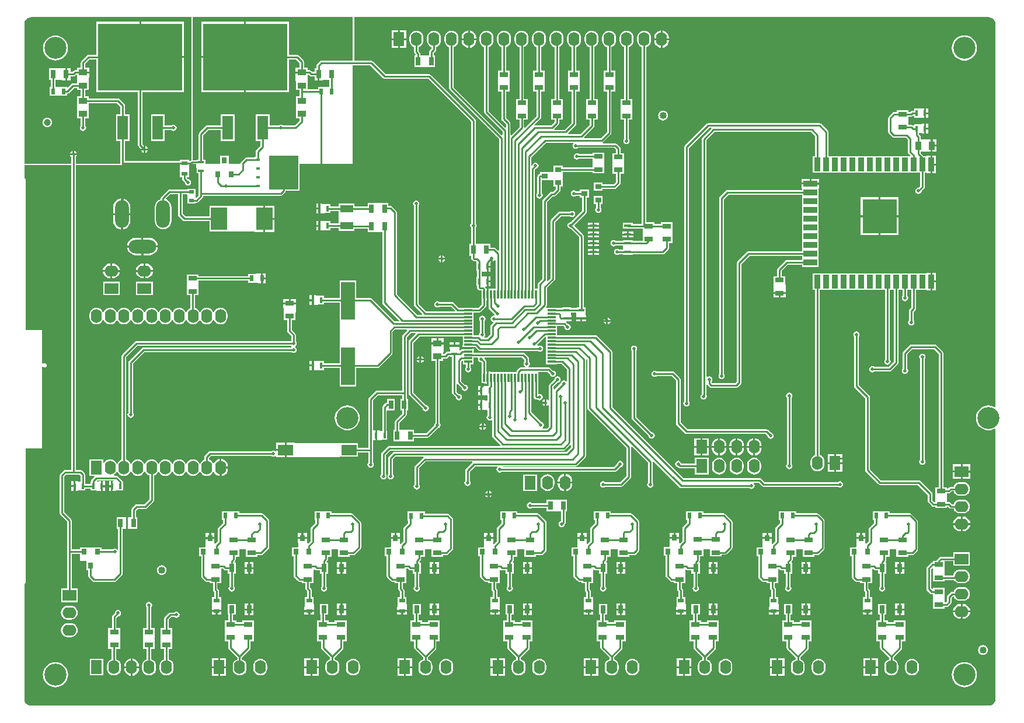
<source format=gtl>
G04*
G04 #@! TF.GenerationSoftware,Altium Limited,CircuitStudio,1.5.2 (30)*
G04*
G04 Layer_Physical_Order=1*
G04 Layer_Color=255*
%FSLAX25Y25*%
%MOIN*%
G70*
G01*
G75*
%ADD10R,0.02756X0.05118*%
%ADD11R,0.05118X0.02756*%
%ADD12R,0.05118X0.03543*%
%ADD13R,0.48031X0.38386*%
%ADD14R,0.06299X0.13780*%
%ADD15R,0.07874X0.21654*%
%ADD16R,0.03150X0.03543*%
%ADD17R,0.02362X0.03543*%
%ADD18R,0.01575X0.03543*%
%ADD19R,0.03543X0.05118*%
%ADD20R,0.03543X0.02362*%
%ADD21R,0.03543X0.01575*%
%ADD22R,0.02402X0.01614*%
%ADD23R,0.16811X0.19291*%
%ADD24R,0.09449X0.12992*%
%ADD25R,0.03150X0.01969*%
%ADD26R,0.08622X0.06299*%
%ADD27R,0.04331X0.01575*%
%ADD28R,0.07480X0.04331*%
%ADD29R,0.01181X0.04724*%
%ADD30R,0.04724X0.01181*%
%ADD31R,0.03150X0.04724*%
%ADD32R,0.03543X0.07874*%
%ADD33R,0.07874X0.03543*%
%ADD34R,0.19685X0.19685*%
%ADD35R,0.03543X0.03150*%
%ADD36C,0.03937*%
%ADD37C,0.04000*%
%ADD38C,0.01000*%
%ADD39R,0.06299X0.07874*%
%ADD40O,0.06299X0.07874*%
%ADD41R,0.07874X0.06299*%
%ADD42O,0.07874X0.06299*%
%ADD43O,0.15748X0.07874*%
%ADD44O,0.07874X0.15748*%
%ADD45C,0.01969*%
%ADD46C,0.12598*%
G36*
X267232Y253785D02*
X267507Y253839D01*
X268163Y254278D01*
X268463Y254727D01*
X268963Y254576D01*
Y238386D01*
X265961D01*
Y238598D01*
X264870D01*
Y235236D01*
Y231874D01*
X265026D01*
Y227756D01*
X265126Y227254D01*
X265410Y226828D01*
X268088Y224150D01*
X268213Y223521D01*
X268217Y223516D01*
X267916Y223066D01*
X267913Y223066D01*
X267222Y222929D01*
X266636Y222537D01*
X266245Y221951D01*
X266107Y221260D01*
X266245Y220569D01*
X266636Y219983D01*
X267222Y219591D01*
X267552Y219525D01*
X267717Y218983D01*
X266395Y217660D01*
X266110Y217235D01*
X266010Y216732D01*
Y212355D01*
X264023Y210368D01*
X262560D01*
X262408Y210868D01*
X262498Y210927D01*
X262889Y211513D01*
X263027Y212205D01*
X262889Y212896D01*
X262730Y213135D01*
Y220035D01*
X263086Y220569D01*
X263224Y221260D01*
X263086Y221951D01*
X262695Y222537D01*
X262109Y222929D01*
X261417Y223066D01*
X260726Y222929D01*
X260140Y222537D01*
X259749Y221951D01*
X259611Y221260D01*
X259749Y220569D01*
X260105Y220035D01*
Y213590D01*
X259943Y213482D01*
X259552Y212896D01*
X259414Y212205D01*
X259436Y212094D01*
X259180Y211837D01*
X258996Y211746D01*
X256496D01*
Y211811D01*
Y212992D01*
Y214961D01*
Y216929D01*
Y218898D01*
Y220866D01*
Y222835D01*
Y224803D01*
Y224868D01*
X259646D01*
X260148Y224968D01*
X260574Y225253D01*
X263330Y228009D01*
X263614Y228435D01*
X263714Y228937D01*
Y231874D01*
X263870D01*
Y235236D01*
Y238598D01*
X263545D01*
X263330Y238920D01*
X263002Y239248D01*
X263209Y239748D01*
X263870D01*
Y242520D01*
Y245291D01*
X261433D01*
X260958Y245524D01*
Y247980D01*
X261433Y248213D01*
X263870D01*
Y250984D01*
X264370D01*
Y251484D01*
X266158D01*
Y253290D01*
X266232Y253351D01*
Y255709D01*
X267232D01*
Y253785D01*
D02*
G37*
G36*
X3903Y393701D02*
Y393701D01*
X95260D01*
X95260Y393701D01*
Y311943D01*
X95276Y311864D01*
X95167Y311843D01*
X94741Y311558D01*
X94535Y311352D01*
X93898D01*
Y312008D01*
X88779D01*
Y311352D01*
X57454D01*
Y322736D01*
X60079D01*
Y338090D01*
X57454D01*
Y343071D01*
X57354Y343573D01*
X57070Y343999D01*
X54275Y346794D01*
X53849Y347079D01*
X53347Y347179D01*
X36811D01*
Y348425D01*
X34777D01*
Y351969D01*
X36811D01*
Y357087D01*
Y359024D01*
X37024Y359236D01*
Y361508D01*
X33465D01*
Y362508D01*
X37024D01*
Y364779D01*
X34777D01*
Y367173D01*
X37158Y369553D01*
X41126D01*
Y350673D01*
X64829D01*
Y320472D01*
X64929Y319970D01*
X65214Y319544D01*
X66148Y318610D01*
X68004D01*
Y320467D01*
X67454Y321016D01*
Y350673D01*
X91158D01*
Y370366D01*
X66142D01*
Y370866D01*
X65642D01*
Y391059D01*
X41126D01*
Y372179D01*
X36614D01*
X36112Y372079D01*
X35686Y371794D01*
X32536Y368645D01*
X32252Y368219D01*
X32152Y367717D01*
Y364779D01*
X29906D01*
Y363320D01*
X28937D01*
X28435Y363221D01*
X28009Y362936D01*
X27409Y362336D01*
X26197D01*
Y364583D01*
X24319D01*
Y361024D01*
Y357465D01*
X26197D01*
Y359711D01*
X27953D01*
X28455Y359811D01*
X28881Y360096D01*
X29406Y360620D01*
X29906Y360514D01*
Y359236D01*
Y357299D01*
X30118Y357087D01*
Y355840D01*
X27756D01*
X27254Y355740D01*
X26828Y355456D01*
X24675Y353303D01*
X24213Y353494D01*
Y353740D01*
X17651D01*
Y357677D01*
X21441D01*
Y357465D01*
X23319D01*
Y361024D01*
Y364583D01*
X21441D01*
X21228Y364370D01*
X14173D01*
Y357677D01*
X15026D01*
Y353740D01*
X14370D01*
Y348622D01*
X24213D01*
Y349868D01*
X24409D01*
X24912Y349968D01*
X25338Y350253D01*
X28300Y353215D01*
X30118D01*
Y351969D01*
X32152D01*
Y348425D01*
X30118D01*
Y343307D01*
Y340945D01*
Y335827D01*
X32152D01*
Y331539D01*
X31796Y331006D01*
X31658Y330315D01*
X31796Y329624D01*
X32187Y329038D01*
X32773Y328646D01*
X33465Y328509D01*
X34156Y328646D01*
X34742Y329038D01*
X35133Y329624D01*
X35271Y330315D01*
X35133Y331006D01*
X34777Y331539D01*
Y335827D01*
X36811D01*
Y340945D01*
Y343307D01*
Y344553D01*
X52803D01*
X54829Y342527D01*
Y338090D01*
X52205D01*
Y322736D01*
X54829D01*
Y310039D01*
Y309842D01*
X29265D01*
Y313845D01*
X29383Y313924D01*
X29822Y314580D01*
X29876Y314854D01*
X26029D01*
X26084Y314580D01*
X26522Y313924D01*
X26640Y313845D01*
Y309842D01*
X0D01*
X-34Y349247D01*
X-68Y389764D01*
X67Y390792D01*
X464Y391749D01*
X1095Y392572D01*
X1918Y393203D01*
X2875Y393600D01*
X3869Y393730D01*
X3903Y393701D01*
D02*
G37*
G36*
X551421Y393599D02*
X552379Y393203D01*
X553202Y392572D01*
X553833Y391749D01*
X554229Y390792D01*
X554360Y389797D01*
X554331Y389764D01*
X554331D01*
X554350Y171055D01*
X553850Y170755D01*
X553119Y171146D01*
X551783Y171551D01*
X550394Y171688D01*
X549005Y171551D01*
X547669Y171146D01*
X546438Y170488D01*
X545359Y169602D01*
X544473Y168523D01*
X543815Y167292D01*
X543410Y165956D01*
X543273Y164567D01*
X543410Y163178D01*
X543815Y161842D01*
X544473Y160611D01*
X545359Y159532D01*
X546438Y158646D01*
X547669Y157988D01*
X549005Y157583D01*
X550394Y157446D01*
X551783Y157583D01*
X553119Y157988D01*
X553851Y158379D01*
X554351Y158080D01*
X554365Y3937D01*
X554229Y2909D01*
X553833Y1952D01*
X553202Y1129D01*
X552379Y498D01*
X551421Y101D01*
X550881Y30D01*
X550394Y-0D01*
X550394Y-0D01*
X550394D01*
X549894Y-0D01*
X549394Y-0D01*
X3937Y-34D01*
X2909Y101D01*
X1952Y498D01*
X1129Y1129D01*
X498Y1952D01*
X101Y2909D01*
X-30Y3903D01*
X-0Y3937D01*
X-0D01*
X-0Y69937D01*
X67Y69950D01*
X458Y70211D01*
X719Y70602D01*
X810Y71063D01*
Y147228D01*
X10055D01*
Y193698D01*
X10555Y193850D01*
X10566Y193833D01*
X10956Y193572D01*
X11417Y193481D01*
X11787Y193554D01*
X11878Y193572D01*
X12269Y193833D01*
X12530Y194224D01*
X12622Y194685D01*
Y194685D01*
X12530Y195146D01*
X12269Y195537D01*
X11878Y195798D01*
X11417Y195889D01*
X10956Y195798D01*
X10800Y195693D01*
X10566Y195537D01*
X10566Y195537D01*
X10555Y195521D01*
X10055Y195672D01*
Y214783D01*
X810D01*
Y300590D01*
X719Y301051D01*
X458Y301442D01*
X67Y301703D01*
X0Y301716D01*
Y308540D01*
X0Y309040D01*
X26640D01*
Y134777D01*
X23228D01*
X22726Y134677D01*
X22300Y134393D01*
X20528Y132621D01*
X20244Y132195D01*
X20144Y131693D01*
Y110039D01*
X20244Y109537D01*
X20528Y109111D01*
X24278Y105362D01*
Y67126D01*
X20866D01*
Y59252D01*
X30315D01*
Y67126D01*
X26903D01*
Y86680D01*
X31693D01*
Y85433D01*
Y82874D01*
X31890Y82677D01*
X35433D01*
Y77559D01*
X36483D01*
Y74016D01*
X36583Y73513D01*
X36867Y73088D01*
X38836Y71119D01*
X39261Y70834D01*
X39764Y70735D01*
X51181D01*
X51683Y70834D01*
X52109Y71119D01*
X55653Y74662D01*
X55937Y75088D01*
X56037Y75591D01*
Y101181D01*
X64370D01*
Y107874D01*
X63517D01*
Y111464D01*
X64520Y112467D01*
X68898D01*
X69400Y112567D01*
X69826Y112851D01*
X73487Y116513D01*
X73772Y116939D01*
X73872Y117441D01*
Y131658D01*
X74545Y131937D01*
X75367Y132568D01*
X75998Y133390D01*
X76226Y133940D01*
X76767D01*
X76994Y133390D01*
X77625Y132568D01*
X78448Y131937D01*
X79405Y131540D01*
X80433Y131405D01*
X81461Y131540D01*
X82419Y131937D01*
X83241Y132568D01*
X83872Y133390D01*
X84100Y133940D01*
X84641D01*
X84868Y133390D01*
X85499Y132568D01*
X86322Y131937D01*
X87279Y131540D01*
X88307Y131405D01*
X89335Y131540D01*
X90293Y131937D01*
X91115Y132568D01*
X91746Y133390D01*
X91974Y133940D01*
X92515D01*
X92742Y133390D01*
X93373Y132568D01*
X94196Y131937D01*
X95153Y131540D01*
X96181Y131405D01*
X97209Y131540D01*
X98167Y131937D01*
X98989Y132568D01*
X99620Y133390D01*
X99848Y133940D01*
X100389D01*
X100616Y133390D01*
X101247Y132568D01*
X102070Y131937D01*
X103027Y131540D01*
X104055Y131405D01*
X105083Y131540D01*
X106041Y131937D01*
X106863Y132568D01*
X107494Y133390D01*
X107606Y133662D01*
X108148D01*
X108305Y133283D01*
X108970Y132416D01*
X109836Y131751D01*
X110846Y131333D01*
X111429Y131256D01*
Y136163D01*
Y141070D01*
X110846Y140994D01*
X109836Y140576D01*
X108970Y139910D01*
X108305Y139043D01*
X108148Y138665D01*
X107606D01*
X107494Y138936D01*
X106863Y139759D01*
X106041Y140390D01*
X105368Y140668D01*
Y141700D01*
X106449Y142782D01*
X140902D01*
X141435Y142426D01*
X142126Y142288D01*
X142817Y142426D01*
X143224Y142698D01*
X143724Y142466D01*
Y142110D01*
X148535D01*
Y145760D01*
X143724D01*
Y145723D01*
X143224Y145491D01*
X142817Y145763D01*
X142126Y145901D01*
X141435Y145763D01*
X140902Y145407D01*
X105905D01*
X105403Y145307D01*
X104977Y145023D01*
X103127Y143172D01*
X102842Y142746D01*
X102743Y142244D01*
Y140668D01*
X102070Y140390D01*
X101247Y139759D01*
X100616Y138936D01*
X100389Y138387D01*
X99848D01*
X99620Y138936D01*
X98989Y139759D01*
X98167Y140390D01*
X97209Y140786D01*
X96181Y140922D01*
X95153Y140786D01*
X94196Y140390D01*
X93373Y139759D01*
X92742Y138936D01*
X92515Y138387D01*
X91974D01*
X91746Y138936D01*
X91115Y139759D01*
X90293Y140390D01*
X89335Y140786D01*
X88307Y140922D01*
X87279Y140786D01*
X86322Y140390D01*
X85499Y139759D01*
X84868Y138936D01*
X84641Y138387D01*
X84100D01*
X83872Y138936D01*
X83241Y139759D01*
X82419Y140390D01*
X81461Y140786D01*
X80433Y140922D01*
X79405Y140786D01*
X78448Y140390D01*
X77625Y139759D01*
X76994Y138936D01*
X76767Y138387D01*
X76226D01*
X75998Y138936D01*
X75367Y139759D01*
X74545Y140390D01*
X73587Y140786D01*
X72559Y140922D01*
X71531Y140786D01*
X70574Y140390D01*
X69751Y139759D01*
X69120Y138936D01*
X68893Y138387D01*
X68352D01*
X68124Y138936D01*
X67493Y139759D01*
X66671Y140390D01*
X65713Y140786D01*
X64685Y140922D01*
X63657Y140786D01*
X62700Y140390D01*
X61877Y139759D01*
X61246Y138936D01*
X61019Y138387D01*
X60477D01*
X60250Y138936D01*
X59619Y139759D01*
X58797Y140390D01*
X58124Y140668D01*
Y199378D01*
X64520Y205774D01*
X152319D01*
X152426Y205702D01*
X152455Y205165D01*
X152121Y204856D01*
X67913D01*
X67411Y204756D01*
X66985Y204471D01*
X59702Y197188D01*
X59417Y196762D01*
X59317Y196260D01*
Y167563D01*
X58961Y167030D01*
X58824Y166339D01*
X58961Y165647D01*
X59353Y165061D01*
X59939Y164670D01*
X60630Y164532D01*
X61321Y164670D01*
X61907Y165061D01*
X62299Y165647D01*
X62436Y166339D01*
X62299Y167030D01*
X61942Y167563D01*
Y195716D01*
X68457Y202231D01*
X152319D01*
X152852Y201874D01*
X153543Y201737D01*
X154235Y201874D01*
X154821Y202266D01*
X155212Y202852D01*
X155350Y203543D01*
X155212Y204235D01*
X154821Y204821D01*
X154531Y205014D01*
Y205616D01*
X154821Y205809D01*
X155212Y206395D01*
X155350Y207087D01*
X155212Y207778D01*
X154856Y208311D01*
Y212008D01*
X154756Y212510D01*
X154472Y212936D01*
X152691Y214717D01*
Y220472D01*
X154724D01*
Y224803D01*
X154937Y225016D01*
Y227740D01*
Y229618D01*
X151378D01*
X147819D01*
Y227740D01*
X148031Y227528D01*
Y224803D01*
Y220472D01*
X150065D01*
Y214173D01*
X150165Y213671D01*
X150450Y213245D01*
X152231Y211464D01*
Y208399D01*
X63976D01*
X63474Y208299D01*
X63048Y208015D01*
X55883Y200849D01*
X55598Y200424D01*
X55498Y199921D01*
Y140668D01*
X54826Y140390D01*
X54003Y139759D01*
X53372Y138936D01*
X53145Y138387D01*
X52603D01*
X52376Y138936D01*
X51745Y139759D01*
X50923Y140390D01*
X49965Y140786D01*
X48937Y140922D01*
X47909Y140786D01*
X46951Y140390D01*
X46129Y139759D01*
X45498Y138936D01*
X45000Y139040D01*
Y140888D01*
X37126D01*
Y131439D01*
X39702D01*
X39909Y130939D01*
X38442Y129472D01*
X38157Y129046D01*
X38058Y128543D01*
Y128150D01*
X37795D01*
Y126903D01*
X34843D01*
Y128150D01*
X34580D01*
Y132087D01*
X34480Y132589D01*
X34196Y133015D01*
X32818Y134393D01*
X32392Y134677D01*
X31890Y134777D01*
X29265D01*
Y309040D01*
X54829D01*
X55136Y309101D01*
X55397Y309275D01*
X55571Y309535D01*
X55632Y309842D01*
X88567D01*
Y307858D01*
Y306315D01*
X88779Y306102D01*
Y302165D01*
X90026D01*
Y301181D01*
X90126Y300679D01*
X90410Y300253D01*
X91513Y299150D01*
X91638Y298521D01*
X92030Y297935D01*
X92616Y297544D01*
X93307Y297406D01*
X93998Y297544D01*
X94584Y297935D01*
X94976Y298521D01*
X95113Y299213D01*
X94976Y299904D01*
X94584Y300490D01*
X93998Y300882D01*
X93370Y301007D01*
X92711Y301665D01*
X92795Y302165D01*
X93898D01*
Y306102D01*
Y307646D01*
X94110Y307858D01*
Y309842D01*
X98016D01*
Y308842D01*
Y307693D01*
X98228Y307480D01*
Y304331D01*
X99475D01*
Y292913D01*
Y291882D01*
X98138Y290545D01*
X97866Y290602D01*
X97638Y290752D01*
Y292028D01*
X97638Y292028D01*
Y295571D01*
X92913D01*
Y295112D01*
X82776D01*
X82273Y295012D01*
X81847Y294727D01*
X78206Y291086D01*
X77921Y290660D01*
X77821Y290157D01*
Y289609D01*
X76751Y289166D01*
X75764Y288409D01*
X75007Y287422D01*
X74531Y286273D01*
X74369Y285039D01*
Y277165D01*
X74531Y275932D01*
X75007Y274783D01*
X75764Y273796D01*
X76751Y273039D01*
X77900Y272563D01*
X79134Y272400D01*
X80367Y272563D01*
X81516Y273039D01*
X82503Y273796D01*
X83261Y274783D01*
X83737Y275932D01*
X83899Y277165D01*
Y285039D01*
X83737Y286273D01*
X83261Y287422D01*
X82503Y288409D01*
X81516Y289166D01*
X80943Y289404D01*
X80826Y289993D01*
X83319Y292487D01*
X87713D01*
Y280660D01*
X87813Y280157D01*
X88097Y279731D01*
X90410Y277418D01*
X90836Y277134D01*
X91339Y277034D01*
X105512D01*
Y271063D01*
X131283D01*
Y270850D01*
X136508D01*
Y278346D01*
Y285842D01*
X116748D01*
X116535Y285630D01*
X105512D01*
Y279659D01*
X91882D01*
X90338Y281203D01*
Y292487D01*
X92814D01*
X92913Y291987D01*
Y291150D01*
X92913Y290650D01*
X92913Y290650D01*
Y290650D01*
X92913D01*
X92913Y290650D01*
Y287106D01*
X97638D01*
Y287565D01*
X98327D01*
X98829Y287665D01*
X99255Y287950D01*
X101716Y290410D01*
X101886Y290666D01*
X102000Y290836D01*
X102100Y291339D01*
Y291601D01*
X146457D01*
X146959Y291701D01*
X147385Y291985D01*
X148783Y293383D01*
X149067Y293809D01*
X149167Y294311D01*
X157047D01*
Y309842D01*
X187402D01*
Y366010D01*
X197488D01*
X204781Y358717D01*
X205206Y358433D01*
X205709Y358333D01*
X230559D01*
X254987Y333905D01*
Y275831D01*
X254630Y275298D01*
X254493Y274606D01*
X254630Y273915D01*
X254987Y273382D01*
Y263976D01*
X254134D01*
Y257283D01*
X254987D01*
Y255906D01*
X255086Y255403D01*
X255371Y254977D01*
X255765Y254584D01*
X256191Y254299D01*
X256693Y254199D01*
X257724D01*
X257936Y253987D01*
X258071Y253543D01*
X258071Y253543D01*
X258071D01*
X258071Y253543D01*
Y248425D01*
X258333D01*
Y245079D01*
X258071D01*
Y239961D01*
X258333D01*
Y239173D01*
X258433Y238671D01*
X258717Y238245D01*
X259111Y237851D01*
X259537Y237567D01*
X260039Y237467D01*
X261024D01*
Y232087D01*
X261089D01*
Y229481D01*
X259102Y227494D01*
X256496D01*
Y227559D01*
X250197D01*
Y227494D01*
X247985D01*
X245023Y230456D01*
X244597Y230740D01*
X244094Y230840D01*
X237051D01*
X236518Y231196D01*
X235827Y231334D01*
X235136Y231196D01*
X234549Y230805D01*
X234158Y230219D01*
X234020Y229528D01*
X234158Y228836D01*
X234549Y228250D01*
X235136Y227859D01*
X235827Y227721D01*
X236518Y227859D01*
X237051Y228215D01*
X243551D01*
X245779Y225987D01*
X245587Y225525D01*
X229284D01*
X224935Y229874D01*
Y285784D01*
X225291Y286317D01*
X225428Y287008D01*
X225291Y287699D01*
X224899Y288285D01*
X224313Y288677D01*
X223622Y288814D01*
X222931Y288677D01*
X222345Y288285D01*
X221953Y287699D01*
X221816Y287008D01*
X221953Y286317D01*
X222309Y285784D01*
Y229331D01*
X222409Y228828D01*
X222694Y228403D01*
X227078Y224019D01*
X226887Y223557D01*
X224166D01*
X212533Y235189D01*
Y282087D01*
X212433Y282589D01*
X212149Y283015D01*
X209786Y285377D01*
X209361Y285662D01*
X208858Y285761D01*
X207677D01*
Y287598D01*
X195866D01*
Y285565D01*
X188386D01*
Y287205D01*
X179331D01*
Y285565D01*
X174606D01*
Y286811D01*
X170307D01*
X170095Y287024D01*
X168807D01*
Y284252D01*
Y281480D01*
X171244D01*
X171457Y281693D01*
X174606D01*
Y282939D01*
X179331D01*
Y281299D01*
Y277362D01*
Y275722D01*
X174606D01*
Y276969D01*
X170307D01*
X170095Y277181D01*
X168807D01*
Y274409D01*
Y271638D01*
X171244D01*
X171457Y271850D01*
X174606D01*
Y273097D01*
X179331D01*
Y271457D01*
X188386D01*
Y272900D01*
X195866D01*
Y270866D01*
X204199D01*
Y230315D01*
X204299Y229813D01*
X204584Y229387D01*
X213889Y220082D01*
X213698Y219620D01*
X211370D01*
X198172Y232818D01*
X197747Y233102D01*
X197244Y233202D01*
X189370D01*
Y243110D01*
X179921D01*
Y233202D01*
X170866D01*
Y234449D01*
X166354D01*
Y234661D01*
X165067D01*
Y231890D01*
Y229118D01*
X167504D01*
X167717Y229331D01*
X170866D01*
Y230577D01*
X179921D01*
Y219882D01*
Y205616D01*
Y195801D01*
X170866D01*
Y197047D01*
X166354D01*
Y197260D01*
X165067D01*
Y194488D01*
Y191717D01*
X167504D01*
X167717Y191929D01*
X170866D01*
Y193175D01*
X179921D01*
Y182480D01*
X189370D01*
Y193175D01*
X201575D01*
X202077Y193275D01*
X202503Y193560D01*
X209786Y200844D01*
X210071Y201269D01*
X210171Y201772D01*
Y213630D01*
X211567Y215026D01*
X218225D01*
X218416Y214564D01*
X215981Y212129D01*
X215697Y211703D01*
X215597Y211201D01*
Y180053D01*
X201181D01*
X200679Y179953D01*
X200253Y179668D01*
X196710Y176125D01*
X196425Y175699D01*
X196325Y175197D01*
Y147573D01*
X190315D01*
Y150197D01*
X154347D01*
Y150409D01*
X149535D01*
Y146260D01*
Y142110D01*
X179905D01*
X180118Y142323D01*
X190315D01*
Y144947D01*
X196325D01*
Y139020D01*
X195969Y138487D01*
X195831Y137795D01*
X195969Y137104D01*
X196361Y136518D01*
X196947Y136126D01*
X197638Y135989D01*
X198329Y136126D01*
X198915Y136518D01*
X199307Y137104D01*
X199444Y137795D01*
X199307Y138487D01*
X198950Y139020D01*
Y146260D01*
Y151276D01*
X199000Y151756D01*
X199450Y151756D01*
X200287D01*
Y154528D01*
Y157299D01*
X199450D01*
X199000Y157299D01*
X198950Y157779D01*
Y174653D01*
X201725Y177427D01*
X215597D01*
Y175394D01*
X214567D01*
Y168701D01*
X215597D01*
Y167060D01*
X211867Y163330D01*
X211583Y162904D01*
X211483Y162402D01*
Y157874D01*
X210630D01*
Y151181D01*
X222441D01*
Y153215D01*
X230118D01*
X230620Y153315D01*
X231046Y153599D01*
X236135Y158688D01*
X236518Y158764D01*
X237104Y159156D01*
X237496Y159742D01*
X237633Y160433D01*
X237496Y161124D01*
X237139Y161658D01*
Y197244D01*
X239173D01*
Y198491D01*
X240354D01*
X240857Y198590D01*
X241283Y198875D01*
X242276Y199869D01*
X242913D01*
Y199606D01*
X244160D01*
Y178937D01*
X244260Y178435D01*
X244544Y178009D01*
X246238Y176316D01*
X246363Y175687D01*
X246754Y175101D01*
X247340Y174709D01*
X248031Y174572D01*
X248723Y174709D01*
X249309Y175101D01*
X249700Y175687D01*
X249838Y176378D01*
X249700Y177069D01*
X249309Y177655D01*
X248723Y178047D01*
X248094Y178172D01*
X246785Y179481D01*
Y183722D01*
X247285Y183930D01*
X249584Y181631D01*
X249709Y181002D01*
X250101Y180416D01*
X250687Y180024D01*
X251378Y179887D01*
X252069Y180024D01*
X252655Y180416D01*
X253047Y181002D01*
X253184Y181693D01*
X253047Y182384D01*
X252655Y182970D01*
X252069Y183362D01*
X251440Y183487D01*
X249344Y185583D01*
Y196897D01*
X249697Y197250D01*
X249727Y197250D01*
X250197Y197166D01*
Y195276D01*
X252034D01*
Y193547D01*
X251678Y193014D01*
X251540Y192323D01*
X251678Y191631D01*
X252069Y191045D01*
X252655Y190654D01*
X253346Y190516D01*
X254038Y190654D01*
X254624Y191045D01*
X255015Y191631D01*
X255153Y192323D01*
X255015Y193014D01*
X254659Y193547D01*
Y195276D01*
X256496D01*
Y197244D01*
Y199213D01*
Y199278D01*
X258842D01*
X259130Y198778D01*
X259020Y198228D01*
X259158Y197537D01*
X259549Y196951D01*
X260136Y196560D01*
X260764Y196434D01*
X261089Y196110D01*
Y190748D01*
X261024D01*
Y184449D01*
X262780D01*
Y184236D01*
X263870D01*
Y187598D01*
Y190961D01*
X263714D01*
Y196653D01*
X263614Y197156D01*
X263330Y197582D01*
X262621Y198291D01*
X262524Y198778D01*
X262812Y199278D01*
X284102D01*
X285498Y197881D01*
Y196697D01*
X285142Y196164D01*
X285005Y195472D01*
X285142Y194781D01*
X285534Y194195D01*
X285918Y193939D01*
X285766Y193439D01*
X283465D01*
X282962Y193339D01*
X282536Y193054D01*
X281158Y191676D01*
X280874Y191250D01*
X280774Y190748D01*
X265961D01*
Y190961D01*
X264870D01*
Y187598D01*
Y184236D01*
X265026D01*
Y183221D01*
X264623Y182818D01*
X264529Y182677D01*
X263976D01*
X263764Y182890D01*
X261327D01*
Y180118D01*
Y177346D01*
X262614D01*
X262827Y177559D01*
X264239D01*
Y174409D01*
X262827D01*
X262614Y174622D01*
X261327D01*
Y171850D01*
Y169079D01*
X263764D01*
X264239Y168846D01*
Y165988D01*
X263882Y165455D01*
X263745Y164764D01*
X263882Y164073D01*
X264274Y163487D01*
X264860Y163095D01*
X265551Y162957D01*
X266243Y163095D01*
X266494Y163263D01*
X266995Y162996D01*
Y154331D01*
X267094Y153828D01*
X267379Y153402D01*
X271725Y149057D01*
X271518Y148557D01*
X208268D01*
X207765Y148457D01*
X207340Y148172D01*
X203993Y144826D01*
X203709Y144400D01*
X203609Y143898D01*
Y132327D01*
X203252Y131794D01*
X203115Y131102D01*
X203252Y130411D01*
X203644Y129825D01*
X204230Y129434D01*
X204921Y129296D01*
X205612Y129434D01*
X206199Y129825D01*
X206590Y130411D01*
X206728Y131102D01*
X206590Y131794D01*
X206234Y132327D01*
Y143354D01*
X208811Y145931D01*
X307874D01*
X308376Y146031D01*
X308802Y146316D01*
X311573Y149087D01*
X312073Y148880D01*
Y147788D01*
X309496Y145210D01*
X211417D01*
X210915Y145110D01*
X210489Y144826D01*
X208127Y142464D01*
X207842Y142038D01*
X207743Y141535D01*
Y132327D01*
X207386Y131794D01*
X207249Y131102D01*
X207386Y130411D01*
X207778Y129825D01*
X208364Y129434D01*
X209055Y129296D01*
X209746Y129434D01*
X210332Y129825D01*
X210724Y130411D01*
X210861Y131102D01*
X210724Y131794D01*
X210368Y132327D01*
Y140992D01*
X211961Y142585D01*
X227822D01*
X227932Y142085D01*
X227615Y141873D01*
X223009Y137267D01*
X222724Y136841D01*
X222624Y136339D01*
Y126539D01*
X222268Y126006D01*
X222131Y125315D01*
X222268Y124624D01*
X222660Y124038D01*
X223246Y123646D01*
X223937Y123509D01*
X224628Y123646D01*
X225214Y124038D01*
X225606Y124624D01*
X225743Y125315D01*
X225606Y126006D01*
X225250Y126539D01*
Y135795D01*
X229087Y139632D01*
X255636D01*
X255787Y139132D01*
X255765Y139117D01*
X252025Y135377D01*
X251740Y134951D01*
X251640Y134449D01*
Y128587D01*
X251284Y128053D01*
X251146Y127362D01*
X251284Y126671D01*
X251676Y126085D01*
X252261Y125693D01*
X252953Y125556D01*
X253644Y125693D01*
X254230Y126085D01*
X254622Y126671D01*
X254759Y127362D01*
X254622Y128053D01*
X254265Y128587D01*
Y133905D01*
X257237Y136876D01*
X269920D01*
X270072Y136376D01*
X269983Y136317D01*
X269591Y135731D01*
X269454Y135039D01*
X269591Y134348D01*
X269983Y133762D01*
X270569Y133370D01*
X271260Y133233D01*
X271951Y133370D01*
X272484Y133727D01*
X337008D01*
X337510Y133827D01*
X337936Y134111D01*
X340220Y136395D01*
X340849Y136520D01*
X341435Y136912D01*
X341826Y137498D01*
X341964Y138189D01*
X341826Y138880D01*
X341435Y139466D01*
X340849Y139858D01*
X340158Y139995D01*
X339466Y139858D01*
X338880Y139466D01*
X338489Y138880D01*
X338364Y138251D01*
X336464Y136352D01*
X272963D01*
X272945Y136376D01*
X273197Y136876D01*
X314567D01*
X315069Y136976D01*
X315495Y137261D01*
X320219Y141985D01*
X320504Y142411D01*
X320604Y142913D01*
Y197883D01*
X320939Y198105D01*
X321093Y198138D01*
X321325Y197961D01*
Y170276D01*
X321425Y169773D01*
X321710Y169347D01*
X343766Y147291D01*
Y131449D01*
X340145Y127828D01*
X331628D01*
X331124Y128165D01*
X330433Y128302D01*
X329742Y128165D01*
X329156Y127773D01*
X328764Y127187D01*
X328627Y126496D01*
X328764Y125805D01*
X329156Y125219D01*
X329742Y124827D01*
X330433Y124690D01*
X331124Y124827D01*
X331687Y125203D01*
X340689D01*
X341191Y125303D01*
X341617Y125588D01*
X346007Y129977D01*
X346291Y130403D01*
X346391Y130905D01*
Y147835D01*
X346376Y147911D01*
X346837Y148157D01*
X355971Y139023D01*
Y127602D01*
X355615Y127069D01*
X355477Y126378D01*
X355615Y125687D01*
X356006Y125101D01*
X356592Y124709D01*
X357283Y124572D01*
X357975Y124709D01*
X358561Y125101D01*
X358952Y125687D01*
X359090Y126378D01*
X358952Y127069D01*
X358596Y127602D01*
Y139431D01*
X358935Y139625D01*
X359084Y139650D01*
X373973Y124761D01*
X374399Y124476D01*
X374902Y124376D01*
X413835D01*
X414368Y124020D01*
X415059Y123883D01*
X415750Y124020D01*
X416336Y124412D01*
X416728Y124998D01*
X416865Y125689D01*
X416728Y126380D01*
X416362Y126927D01*
X416407Y127122D01*
X416546Y127427D01*
X419141D01*
X420922Y125647D01*
X421348Y125362D01*
X421850Y125262D01*
X464327D01*
X464860Y124906D01*
X465551Y124768D01*
X466242Y124906D01*
X466828Y125297D01*
X467220Y125883D01*
X467357Y126575D01*
X467220Y127266D01*
X466828Y127852D01*
X466242Y128244D01*
X465551Y128381D01*
X464860Y128244D01*
X464327Y127887D01*
X422394D01*
X420613Y129668D01*
X420187Y129953D01*
X419685Y130053D01*
X376331D01*
X335565Y170819D01*
Y202165D01*
X335465Y202668D01*
X335180Y203094D01*
X326912Y211361D01*
X326487Y211646D01*
X325984Y211746D01*
X304134D01*
Y212992D01*
Y214961D01*
Y216929D01*
Y216994D01*
X307724D01*
X308245Y216473D01*
X308370Y215844D01*
X308762Y215258D01*
X309348Y214867D01*
X310039Y214729D01*
X310731Y214867D01*
X311317Y215258D01*
X311708Y215844D01*
X311846Y216535D01*
X311708Y217227D01*
X311317Y217813D01*
X310731Y218204D01*
X310102Y218329D01*
X309262Y219169D01*
X309312Y219436D01*
X309446Y219669D01*
X312221D01*
Y220957D01*
X309449D01*
Y221957D01*
X312221D01*
Y223244D01*
X312008Y223457D01*
Y224606D01*
Y224868D01*
X314909D01*
X315142Y224394D01*
Y223244D01*
Y221957D01*
X317913D01*
X320685D01*
Y223244D01*
X320472Y223457D01*
Y224606D01*
Y227756D01*
X319226D01*
Y268504D01*
X319126Y269006D01*
X318842Y269432D01*
X313917Y274356D01*
Y274856D01*
X320613Y281552D01*
X320898Y281978D01*
X320998Y282480D01*
Y290551D01*
X322244D01*
Y295276D01*
X317126D01*
Y294226D01*
X315004D01*
X314471Y294582D01*
X313779Y294720D01*
X313088Y294582D01*
X312502Y294191D01*
X312111Y293605D01*
X311973Y292913D01*
X312111Y292222D01*
X312502Y291636D01*
X313088Y291245D01*
X313779Y291107D01*
X314471Y291245D01*
X315004Y291601D01*
X317126D01*
Y290551D01*
X318372D01*
Y283024D01*
X311749Y276400D01*
X311120Y276275D01*
X310534Y275884D01*
X310142Y275298D01*
X310005Y274606D01*
X310142Y273915D01*
X310534Y273329D01*
X311120Y272937D01*
X311749Y272812D01*
X316601Y267960D01*
Y227756D01*
X315354D01*
Y227494D01*
X312008D01*
Y227756D01*
X306890D01*
Y227494D01*
X304134D01*
Y227559D01*
X298036D01*
X297825Y228055D01*
X297975Y228206D01*
X298260Y228631D01*
X298360Y229134D01*
Y238826D01*
X302503Y242969D01*
X302787Y243395D01*
X302887Y243898D01*
Y276425D01*
X306252Y279790D01*
X311374D01*
X311907Y279433D01*
X312598Y279296D01*
X313290Y279433D01*
X313876Y279825D01*
X314267Y280411D01*
X314405Y281102D01*
X314267Y281794D01*
X313876Y282380D01*
X313290Y282771D01*
X312598Y282909D01*
X311907Y282771D01*
X311374Y282415D01*
X305709D01*
X305206Y282315D01*
X304781Y282031D01*
X300647Y277897D01*
X300362Y277471D01*
X300262Y276969D01*
Y244441D01*
X298543Y242722D01*
X298155Y243041D01*
X298260Y243198D01*
X298360Y243701D01*
Y288039D01*
X301528Y291207D01*
X302362D01*
X302865Y291307D01*
X303290Y291592D01*
X305653Y293954D01*
X305937Y294380D01*
X306037Y294882D01*
Y296654D01*
X307283D01*
Y301378D01*
Y304134D01*
Y305183D01*
X324213D01*
Y304331D01*
X330906D01*
Y308465D01*
Y311811D01*
Y316142D01*
X324213D01*
Y315289D01*
X316579D01*
X316046Y315645D01*
X315354Y315783D01*
X314663Y315645D01*
X314077Y315254D01*
X313685Y314668D01*
X313548Y313976D01*
X313685Y313285D01*
X314077Y312699D01*
X314663Y312308D01*
X315354Y312170D01*
X316046Y312308D01*
X316579Y312664D01*
X324213D01*
Y311811D01*
Y308661D01*
Y307809D01*
X307283D01*
Y308858D01*
X302165D01*
Y305118D01*
X294291D01*
Y304029D01*
X293986Y303969D01*
X293560Y303684D01*
X293166Y303290D01*
X292882Y302865D01*
X292782Y302362D01*
Y292957D01*
X292426Y292424D01*
X292288Y291732D01*
X292426Y291041D01*
X292817Y290455D01*
X293403Y290063D01*
X294094Y289926D01*
X294786Y290063D01*
X295372Y290455D01*
X295763Y291041D01*
X295901Y291732D01*
X295763Y292424D01*
X295407Y292957D01*
Y300394D01*
X302165D01*
Y296654D01*
X303412D01*
Y295426D01*
X301818Y293832D01*
X300984D01*
X300482Y293732D01*
X300056Y293448D01*
X296119Y289511D01*
X295834Y289085D01*
X295735Y288583D01*
Y244245D01*
X293363Y241873D01*
X293079Y241447D01*
X292979Y240945D01*
Y238386D01*
X291273D01*
Y306346D01*
X291795Y306868D01*
X292424Y306993D01*
X293010Y307384D01*
X293401Y307970D01*
X293539Y308661D01*
X293401Y309353D01*
X293010Y309939D01*
X292424Y310330D01*
X291732Y310468D01*
X291041Y310330D01*
X290455Y309939D01*
X290063Y309353D01*
X289990Y308982D01*
X289805Y308870D01*
X289305Y309152D01*
Y313433D01*
X297788Y321916D01*
X313198D01*
X313395Y321416D01*
X313095Y320967D01*
X312957Y320276D01*
X313095Y319584D01*
X313487Y318998D01*
X314072Y318607D01*
X314764Y318469D01*
X315455Y318607D01*
X315988Y318963D01*
X336661D01*
X337664Y317960D01*
Y315945D01*
X335630D01*
Y311614D01*
Y308465D01*
Y304134D01*
X337664D01*
Y299363D01*
X336267Y297966D01*
X330118D01*
Y299016D01*
X325000D01*
Y294291D01*
X330118D01*
Y295341D01*
X336811D01*
X337313Y295441D01*
X337739Y295725D01*
X339904Y297891D01*
X340189Y298317D01*
X340289Y298819D01*
Y304134D01*
X342323D01*
Y308465D01*
Y311614D01*
Y315945D01*
X340289D01*
Y318504D01*
X340189Y319006D01*
X339905Y319432D01*
X338133Y321204D01*
X337707Y321488D01*
X337205Y321588D01*
X330249D01*
X330138Y322088D01*
X330456Y322300D01*
X334786Y326631D01*
X335071Y327057D01*
X335171Y327559D01*
Y351181D01*
X337205D01*
Y355512D01*
Y358661D01*
Y362992D01*
X335171D01*
Y376630D01*
X335765Y376876D01*
X336587Y377507D01*
X337218Y378329D01*
X337615Y379287D01*
X337751Y380315D01*
Y381890D01*
X337615Y382917D01*
X337218Y383875D01*
X336587Y384698D01*
X335765Y385329D01*
X334807Y385725D01*
X333780Y385861D01*
X332752Y385725D01*
X331794Y385329D01*
X330972Y384698D01*
X330341Y383875D01*
X329944Y382917D01*
X329809Y381890D01*
Y380315D01*
X329944Y379287D01*
X330341Y378329D01*
X330972Y377507D01*
X331794Y376876D01*
X332546Y376565D01*
Y362992D01*
X330512D01*
Y358661D01*
Y355512D01*
Y351181D01*
X332546D01*
Y328103D01*
X328984Y324541D01*
X319624D01*
X319417Y325041D01*
X324944Y330568D01*
X325229Y330994D01*
X325328Y331496D01*
Y335039D01*
X327362D01*
Y339370D01*
Y342520D01*
Y346850D01*
X325328D01*
Y376695D01*
X325765Y376876D01*
X326587Y377507D01*
X327219Y378329D01*
X327615Y379287D01*
X327750Y380315D01*
Y381890D01*
X327615Y382917D01*
X327219Y383875D01*
X326587Y384698D01*
X325765Y385329D01*
X324807Y385725D01*
X323780Y385861D01*
X322752Y385725D01*
X321794Y385329D01*
X320972Y384698D01*
X320341Y383875D01*
X319944Y382917D01*
X319809Y381890D01*
Y380315D01*
X319944Y379287D01*
X320341Y378329D01*
X320972Y377507D01*
X321794Y376876D01*
X322703Y376499D01*
Y346850D01*
X320669D01*
Y342520D01*
Y339370D01*
Y335039D01*
X322703D01*
Y332040D01*
X317566Y326903D01*
X310569D01*
X310362Y327403D01*
X314708Y331749D01*
X314992Y332175D01*
X315092Y332677D01*
Y351181D01*
X317126D01*
Y355512D01*
Y358661D01*
Y362992D01*
X315092D01*
Y376597D01*
X315765Y376876D01*
X316587Y377507D01*
X317218Y378329D01*
X317615Y379287D01*
X317751Y380315D01*
Y381890D01*
X317615Y382917D01*
X317218Y383875D01*
X316587Y384698D01*
X315765Y385329D01*
X314807Y385725D01*
X313779Y385861D01*
X312752Y385725D01*
X311794Y385329D01*
X310972Y384698D01*
X310341Y383875D01*
X309944Y382917D01*
X309809Y381890D01*
Y380315D01*
X309944Y379287D01*
X310341Y378329D01*
X310972Y377507D01*
X311794Y376876D01*
X312467Y376597D01*
Y362992D01*
X310433D01*
Y358661D01*
Y355512D01*
Y351181D01*
X312467D01*
Y333221D01*
X308511Y329265D01*
X302695D01*
X302488Y329765D01*
X304865Y332143D01*
X305150Y332569D01*
X305250Y333071D01*
Y335039D01*
X307283D01*
Y339370D01*
Y342520D01*
Y346850D01*
X305250D01*
Y376662D01*
X305765Y376876D01*
X306587Y377507D01*
X307219Y378329D01*
X307615Y379287D01*
X307751Y380315D01*
Y381890D01*
X307615Y382917D01*
X307219Y383875D01*
X306587Y384698D01*
X305765Y385329D01*
X304807Y385725D01*
X303780Y385861D01*
X302752Y385725D01*
X301794Y385329D01*
X300972Y384698D01*
X300341Y383875D01*
X299944Y382917D01*
X299809Y381890D01*
Y380315D01*
X299944Y379287D01*
X300341Y378329D01*
X300972Y377507D01*
X301794Y376876D01*
X302624Y376532D01*
Y346850D01*
X300591D01*
Y342520D01*
Y339370D01*
Y335039D01*
X302624D01*
Y333615D01*
X300637Y331628D01*
X291339D01*
X291263Y331612D01*
X291016Y332073D01*
X294629Y335686D01*
X294914Y336112D01*
X295013Y336614D01*
Y351181D01*
X297047D01*
Y355512D01*
Y358661D01*
Y362992D01*
X295092D01*
Y376597D01*
X295765Y376876D01*
X296587Y377507D01*
X297218Y378329D01*
X297615Y379287D01*
X297750Y380315D01*
Y381890D01*
X297615Y382917D01*
X297218Y383875D01*
X296587Y384698D01*
X295765Y385329D01*
X294807Y385725D01*
X293779Y385861D01*
X292752Y385725D01*
X291794Y385329D01*
X290972Y384698D01*
X290341Y383875D01*
X289944Y382917D01*
X289809Y381890D01*
Y380315D01*
X289944Y379287D01*
X290341Y378329D01*
X290972Y377507D01*
X291794Y376876D01*
X292467Y376597D01*
Y362992D01*
X290354D01*
Y358661D01*
Y355512D01*
Y351181D01*
X292388D01*
Y337158D01*
X285671Y330441D01*
X285171Y330648D01*
Y335039D01*
X287205D01*
Y339370D01*
Y342520D01*
Y346850D01*
X285171D01*
Y376630D01*
X285765Y376876D01*
X286587Y377507D01*
X287218Y378329D01*
X287615Y379287D01*
X287751Y380315D01*
Y381890D01*
X287615Y382917D01*
X287218Y383875D01*
X286587Y384698D01*
X285765Y385329D01*
X284807Y385725D01*
X283780Y385861D01*
X282752Y385725D01*
X281794Y385329D01*
X280972Y384698D01*
X280341Y383875D01*
X279944Y382917D01*
X279809Y381890D01*
Y380315D01*
X279944Y379287D01*
X280341Y378329D01*
X280972Y377507D01*
X281794Y376876D01*
X282546Y376565D01*
Y346850D01*
X280512D01*
Y342520D01*
Y339370D01*
Y335039D01*
X282546D01*
Y330859D01*
X277956Y326269D01*
X277494Y326460D01*
Y332874D01*
X277394Y333376D01*
X277109Y333802D01*
X274935Y335977D01*
Y351181D01*
X276969D01*
Y355512D01*
Y358661D01*
Y362992D01*
X275092D01*
Y376597D01*
X275765Y376876D01*
X276587Y377507D01*
X277219Y378329D01*
X277615Y379287D01*
X277750Y380315D01*
Y381890D01*
X277615Y382917D01*
X277219Y383875D01*
X276587Y384698D01*
X275765Y385329D01*
X274807Y385725D01*
X273780Y385861D01*
X272752Y385725D01*
X271794Y385329D01*
X270972Y384698D01*
X270341Y383875D01*
X269944Y382917D01*
X269809Y381890D01*
Y380315D01*
X269944Y379287D01*
X270341Y378329D01*
X270972Y377507D01*
X271794Y376876D01*
X272467Y376597D01*
Y362992D01*
X270276D01*
Y358661D01*
Y355512D01*
Y351181D01*
X272309D01*
Y335433D01*
X272409Y334931D01*
X272694Y334505D01*
X274868Y332330D01*
Y330791D01*
X274407Y330599D01*
X265092Y339914D01*
Y376597D01*
X265765Y376876D01*
X266587Y377507D01*
X267218Y378329D01*
X267615Y379287D01*
X267751Y380315D01*
Y381890D01*
X267615Y382917D01*
X267218Y383875D01*
X266587Y384698D01*
X265765Y385329D01*
X264807Y385725D01*
X263779Y385861D01*
X262752Y385725D01*
X261794Y385329D01*
X260972Y384698D01*
X260341Y383875D01*
X259944Y382917D01*
X259809Y381890D01*
Y380315D01*
X259944Y379287D01*
X260341Y378329D01*
X260972Y377507D01*
X261794Y376876D01*
X262467Y376597D01*
Y339370D01*
X262567Y338868D01*
X262851Y338442D01*
X272900Y328393D01*
Y326460D01*
X272438Y326269D01*
X245092Y353615D01*
Y376597D01*
X245765Y376876D01*
X246587Y377507D01*
X247218Y378329D01*
X247615Y379287D01*
X247750Y380315D01*
Y381890D01*
X247615Y382917D01*
X247218Y383875D01*
X246587Y384698D01*
X245765Y385329D01*
X244807Y385725D01*
X243779Y385861D01*
X242752Y385725D01*
X241794Y385329D01*
X240972Y384698D01*
X240341Y383875D01*
X239944Y382917D01*
X239809Y381890D01*
Y380315D01*
X239944Y379287D01*
X240341Y378329D01*
X240972Y377507D01*
X241794Y376876D01*
X242467Y376597D01*
Y353071D01*
X242567Y352569D01*
X242851Y352143D01*
X270932Y324063D01*
Y260318D01*
X270469Y260127D01*
X269038Y261558D01*
X268613Y261843D01*
X268110Y261943D01*
X265945D01*
Y263976D01*
X257612D01*
Y273382D01*
X257968Y273915D01*
X258106Y274606D01*
X257968Y275298D01*
X257612Y275831D01*
Y334449D01*
X257512Y334951D01*
X257227Y335377D01*
X232031Y360574D01*
X231605Y360858D01*
X231102Y360958D01*
X206252D01*
X198960Y368251D01*
X198534Y368535D01*
X198031Y368635D01*
X188204D01*
Y393701D01*
X188205Y393701D01*
X550394Y393735D01*
X550394D01*
X551421Y393599D01*
D02*
G37*
G36*
X168413Y357465D02*
X170291D01*
X170504Y357677D01*
X174081D01*
Y353740D01*
X167520D01*
Y352494D01*
X161614D01*
Y357087D01*
Y359024D01*
X161827Y359236D01*
Y360514D01*
X162327Y360620D01*
X162851Y360096D01*
X163277Y359811D01*
X163779Y359711D01*
X165535D01*
Y357465D01*
X167413D01*
Y361024D01*
X168413D01*
Y357465D01*
D02*
G37*
G36*
X223338Y212596D02*
X219741Y208999D01*
X219457Y208573D01*
X219357Y208071D01*
Y178543D01*
X219457Y178041D01*
X219741Y177615D01*
X227340Y170016D01*
X227465Y169387D01*
X227857Y168801D01*
X228443Y168410D01*
X229134Y168272D01*
X229825Y168410D01*
X230411Y168801D01*
X230803Y169387D01*
X230940Y170079D01*
X230803Y170770D01*
X230411Y171356D01*
X229825Y171748D01*
X229196Y171873D01*
X221982Y179087D01*
Y207527D01*
X225544Y211089D01*
X250197D01*
Y211024D01*
Y209055D01*
Y207087D01*
Y206118D01*
X249984D01*
Y205028D01*
X253346D01*
X256830D01*
X257209Y205108D01*
X259111Y203206D01*
X259537Y202921D01*
X260039Y202821D01*
X293067D01*
X293600Y202465D01*
X294291Y202327D01*
X294983Y202465D01*
X295569Y202857D01*
X295960Y203443D01*
X296098Y204134D01*
X295960Y204825D01*
X295569Y205411D01*
X294983Y205803D01*
X294291Y205940D01*
X293600Y205803D01*
X293411Y205677D01*
X293224Y205721D01*
X292811Y206002D01*
X292936Y206630D01*
X297335Y211030D01*
X297364Y211029D01*
X297835Y210945D01*
Y209055D01*
Y207087D01*
Y205118D01*
Y203150D01*
Y201181D01*
Y199213D01*
Y197244D01*
Y195276D01*
X304134D01*
Y195341D01*
X306543D01*
X309711Y192173D01*
Y185592D01*
X309211Y185440D01*
X309151Y185529D01*
X308565Y185921D01*
X307874Y186058D01*
X307183Y185921D01*
X306597Y185529D01*
X306205Y184943D01*
X306080Y184314D01*
X302615Y180849D01*
X302600Y180827D01*
X302100Y180979D01*
Y182527D01*
X304393Y184820D01*
X305022Y184945D01*
X305608Y185337D01*
X306000Y185923D01*
X306137Y186614D01*
X306000Y187305D01*
X305608Y187891D01*
X305022Y188283D01*
X304331Y188420D01*
X303639Y188283D01*
X303053Y187891D01*
X302662Y187305D01*
X302537Y186677D01*
X299859Y183999D01*
X299575Y183573D01*
X299475Y183071D01*
Y174656D01*
X298975Y174504D01*
X298871Y174659D01*
X298215Y175098D01*
X297941Y175152D01*
Y173228D01*
Y171305D01*
X298215Y171359D01*
X298871Y171798D01*
X298975Y171952D01*
X299475Y171801D01*
Y159599D01*
X298275Y158399D01*
X295893D01*
X295820Y158492D01*
X295928Y159165D01*
X296061Y159254D01*
X296452Y159840D01*
X296590Y160531D01*
X296452Y161223D01*
X296061Y161809D01*
X295475Y162200D01*
X294846Y162325D01*
X289305Y167867D01*
Y184236D01*
X289461D01*
Y187598D01*
X290461D01*
Y184236D01*
X290616D01*
Y176772D01*
X290716Y176269D01*
X291001Y175844D01*
X291395Y175450D01*
X291821Y175165D01*
X292323Y175065D01*
X292870D01*
X293403Y174709D01*
X294094Y174572D01*
X294786Y174709D01*
X295372Y175101D01*
X295763Y175687D01*
X295901Y176378D01*
X295763Y177069D01*
X295372Y177655D01*
X294786Y178047D01*
X294094Y178184D01*
X293742Y178114D01*
X293242Y178495D01*
Y184449D01*
X293307D01*
Y190748D01*
X293780Y190813D01*
X298669D01*
X299781Y189701D01*
X299906Y189073D01*
X300297Y188487D01*
X300884Y188095D01*
X301575Y187957D01*
X302266Y188095D01*
X302852Y188487D01*
X303244Y189073D01*
X303381Y189764D01*
X303244Y190455D01*
X302852Y191041D01*
X302266Y191433D01*
X301637Y191558D01*
X300141Y193054D01*
X299715Y193339D01*
X299213Y193439D01*
X287856D01*
X287704Y193939D01*
X288088Y194195D01*
X288480Y194781D01*
X288617Y195472D01*
X288480Y196164D01*
X288124Y196697D01*
Y198425D01*
X288024Y198927D01*
X287739Y199353D01*
X285574Y201519D01*
X285148Y201803D01*
X284646Y201903D01*
X256496D01*
Y202937D01*
X256709D01*
Y204028D01*
X253346D01*
X249984D01*
Y203869D01*
X249498Y203772D01*
X249072Y203487D01*
X248744Y203159D01*
X248244Y203367D01*
Y204118D01*
Y205405D01*
X245472D01*
X242701D01*
Y204118D01*
X242913Y203906D01*
Y202756D01*
Y202494D01*
X241732D01*
X241230Y202394D01*
X240804Y202109D01*
X239811Y201116D01*
X239173D01*
Y201899D01*
X239370Y202362D01*
X239386Y202378D01*
X239386Y202880D01*
Y204512D01*
Y206783D01*
X235827D01*
X232268D01*
Y204512D01*
Y202575D01*
X232480Y202362D01*
Y197244D01*
X234514D01*
Y161658D01*
X234158Y161124D01*
X234020Y160433D01*
X234045Y160310D01*
X229574Y155840D01*
X222441D01*
Y157874D01*
X214108D01*
Y161858D01*
X217838Y165588D01*
X218122Y166013D01*
X218222Y166516D01*
Y168701D01*
X218898D01*
Y175394D01*
X218222D01*
Y178740D01*
Y210657D01*
X220622Y213057D01*
X223146D01*
X223338Y212596D01*
D02*
G37*
G36*
X61246Y133390D02*
X61877Y132568D01*
X62700Y131937D01*
X63657Y131540D01*
X64685Y131405D01*
X65713Y131540D01*
X66671Y131937D01*
X67493Y132568D01*
X68124Y133390D01*
X68352Y133940D01*
X68893D01*
X69120Y133390D01*
X69751Y132568D01*
X70574Y131937D01*
X71246Y131658D01*
Y117985D01*
X68354Y115092D01*
X63976D01*
X63474Y114992D01*
X63048Y114708D01*
X61277Y112936D01*
X60992Y112510D01*
X60892Y112008D01*
Y107874D01*
X52559D01*
Y101181D01*
X53412D01*
Y89332D01*
X52912Y89180D01*
X52852Y89269D01*
X52266Y89661D01*
X51575Y89798D01*
X50884Y89661D01*
X50350Y89305D01*
X43898D01*
Y90551D01*
X31693D01*
Y89305D01*
X26903D01*
Y105905D01*
X26803Y106408D01*
X26519Y106834D01*
X22769Y110583D01*
Y131149D01*
X23772Y132152D01*
X31346D01*
X31955Y131543D01*
Y128150D01*
X30543D01*
X30331Y128362D01*
X29043D01*
Y125591D01*
Y122819D01*
X30331D01*
Y123031D01*
X34843D01*
Y124278D01*
X37795D01*
Y123031D01*
X40945D01*
X41157Y122819D01*
X43595D01*
Y125591D01*
Y128362D01*
X42307D01*
X42094Y128150D01*
X41684D01*
X41475Y128623D01*
X41712Y128924D01*
X51160D01*
X51417Y128424D01*
X51373Y128362D01*
X51311D01*
X51307D01*
X50500D01*
Y125591D01*
Y122819D01*
X51307D01*
X51769Y122819D01*
X51787D01*
X52199Y123031D01*
X52287Y123031D01*
X56299D01*
Y128150D01*
X55998D01*
X55937Y128455D01*
X55653Y128881D01*
X53369Y131164D01*
X52943Y131449D01*
X52441Y131549D01*
X51238D01*
X51068Y132049D01*
X51745Y132568D01*
X52376Y133390D01*
X52603Y133940D01*
X53145D01*
X53372Y133390D01*
X54003Y132568D01*
X54826Y131937D01*
X55783Y131540D01*
X56811Y131405D01*
X57839Y131540D01*
X58797Y131937D01*
X59619Y132568D01*
X60250Y133390D01*
X60477Y133940D01*
X61019D01*
X61246Y133390D01*
D02*
G37*
G36*
X187402Y368635D02*
X169291D01*
X168789Y368535D01*
X168363Y368251D01*
X166985Y366873D01*
X166701Y366447D01*
X166601Y365945D01*
Y364583D01*
X165535D01*
Y362336D01*
X164323D01*
X163723Y362936D01*
X163298Y363221D01*
X162795Y363320D01*
X161827D01*
Y364779D01*
X159580D01*
Y368110D01*
X159480Y368613D01*
X159196Y369038D01*
X156440Y371794D01*
X156014Y372079D01*
X155512Y372179D01*
X151000D01*
Y391059D01*
X126484D01*
Y370866D01*
Y350673D01*
X151000D01*
Y369553D01*
X154968D01*
X156955Y367566D01*
Y364779D01*
X154709D01*
Y362508D01*
X158268D01*
Y361508D01*
X154709D01*
Y359236D01*
Y357299D01*
X154921Y357087D01*
Y351969D01*
X156955D01*
Y351181D01*
Y348425D01*
X154921D01*
Y343307D01*
Y340945D01*
Y335827D01*
X156955D01*
Y334402D01*
X154279Y331726D01*
X147681D01*
X147148Y332082D01*
X146457Y332220D01*
X145765Y332082D01*
X145232Y331726D01*
X139921D01*
Y338090D01*
X132047D01*
Y322736D01*
X134672D01*
Y319993D01*
X132320Y317641D01*
X132035Y317215D01*
X131935Y316713D01*
Y313819D01*
X131260D01*
Y313537D01*
X126791D01*
X126289Y313437D01*
X125863Y313153D01*
X123875Y311164D01*
X123591Y310738D01*
X123491Y310236D01*
Y309842D01*
X116535D01*
Y314370D01*
X111811D01*
Y309842D01*
X103347D01*
Y312205D01*
X102100D01*
Y326228D01*
X104973Y329101D01*
X112047D01*
Y322736D01*
X119921D01*
Y338090D01*
X112047D01*
Y331726D01*
X104429D01*
X103927Y331626D01*
X103501Y331342D01*
X99859Y327700D01*
X99575Y327274D01*
X99475Y326772D01*
Y312205D01*
X98228D01*
Y311943D01*
X96063D01*
Y393701D01*
X187402D01*
Y368635D01*
D02*
G37*
%LPC*%
G36*
X339933Y78240D02*
X337858D01*
Y75378D01*
X339933D01*
Y78240D01*
D02*
G37*
G36*
X289661Y78240D02*
X287587D01*
Y75378D01*
X289661D01*
Y78240D01*
D02*
G37*
G36*
X183559D02*
X181484D01*
Y75378D01*
X183559D01*
Y78240D01*
D02*
G37*
G36*
X180484D02*
X178409D01*
Y75378D01*
X180484D01*
Y78240D01*
D02*
G37*
G36*
X130803D02*
X128728D01*
Y75378D01*
X130803D01*
Y78240D01*
D02*
G37*
G36*
X286587D02*
X284512D01*
Y75378D01*
X286587D01*
Y78240D01*
D02*
G37*
G36*
X236512D02*
X234437D01*
Y75378D01*
X236512D01*
Y78240D01*
D02*
G37*
G36*
X233437D02*
X231362D01*
Y75378D01*
X233437D01*
Y78240D01*
D02*
G37*
G36*
X343008Y82102D02*
X340933D01*
Y79240D01*
X343008D01*
Y82102D01*
D02*
G37*
G36*
X339933D02*
X337858D01*
Y79240D01*
X339933D01*
Y82102D01*
D02*
G37*
G36*
X502260Y78240D02*
X500185D01*
Y75378D01*
X502260D01*
Y78240D01*
D02*
G37*
G36*
X286587Y82102D02*
X284512D01*
Y79240D01*
X286587D01*
Y82102D01*
D02*
G37*
G36*
X502260D02*
X500185D01*
Y79240D01*
X502260D01*
Y82102D01*
D02*
G37*
G36*
X499185D02*
X497110D01*
Y79240D01*
X499185D01*
Y82102D01*
D02*
G37*
G36*
X395764Y78240D02*
X393689D01*
Y75378D01*
X395764D01*
Y78240D01*
D02*
G37*
G36*
X392689D02*
X390614D01*
Y75378D01*
X392689D01*
Y78240D01*
D02*
G37*
G36*
X343008Y78240D02*
X340933D01*
Y75378D01*
X343008D01*
Y78240D01*
D02*
G37*
G36*
X499185Y78240D02*
X497110D01*
Y75378D01*
X499185D01*
Y78240D01*
D02*
G37*
G36*
X448716Y78240D02*
X446642D01*
Y75378D01*
X448716D01*
Y78240D01*
D02*
G37*
G36*
X445642D02*
X443567D01*
Y75378D01*
X445642D01*
Y78240D01*
D02*
G37*
G36*
X499185Y58480D02*
X497110D01*
Y55618D01*
X499185D01*
Y58480D01*
D02*
G37*
G36*
X343008D02*
X340933D01*
Y55618D01*
X343008D01*
Y58480D01*
D02*
G37*
G36*
X502260D02*
X500185D01*
Y55618D01*
X502260D01*
Y58480D01*
D02*
G37*
G36*
X180484D02*
X178409D01*
Y55618D01*
X180484D01*
Y58480D01*
D02*
G37*
G36*
X127728D02*
X125654D01*
Y55618D01*
X127728D01*
Y58480D01*
D02*
G37*
G36*
X339933D02*
X337858D01*
Y55618D01*
X339933D01*
Y58480D01*
D02*
G37*
G36*
X480799Y53634D02*
X478528D01*
Y51953D01*
X480799D01*
Y53634D01*
D02*
G37*
G36*
X430528Y53634D02*
X428256D01*
Y51953D01*
X430528D01*
Y53634D01*
D02*
G37*
G36*
X484071Y53634D02*
X481799D01*
Y51953D01*
X484071D01*
Y53634D01*
D02*
G37*
G36*
X535827Y58122D02*
X535539D01*
Y54437D01*
X539946D01*
X539870Y55020D01*
X539452Y56030D01*
X538786Y56897D01*
X537920Y57562D01*
X536910Y57980D01*
X535827Y58122D01*
D02*
G37*
G36*
X534539D02*
X534252D01*
X533169Y57980D01*
X532159Y57562D01*
X531292Y56897D01*
X530627Y56030D01*
X530209Y55020D01*
X530132Y54437D01*
X534539D01*
Y58122D01*
D02*
G37*
G36*
X233437Y58480D02*
X231362D01*
Y55618D01*
X233437D01*
Y58480D01*
D02*
G37*
G36*
X392689D02*
X390614D01*
Y55618D01*
X392689D01*
Y58480D01*
D02*
G37*
G36*
X448716D02*
X446642D01*
Y55618D01*
X448716D01*
Y58480D01*
D02*
G37*
G36*
X395764D02*
X393689D01*
Y55618D01*
X395764D01*
Y58480D01*
D02*
G37*
G36*
X127728Y78240D02*
X125654D01*
Y75378D01*
X127728D01*
Y78240D01*
D02*
G37*
G36*
X78347Y80370D02*
X77619Y80275D01*
X76941Y79994D01*
X76358Y79547D01*
X75912Y78965D01*
X75631Y78287D01*
X75535Y77559D01*
X75631Y76831D01*
X75912Y76153D01*
X76358Y75571D01*
X76941Y75124D01*
X77619Y74843D01*
X78347Y74748D01*
X79074Y74843D01*
X79752Y75124D01*
X80335Y75571D01*
X80781Y76153D01*
X81062Y76831D01*
X81158Y77559D01*
X81062Y78287D01*
X80781Y78965D01*
X80335Y79547D01*
X79752Y79994D01*
X79074Y80275D01*
X78347Y80370D01*
D02*
G37*
G36*
X289661Y58480D02*
X287587D01*
Y55618D01*
X289661D01*
Y58480D01*
D02*
G37*
G36*
X445642D02*
X443567D01*
Y55618D01*
X445642D01*
Y58480D01*
D02*
G37*
G36*
X286587D02*
X284512D01*
Y55618D01*
X286587D01*
Y58480D01*
D02*
G37*
G36*
X130803D02*
X128728D01*
Y55618D01*
X130803D01*
Y58480D01*
D02*
G37*
G36*
X236512D02*
X234437D01*
Y55618D01*
X236512D01*
Y58480D01*
D02*
G37*
G36*
X183559D02*
X181484D01*
Y55618D01*
X183559D01*
Y58480D01*
D02*
G37*
G36*
X445642Y82102D02*
X443567D01*
Y79240D01*
X445642D01*
Y82102D01*
D02*
G37*
G36*
X426591Y98638D02*
X424516D01*
Y96366D01*
X426591D01*
Y98638D01*
D02*
G37*
G36*
X423516D02*
X421441D01*
Y96366D01*
X423516D01*
Y98638D01*
D02*
G37*
G36*
X477059D02*
X474984D01*
Y96366D01*
X477059D01*
Y98638D01*
D02*
G37*
G36*
X370563Y98835D02*
X368488D01*
Y96563D01*
X370563D01*
Y98835D01*
D02*
G37*
G36*
X480134Y98638D02*
X478059D01*
Y96366D01*
X480134D01*
Y98638D01*
D02*
G37*
G36*
X320882D02*
X318807D01*
Y96366D01*
X320882D01*
Y98638D01*
D02*
G37*
G36*
X214386D02*
X212311D01*
Y96366D01*
X214386D01*
Y98638D01*
D02*
G37*
G36*
X211311D02*
X209236D01*
Y96366D01*
X211311D01*
Y98638D01*
D02*
G37*
G36*
X264461D02*
X262386D01*
Y96366D01*
X264461D01*
Y98638D01*
D02*
G37*
G36*
X317807D02*
X315732D01*
Y96366D01*
X317807D01*
Y98638D01*
D02*
G37*
G36*
X267535D02*
X265461D01*
Y96366D01*
X267535D01*
Y98638D01*
D02*
G37*
G36*
X266884Y120366D02*
X265461D01*
Y118942D01*
X265735Y118997D01*
X266391Y119436D01*
X266830Y120092D01*
X266884Y120366D01*
D02*
G37*
G36*
X264461D02*
X263037D01*
X263091Y120092D01*
X263530Y119436D01*
X264186Y118997D01*
X264461Y118942D01*
Y120366D01*
D02*
G37*
G36*
X475000Y214011D02*
X474309Y213874D01*
X473723Y213482D01*
X473331Y212896D01*
X473194Y212205D01*
X473331Y211513D01*
X473687Y210980D01*
Y182677D01*
X473787Y182175D01*
X474072Y181749D01*
X479987Y175834D01*
Y134646D01*
X480087Y134143D01*
X480371Y133718D01*
X487458Y126631D01*
X487884Y126346D01*
X488386Y126246D01*
X510086D01*
X515813Y120519D01*
Y116929D01*
X515913Y116427D01*
X516198Y116001D01*
X517970Y114229D01*
X518395Y113945D01*
X518898Y113845D01*
X519882D01*
Y112992D01*
X526575D01*
Y113845D01*
X527212D01*
X528048Y113009D01*
X528474Y112724D01*
X528976Y112624D01*
X530534D01*
X530813Y111951D01*
X531444Y111129D01*
X532267Y110498D01*
X533224Y110101D01*
X534252Y109966D01*
X535827D01*
X536855Y110101D01*
X537812Y110498D01*
X538635Y111129D01*
X539266Y111951D01*
X539662Y112909D01*
X539798Y113937D01*
X539662Y114965D01*
X539266Y115922D01*
X538635Y116745D01*
X537812Y117376D01*
X536855Y117773D01*
X535827Y117908D01*
X534252D01*
X533224Y117773D01*
X532267Y117376D01*
X531444Y116745D01*
X530813Y115922D01*
X530534Y115250D01*
X529520D01*
X528684Y116086D01*
X528258Y116370D01*
X527756Y116470D01*
X526575D01*
Y117323D01*
Y120472D01*
Y121325D01*
X527559D01*
X528061Y121425D01*
X528487Y121710D01*
X529402Y122624D01*
X530534D01*
X530813Y121951D01*
X531444Y121129D01*
X532267Y120498D01*
X533224Y120101D01*
X534252Y119966D01*
X535827D01*
X536855Y120101D01*
X537812Y120498D01*
X538635Y121129D01*
X539266Y121951D01*
X539662Y122909D01*
X539798Y123937D01*
X539662Y124965D01*
X539266Y125923D01*
X538635Y126745D01*
X537812Y127376D01*
X536855Y127773D01*
X535827Y127908D01*
X534252D01*
X533224Y127773D01*
X532267Y127376D01*
X531444Y126745D01*
X530813Y125923D01*
X530534Y125250D01*
X528858D01*
X528356Y125150D01*
X527930Y124865D01*
X527075Y124010D01*
X526575Y124094D01*
Y124803D01*
X524541D01*
Y201772D01*
X524441Y202274D01*
X524157Y202700D01*
X520810Y206046D01*
X520384Y206331D01*
X519882Y206431D01*
X506299D01*
X505797Y206331D01*
X505371Y206046D01*
X501828Y202503D01*
X501543Y202077D01*
X501443Y201575D01*
Y192760D01*
X501087Y192227D01*
X500949Y191535D01*
X501087Y190844D01*
X501479Y190258D01*
X502065Y189867D01*
X502756Y189729D01*
X503447Y189867D01*
X504033Y190258D01*
X504425Y190844D01*
X504562Y191535D01*
X504425Y192227D01*
X504069Y192760D01*
Y201031D01*
X506843Y203805D01*
X519338D01*
X521916Y201228D01*
Y124803D01*
X519882D01*
Y120472D01*
Y117323D01*
Y116614D01*
X519382Y116530D01*
X518439Y117473D01*
Y121063D01*
X518339Y121565D01*
X518054Y121991D01*
X511558Y128487D01*
X511132Y128772D01*
X510630Y128872D01*
X488930D01*
X482612Y135189D01*
Y176378D01*
X482512Y176880D01*
X482227Y177306D01*
X476313Y183221D01*
Y210980D01*
X476669Y211513D01*
X476806Y212205D01*
X476669Y212896D01*
X476277Y213482D01*
X475691Y213874D01*
X475000Y214011D01*
D02*
G37*
G36*
X265461Y122790D02*
Y121366D01*
X266884D01*
X266830Y121640D01*
X266391Y122297D01*
X265735Y122735D01*
X265461Y122790D01*
D02*
G37*
G36*
X264461D02*
X264186Y122735D01*
X263530Y122297D01*
X263091Y121640D01*
X263037Y121366D01*
X264461D01*
Y122790D01*
D02*
G37*
G36*
X309842Y117913D02*
X298031D01*
Y115879D01*
X289807D01*
X289274Y116236D01*
X288583Y116373D01*
X287891Y116236D01*
X287305Y115844D01*
X286914Y115258D01*
X286776Y114567D01*
X286914Y113876D01*
X287305Y113290D01*
X287891Y112898D01*
X288583Y112761D01*
X289274Y112898D01*
X289807Y113254D01*
X298031D01*
Y111221D01*
X306365D01*
Y105678D01*
X306002Y105606D01*
X305416Y105214D01*
X305024Y104628D01*
X304887Y103937D01*
X305024Y103246D01*
X305416Y102660D01*
X306002Y102268D01*
X306693Y102131D01*
X307384Y102268D01*
X307970Y102660D01*
X308362Y103246D01*
X308487Y103875D01*
X308605Y103993D01*
X308890Y104419D01*
X308990Y104921D01*
Y111221D01*
X309842D01*
Y117913D01*
D02*
G37*
G36*
X534539Y103437D02*
X530132D01*
X530209Y102854D01*
X530627Y101844D01*
X531292Y100978D01*
X532159Y100312D01*
X533169Y99894D01*
X534252Y99752D01*
X534539D01*
Y103437D01*
D02*
G37*
G36*
X373638Y98835D02*
X371563D01*
Y96563D01*
X373638D01*
Y98835D01*
D02*
G37*
G36*
X539946Y103437D02*
X535539D01*
Y99752D01*
X535827D01*
X536910Y99894D01*
X537920Y100312D01*
X538786Y100978D01*
X539452Y101844D01*
X539870Y102854D01*
X539946Y103437D01*
D02*
G37*
G36*
X535827Y108122D02*
X535539D01*
Y104437D01*
X539946D01*
X539870Y105020D01*
X539452Y106030D01*
X538786Y106896D01*
X537920Y107562D01*
X536910Y107980D01*
X535827Y108122D01*
D02*
G37*
G36*
X534539D02*
X534252D01*
X533169Y107980D01*
X532159Y107562D01*
X531292Y106896D01*
X530627Y106030D01*
X530209Y105020D01*
X530132Y104437D01*
X534539D01*
Y108122D01*
D02*
G37*
G36*
X161236Y98638D02*
X159161D01*
Y96366D01*
X161236D01*
Y98638D01*
D02*
G37*
G36*
X236512Y82102D02*
X234437D01*
Y79240D01*
X236512D01*
Y82102D01*
D02*
G37*
G36*
X183559D02*
X181484D01*
Y79240D01*
X183559D01*
Y82102D01*
D02*
G37*
G36*
X392689D02*
X390614D01*
Y79240D01*
X392689D01*
Y82102D01*
D02*
G37*
G36*
X539764Y87874D02*
X530315D01*
Y85250D01*
X523307D01*
X522805Y85150D01*
X522379Y84865D01*
X521119Y83605D01*
X520834Y83179D01*
X520774Y82874D01*
X518701D01*
Y82021D01*
X518504D01*
X518002Y81921D01*
X517576Y81637D01*
X515410Y79471D01*
X515126Y79046D01*
X515026Y78543D01*
Y66732D01*
X515126Y66230D01*
X515410Y65804D01*
X516985Y64229D01*
X517411Y63945D01*
X517913Y63845D01*
X518701D01*
Y62992D01*
Y59842D01*
Y55512D01*
X525394D01*
Y56365D01*
X526378D01*
X526880Y56464D01*
X527306Y56749D01*
X528881Y58324D01*
X529166Y58750D01*
X529265Y59252D01*
Y61661D01*
X530072Y62468D01*
X530631Y62390D01*
X530813Y61952D01*
X531444Y61129D01*
X532267Y60498D01*
X533224Y60101D01*
X534252Y59966D01*
X535827D01*
X536855Y60101D01*
X537812Y60498D01*
X538635Y61129D01*
X539266Y61952D01*
X539662Y62909D01*
X539798Y63937D01*
X539662Y64965D01*
X539266Y65922D01*
X538635Y66745D01*
X537812Y67376D01*
X536855Y67773D01*
X535827Y67908D01*
X534252D01*
X533224Y67773D01*
X532267Y67376D01*
X531444Y66745D01*
X530813Y65922D01*
X530534Y65250D01*
X529685D01*
X529183Y65150D01*
X528757Y64865D01*
X527025Y63133D01*
X526740Y62707D01*
X526640Y62205D01*
Y59796D01*
X525894Y59049D01*
X525394Y59133D01*
Y59842D01*
Y62992D01*
Y67323D01*
X518701D01*
Y66934D01*
X518201Y66726D01*
X517651Y67276D01*
Y78000D01*
X518205Y78553D01*
X518701Y78342D01*
Y75394D01*
Y71063D01*
X525394D01*
Y71916D01*
X530840D01*
X531444Y71129D01*
X532267Y70498D01*
X533224Y70101D01*
X534252Y69966D01*
X535827D01*
X536855Y70101D01*
X537812Y70498D01*
X538635Y71129D01*
X539266Y71952D01*
X539662Y72909D01*
X539798Y73937D01*
X539662Y74965D01*
X539266Y75923D01*
X538635Y76745D01*
X537812Y77376D01*
X536855Y77773D01*
X535827Y77908D01*
X534252D01*
X533224Y77773D01*
X532267Y77376D01*
X531444Y76745D01*
X530813Y75923D01*
X530416Y74965D01*
X530361Y74541D01*
X525394D01*
Y75394D01*
X525197Y75590D01*
Y78347D01*
X525394Y78543D01*
Y82624D01*
X530315D01*
Y80000D01*
X539764D01*
Y87874D01*
D02*
G37*
G36*
X395764Y82102D02*
X393689D01*
Y79240D01*
X395764D01*
Y82102D01*
D02*
G37*
G36*
X130803D02*
X128728D01*
Y79240D01*
X130803D01*
Y82102D01*
D02*
G37*
G36*
X180484D02*
X178409D01*
Y79240D01*
X180484D01*
Y82102D01*
D02*
G37*
G36*
X127728D02*
X125654D01*
Y79240D01*
X127728D01*
Y82102D01*
D02*
G37*
G36*
X233437D02*
X231362D01*
Y79240D01*
X233437D01*
Y82102D01*
D02*
G37*
G36*
X448716D02*
X446642D01*
Y79240D01*
X448716D01*
Y82102D01*
D02*
G37*
G36*
X289661D02*
X287587D01*
Y79240D01*
X289661D01*
Y82102D01*
D02*
G37*
G36*
X169488Y111221D02*
D01*
Y111221D01*
X169200Y111221D01*
X165551D01*
Y106102D01*
X166010D01*
Y104481D01*
X163639Y102109D01*
X163354Y101683D01*
X163254Y101181D01*
Y94048D01*
X162098Y92891D01*
X161487Y92988D01*
X161433Y93094D01*
Y93094D01*
X161236Y93513D01*
Y95366D01*
X156087D01*
Y93094D01*
X156283D01*
Y90976D01*
X156102Y90551D01*
X155623Y90551D01*
X152559D01*
Y85433D01*
X153609D01*
Y74409D01*
X153709Y73907D01*
X153993Y73481D01*
X156158Y71316D01*
X156584Y71031D01*
X157087Y70932D01*
X158465D01*
Y70079D01*
X160498D01*
Y66929D01*
X160598Y66427D01*
X160883Y66001D01*
X161286Y65598D01*
Y62008D01*
X160039D01*
Y58071D01*
Y56468D01*
X159886Y56315D01*
X159827D01*
Y54634D01*
X162598D01*
X165370D01*
Y56315D01*
Y58055D01*
X165157Y58268D01*
Y62008D01*
X163911D01*
Y66142D01*
X163811Y66644D01*
X163527Y67070D01*
X163124Y67473D01*
Y70079D01*
X165157D01*
Y74409D01*
X165157D01*
Y77559D01*
X165157Y77559D01*
X165157Y77559D01*
X165261Y77905D01*
X165749Y78064D01*
X166001Y77812D01*
X166427Y77527D01*
X166929Y77428D01*
X168622D01*
Y75590D01*
X169672D01*
Y68272D01*
X169315Y67738D01*
X169178Y67047D01*
X169315Y66356D01*
X169707Y65770D01*
X170293Y65378D01*
X170984Y65241D01*
X171676Y65378D01*
X172262Y65770D01*
X172653Y66356D01*
X172791Y67047D01*
X172653Y67738D01*
X172297Y68272D01*
Y75590D01*
X173346D01*
Y81890D01*
X172631D01*
X172435Y82390D01*
X172975Y82930D01*
X173260Y83356D01*
X173360Y83858D01*
Y85236D01*
X175394D01*
Y89567D01*
X179134D01*
Y85236D01*
X185827D01*
Y86089D01*
X187795D01*
X188298Y86189D01*
X188723Y86473D01*
X191873Y89623D01*
X192158Y90049D01*
X192257Y90551D01*
Y104331D01*
X192158Y104833D01*
X191873Y105259D01*
X187542Y109590D01*
X187117Y109874D01*
X186614Y109974D01*
X175394D01*
Y111221D01*
X169974D01*
X169685Y111221D01*
Y111221D01*
X169685D01*
X169488D01*
D02*
G37*
G36*
X381693D02*
D01*
Y111221D01*
X381404Y111221D01*
X377756D01*
Y106102D01*
X378412D01*
Y104677D01*
X376040Y102306D01*
X375756Y101880D01*
X375656Y101378D01*
Y94244D01*
X374288Y92876D01*
X374271Y92869D01*
X373688Y92984D01*
X373638Y93094D01*
X373638Y93094D01*
Y93094D01*
Y93178D01*
Y93291D01*
X373638Y93594D01*
Y95563D01*
X368488D01*
Y93594D01*
X368488Y93291D01*
Y93193D01*
Y93094D01*
X368488Y92791D01*
Y90748D01*
X364961D01*
Y85630D01*
X366010D01*
Y74409D01*
X366110Y73907D01*
X366395Y73481D01*
X368560Y71316D01*
X368986Y71031D01*
X369488Y70932D01*
X370669D01*
Y70079D01*
X372703D01*
Y66732D01*
X372803Y66230D01*
X373088Y65804D01*
X373491Y65401D01*
Y62008D01*
X372244D01*
Y58071D01*
Y56468D01*
X372091Y56315D01*
X372031D01*
Y54634D01*
X374803D01*
X377575D01*
Y56315D01*
Y58055D01*
X377362Y58268D01*
Y62008D01*
X376116D01*
Y65945D01*
X376016Y66447D01*
X375731Y66873D01*
X375328Y67276D01*
Y70079D01*
X377362D01*
Y74409D01*
Y77555D01*
X377487Y77677D01*
X377532Y77696D01*
X377862Y77778D01*
X378238Y77527D01*
X378740Y77428D01*
X380827D01*
Y75590D01*
X381876D01*
Y68272D01*
X381520Y67738D01*
X381383Y67047D01*
X381520Y66356D01*
X381912Y65770D01*
X382498Y65378D01*
X383189Y65241D01*
X383880Y65378D01*
X384466Y65770D01*
X384858Y66356D01*
X384995Y67047D01*
X384858Y67738D01*
X384502Y68272D01*
Y75590D01*
X385551D01*
Y81890D01*
X385366D01*
X385296Y82060D01*
X385214Y82390D01*
X385465Y82765D01*
X385565Y83268D01*
Y85433D01*
X387598D01*
Y89567D01*
X391339D01*
Y85433D01*
X398031D01*
Y86286D01*
X400000D01*
X400502Y86386D01*
X400928Y86670D01*
X403881Y89623D01*
X404166Y90049D01*
X404265Y90551D01*
Y104921D01*
X404166Y105424D01*
X403881Y105849D01*
X400141Y109590D01*
X399715Y109874D01*
X399213Y109974D01*
X387598D01*
Y111221D01*
X382178D01*
X381890Y111221D01*
Y111221D01*
X381890D01*
X381693D01*
D02*
G37*
G36*
X105405Y98638D02*
X103331D01*
Y96366D01*
X105405D01*
Y98638D01*
D02*
G37*
G36*
X158161D02*
X156087D01*
Y96366D01*
X158161D01*
Y98638D01*
D02*
G37*
G36*
X108480D02*
X106405D01*
Y96366D01*
X108480D01*
Y98638D01*
D02*
G37*
G36*
X275590Y111221D02*
D01*
Y111221D01*
X275302Y111221D01*
X271654D01*
Y106102D01*
X272309D01*
Y104481D01*
X269938Y102109D01*
X269654Y101683D01*
X269553Y101181D01*
Y94048D01*
X267991Y92485D01*
X267497Y92644D01*
X267455Y92883D01*
X267464Y93024D01*
X267535Y93094D01*
Y95366D01*
X262386D01*
Y93094D01*
Y90976D01*
X262205Y90551D01*
X261726Y90551D01*
X258858D01*
Y85433D01*
X259908D01*
Y74213D01*
X260008Y73710D01*
X260292Y73284D01*
X262261Y71316D01*
X262687Y71031D01*
X263189Y70932D01*
X264567D01*
Y70079D01*
X266601D01*
Y66732D01*
X266701Y66230D01*
X266985Y65804D01*
X267388Y65401D01*
Y62008D01*
X266142D01*
Y58071D01*
Y56468D01*
X265988Y56315D01*
X265929D01*
Y54634D01*
X268701D01*
X271472D01*
Y56315D01*
Y58055D01*
X271260Y58268D01*
Y62008D01*
X270013D01*
Y65945D01*
X269914Y66447D01*
X269629Y66873D01*
X269226Y67276D01*
Y70079D01*
X271260D01*
Y74409D01*
Y77555D01*
X271385Y77677D01*
X271430Y77696D01*
X271760Y77778D01*
X272135Y77527D01*
X272638Y77428D01*
X274724D01*
Y75590D01*
X275774D01*
Y68272D01*
X275418Y67738D01*
X275280Y67047D01*
X275418Y66356D01*
X275809Y65770D01*
X276395Y65378D01*
X277087Y65241D01*
X277778Y65378D01*
X278364Y65770D01*
X278755Y66356D01*
X278893Y67047D01*
X278755Y67738D01*
X278399Y68272D01*
Y75590D01*
X279449D01*
Y81890D01*
X279084D01*
X278893Y82352D01*
X279078Y82536D01*
X279362Y82962D01*
X279462Y83465D01*
Y85236D01*
X281496D01*
Y89567D01*
X285236D01*
Y85236D01*
X291929D01*
Y86089D01*
X295079D01*
X295581Y86189D01*
X296007Y86473D01*
X297582Y88048D01*
X297866Y88474D01*
X297966Y88976D01*
Y104724D01*
X297866Y105227D01*
X297582Y105653D01*
X293645Y109590D01*
X293219Y109874D01*
X292717Y109974D01*
X281496D01*
Y111221D01*
X276076D01*
X275787Y111221D01*
Y111221D01*
X275787D01*
X275590D01*
D02*
G37*
G36*
X122638Y111221D02*
X112795D01*
Y106102D01*
X113254D01*
Y104481D01*
X110883Y102109D01*
X110598Y101683D01*
X110498Y101181D01*
Y94048D01*
X108935Y92485D01*
X108441Y92644D01*
X108400Y92883D01*
X108409Y93024D01*
X108480Y93094D01*
Y95366D01*
X103331D01*
Y93094D01*
Y90976D01*
X103150Y90551D01*
X102671Y90551D01*
X99803D01*
Y85433D01*
X100853D01*
Y74016D01*
X100953Y73513D01*
X101237Y73088D01*
X103009Y71316D01*
X103435Y71031D01*
X103937Y70932D01*
X105512D01*
Y70079D01*
X107546D01*
Y66339D01*
X107646Y65836D01*
X107930Y65410D01*
X108333Y65008D01*
Y62008D01*
X107087D01*
Y58071D01*
Y56468D01*
X106933Y56315D01*
X106874D01*
Y54634D01*
X109646D01*
X112417D01*
Y56315D01*
Y58055D01*
X112205Y58268D01*
Y62008D01*
X110958D01*
Y65551D01*
X110858Y66053D01*
X110574Y66479D01*
X110171Y66882D01*
Y70079D01*
X112205D01*
Y74409D01*
Y77559D01*
Y78412D01*
X113236D01*
X113836Y77812D01*
X114261Y77527D01*
X114764Y77428D01*
X115866D01*
Y75590D01*
X116916D01*
Y68272D01*
X116560Y67738D01*
X116422Y67047D01*
X116560Y66356D01*
X116951Y65770D01*
X117537Y65378D01*
X118228Y65241D01*
X118920Y65378D01*
X119506Y65770D01*
X119897Y66356D01*
X120035Y67047D01*
X119897Y67738D01*
X119541Y68272D01*
Y75590D01*
X120591D01*
Y81890D01*
X120083D01*
X119876Y82390D01*
X120220Y82733D01*
X120504Y83159D01*
X120604Y83661D01*
Y85236D01*
X122638D01*
Y89567D01*
X126378D01*
Y85236D01*
X133071D01*
Y86089D01*
X135039D01*
X135542Y86189D01*
X135968Y86473D01*
X139314Y89820D01*
X139599Y90246D01*
X139699Y90748D01*
Y105709D01*
X139599Y106211D01*
X139314Y106637D01*
X136361Y109590D01*
X135935Y109874D01*
X135433Y109974D01*
X122638D01*
Y111221D01*
D02*
G37*
G36*
X328937Y111221D02*
D01*
Y111221D01*
X328648Y111221D01*
X325000D01*
Y106102D01*
X325656D01*
Y104481D01*
X323285Y102109D01*
X323000Y101683D01*
X322900Y101181D01*
Y94048D01*
X321337Y92485D01*
X320851Y92641D01*
X320882Y93094D01*
X320882D01*
Y95366D01*
X315732D01*
Y93094D01*
X315732D01*
Y90976D01*
X315551Y90551D01*
X315072Y90551D01*
X312205D01*
Y85433D01*
X313254D01*
Y74409D01*
X313354Y73907D01*
X313639Y73481D01*
X315804Y71316D01*
X316230Y71031D01*
X316732Y70932D01*
X317913D01*
Y70079D01*
X319947D01*
Y66142D01*
X320047Y65639D01*
X320332Y65214D01*
X320735Y64811D01*
Y62008D01*
X319488D01*
Y58071D01*
Y56468D01*
X319335Y56315D01*
X319276D01*
Y54634D01*
X322047D01*
X324819D01*
Y56315D01*
Y58055D01*
X324606Y58268D01*
Y62008D01*
X323360D01*
Y65354D01*
X323260Y65857D01*
X322975Y66282D01*
X322572Y66685D01*
Y70079D01*
X324606D01*
Y74409D01*
Y77559D01*
Y77751D01*
X325106Y77959D01*
X325253Y77812D01*
X325679Y77527D01*
X326181Y77428D01*
X328071D01*
Y75590D01*
X329120D01*
Y68272D01*
X328764Y67738D01*
X328627Y67047D01*
X328764Y66356D01*
X329156Y65770D01*
X329742Y65378D01*
X330433Y65241D01*
X331124Y65378D01*
X331710Y65770D01*
X332102Y66356D01*
X332239Y67047D01*
X332102Y67738D01*
X331746Y68272D01*
Y75590D01*
X332795D01*
Y81890D01*
X332288D01*
X332081Y82390D01*
X332424Y82733D01*
X332709Y83159D01*
X332809Y83661D01*
Y85236D01*
X334842D01*
Y89567D01*
X338583D01*
Y85236D01*
X345276D01*
Y86089D01*
X348031D01*
X348534Y86189D01*
X348960Y86473D01*
X350535Y88048D01*
X350819Y88474D01*
X350919Y88976D01*
Y105118D01*
X350819Y105620D01*
X350535Y106046D01*
X346991Y109590D01*
X346565Y109874D01*
X346063Y109974D01*
X334842D01*
Y111221D01*
X329422D01*
X329134Y111221D01*
Y111221D01*
X329134D01*
X328937D01*
D02*
G37*
G36*
X224606Y111221D02*
X222638D01*
Y111024D01*
X218701D01*
Y105905D01*
X219160D01*
Y104481D01*
X216788Y102109D01*
X216504Y101683D01*
X216404Y101181D01*
Y94048D01*
X214841Y92485D01*
X214347Y92644D01*
X214306Y92883D01*
X214315Y93024D01*
X214386Y93094D01*
Y95366D01*
X209236D01*
Y93094D01*
Y90976D01*
X209055Y90551D01*
X208576Y90551D01*
X205709D01*
Y85433D01*
X206758D01*
Y74213D01*
X206858Y73710D01*
X207143Y73284D01*
X209111Y71316D01*
X209537Y71031D01*
X210039Y70932D01*
X211417D01*
Y70079D01*
X213451D01*
Y66732D01*
X213551Y66230D01*
X213836Y65804D01*
X214239Y65401D01*
Y62008D01*
X212992D01*
Y58071D01*
Y56468D01*
X212839Y56315D01*
X212779D01*
Y54634D01*
X215551D01*
X218323D01*
Y56315D01*
Y58055D01*
X218110Y58268D01*
Y62008D01*
X216864D01*
Y65945D01*
X216764Y66447D01*
X216479Y66873D01*
X216076Y67276D01*
Y70079D01*
X218110D01*
Y74409D01*
Y77559D01*
Y78412D01*
X218945D01*
X219544Y77812D01*
X219970Y77527D01*
X220472Y77428D01*
X221575D01*
Y75590D01*
X222624D01*
Y68272D01*
X222268Y67738D01*
X222131Y67047D01*
X222268Y66356D01*
X222660Y65770D01*
X223246Y65378D01*
X223937Y65241D01*
X224628Y65378D01*
X225214Y65770D01*
X225606Y66356D01*
X225743Y67047D01*
X225606Y67738D01*
X225250Y68272D01*
Y75590D01*
X226299D01*
Y81890D01*
X225583D01*
X225388Y82390D01*
X226125Y83127D01*
X226410Y83553D01*
X226509Y84055D01*
Y85236D01*
X228543D01*
Y89567D01*
X232283D01*
Y85236D01*
X238976D01*
Y86089D01*
X240945D01*
X241447Y86189D01*
X241873Y86473D01*
X244432Y89033D01*
X244717Y89458D01*
X244817Y89961D01*
Y106496D01*
X244717Y106998D01*
X244432Y107424D01*
X242464Y109393D01*
X242038Y109677D01*
X241535Y109777D01*
X228543D01*
Y111024D01*
X224606D01*
Y111221D01*
D02*
G37*
G36*
X488189Y111221D02*
D01*
Y111221D01*
X487900Y111221D01*
X484252D01*
Y106102D01*
X484908D01*
Y104481D01*
X482536Y102109D01*
X482252Y101683D01*
X482152Y101181D01*
Y94048D01*
X480589Y92485D01*
X480095Y92644D01*
X480054Y92883D01*
X480063Y93024D01*
X480134Y93094D01*
Y95366D01*
X474984D01*
Y93094D01*
Y90976D01*
X474803Y90551D01*
X474324Y90551D01*
X471457D01*
Y85433D01*
X472506D01*
Y73425D01*
X472606Y72923D01*
X472891Y72497D01*
X474072Y71316D01*
X474498Y71031D01*
X475000Y70932D01*
X477165D01*
Y70079D01*
X479199D01*
Y66339D01*
X479299Y65836D01*
X479584Y65410D01*
X479987Y65008D01*
Y62008D01*
X478740D01*
Y58071D01*
Y56468D01*
X478587Y56315D01*
X478528D01*
Y54634D01*
X481299D01*
X484071D01*
Y56315D01*
Y58055D01*
X483858Y58268D01*
Y62008D01*
X482612D01*
Y65551D01*
X482512Y66053D01*
X482227Y66479D01*
X481824Y66882D01*
Y70079D01*
X483858D01*
Y74409D01*
Y77559D01*
Y78412D01*
X484496D01*
X485096Y77812D01*
X485521Y77527D01*
X486024Y77428D01*
X487323D01*
Y75590D01*
X488372D01*
Y68272D01*
X488016Y67738D01*
X487879Y67047D01*
X488016Y66356D01*
X488408Y65770D01*
X488994Y65378D01*
X489685Y65241D01*
X490376Y65378D01*
X490962Y65770D01*
X491354Y66356D01*
X491491Y67047D01*
X491354Y67738D01*
X490998Y68272D01*
Y75590D01*
X492047D01*
Y81890D01*
X491862D01*
X491792Y82060D01*
X491710Y82390D01*
X491961Y82765D01*
X492061Y83268D01*
Y85236D01*
X494095D01*
Y89567D01*
X497835D01*
Y85236D01*
X504528D01*
Y86089D01*
X506890D01*
X507392Y86189D01*
X507818Y86473D01*
X509786Y88442D01*
X510071Y88868D01*
X510171Y89370D01*
Y105315D01*
X510071Y105817D01*
X509786Y106243D01*
X506440Y109590D01*
X506014Y109874D01*
X505512Y109974D01*
X494095D01*
Y111221D01*
X488674D01*
X488386Y111221D01*
Y111221D01*
X488386D01*
X488189D01*
D02*
G37*
G36*
X434646D02*
D01*
Y111221D01*
X434357Y111221D01*
X430709D01*
Y106102D01*
X431364D01*
Y104481D01*
X428993Y102109D01*
X428709Y101683D01*
X428609Y101181D01*
Y94048D01*
X427046Y92485D01*
X426552Y92644D01*
X426510Y92883D01*
X426520Y93024D01*
X426591Y93094D01*
Y95366D01*
X421441D01*
Y93094D01*
Y90976D01*
X421260Y90551D01*
X420781Y90551D01*
X417913D01*
Y85433D01*
X418963D01*
Y73622D01*
X419063Y73120D01*
X419347Y72694D01*
X420725Y71316D01*
X421151Y71031D01*
X421654Y70932D01*
X423622D01*
Y70079D01*
X425656D01*
Y67323D01*
X425756Y66821D01*
X426040Y66395D01*
X426443Y65992D01*
Y62008D01*
X425197D01*
Y58071D01*
Y56468D01*
X425043Y56315D01*
X424984D01*
Y54634D01*
X427756D01*
X430528D01*
Y56315D01*
Y58055D01*
X430315Y58268D01*
Y62008D01*
X429069D01*
Y66535D01*
X428969Y67038D01*
X428684Y67464D01*
X428281Y67866D01*
Y70079D01*
X430315D01*
Y74409D01*
X430315D01*
Y77559D01*
X430315D01*
Y78268D01*
X430815Y78352D01*
X431355Y77812D01*
X431781Y77527D01*
X432283Y77428D01*
X433779D01*
Y75590D01*
X434829D01*
Y68272D01*
X434473Y67738D01*
X434335Y67047D01*
X434473Y66356D01*
X434864Y65770D01*
X435451Y65378D01*
X436142Y65241D01*
X436833Y65378D01*
X437419Y65770D01*
X437811Y66356D01*
X437948Y67047D01*
X437811Y67738D01*
X437454Y68272D01*
Y75590D01*
X438504D01*
Y81890D01*
X438139D01*
X437948Y82352D01*
X438133Y82536D01*
X438417Y82962D01*
X438517Y83465D01*
Y85236D01*
X440551D01*
Y89567D01*
X444291D01*
Y85236D01*
X450984D01*
Y86089D01*
X452756D01*
X453258Y86189D01*
X453684Y86473D01*
X456440Y89229D01*
X456725Y89655D01*
X456824Y90158D01*
Y105709D01*
X456725Y106211D01*
X456440Y106637D01*
X453487Y109590D01*
X453061Y109874D01*
X452559Y109974D01*
X440551D01*
Y111221D01*
X435131D01*
X434842Y111221D01*
Y111221D01*
X434842D01*
X434646D01*
D02*
G37*
G36*
X332795Y58268D02*
X328071D01*
Y51968D01*
X328805D01*
Y48622D01*
X326772D01*
Y44291D01*
Y41142D01*
Y36811D01*
X328805D01*
Y33268D01*
X328905Y32765D01*
X329190Y32340D01*
X333924Y27606D01*
Y26552D01*
X333251Y26274D01*
X332428Y25642D01*
X331797Y24820D01*
X331401Y23862D01*
X331265Y22835D01*
Y21260D01*
X331401Y20232D01*
X331797Y19274D01*
X332428Y18452D01*
X333251Y17821D01*
X334208Y17424D01*
X335236Y17289D01*
X336264Y17424D01*
X337222Y17821D01*
X338044Y18452D01*
X338675Y19274D01*
X339072Y20232D01*
X339207Y21260D01*
Y22835D01*
X339072Y23862D01*
X338675Y24820D01*
X338044Y25642D01*
X337222Y26274D01*
X336549Y26552D01*
Y27606D01*
X341086Y32143D01*
X341370Y32569D01*
X341470Y33071D01*
Y36811D01*
X343504D01*
Y41142D01*
Y44291D01*
Y48622D01*
X336811D01*
Y47769D01*
X333465D01*
Y48622D01*
X331431D01*
Y51968D01*
X332795D01*
Y58268D01*
D02*
G37*
G36*
X293898Y26806D02*
X292870Y26670D01*
X291912Y26274D01*
X291090Y25642D01*
X290459Y24820D01*
X290062Y23862D01*
X289927Y22835D01*
Y21260D01*
X290062Y20232D01*
X290459Y19274D01*
X291090Y18452D01*
X291912Y17821D01*
X292870Y17424D01*
X293898Y17289D01*
X294925Y17424D01*
X295883Y17821D01*
X296706Y18452D01*
X297337Y19274D01*
X297733Y20232D01*
X297869Y21260D01*
Y22835D01*
X297733Y23862D01*
X297337Y24820D01*
X296706Y25642D01*
X295883Y26274D01*
X294925Y26670D01*
X293898Y26806D01*
D02*
G37*
G36*
X347047D02*
X346020Y26670D01*
X345062Y26274D01*
X344239Y25642D01*
X343608Y24820D01*
X343212Y23862D01*
X343076Y22835D01*
Y21260D01*
X343212Y20232D01*
X343608Y19274D01*
X344239Y18452D01*
X345062Y17821D01*
X346020Y17424D01*
X347047Y17289D01*
X348075Y17424D01*
X349033Y17821D01*
X349855Y18452D01*
X350486Y19274D01*
X350883Y20232D01*
X351018Y21260D01*
Y22835D01*
X350883Y23862D01*
X350486Y24820D01*
X349855Y25642D01*
X349033Y26274D01*
X348075Y26670D01*
X347047Y26806D01*
D02*
G37*
G36*
X400197D02*
X399169Y26670D01*
X398211Y26274D01*
X397389Y25642D01*
X396758Y24820D01*
X396361Y23862D01*
X396226Y22835D01*
Y21260D01*
X396361Y20232D01*
X396758Y19274D01*
X397389Y18452D01*
X398211Y17821D01*
X399169Y17424D01*
X400197Y17289D01*
X401225Y17424D01*
X402182Y17821D01*
X403005Y18452D01*
X403636Y19274D01*
X404033Y20232D01*
X404168Y21260D01*
Y22835D01*
X404033Y23862D01*
X403636Y24820D01*
X403005Y25642D01*
X402182Y26274D01*
X401225Y26670D01*
X400197Y26806D01*
D02*
G37*
G36*
X385551Y58268D02*
X380827D01*
Y51968D01*
X381758D01*
Y48622D01*
X379724D01*
Y44291D01*
Y41142D01*
Y36811D01*
X381955D01*
Y33268D01*
X382055Y32765D01*
X382340Y32340D01*
X387073Y27606D01*
Y26552D01*
X386400Y26274D01*
X385578Y25642D01*
X384947Y24820D01*
X384550Y23862D01*
X384415Y22835D01*
Y21260D01*
X384550Y20232D01*
X384947Y19274D01*
X385578Y18452D01*
X386400Y17821D01*
X387358Y17424D01*
X388386Y17289D01*
X389414Y17424D01*
X390371Y17821D01*
X391194Y18452D01*
X391825Y19274D01*
X392221Y20232D01*
X392357Y21260D01*
Y22835D01*
X392221Y23862D01*
X391825Y24820D01*
X391194Y25642D01*
X390371Y26274D01*
X389698Y26552D01*
Y27606D01*
X394235Y32143D01*
X394520Y32569D01*
X394620Y33071D01*
Y36811D01*
X396457D01*
Y41142D01*
Y44291D01*
Y48622D01*
X389764D01*
Y47769D01*
X386417D01*
Y48622D01*
X384384D01*
Y51968D01*
X385551D01*
Y58268D01*
D02*
G37*
G36*
X279449D02*
X274724D01*
Y51968D01*
X275262D01*
Y48622D01*
X273228D01*
Y44291D01*
Y41142D01*
Y36811D01*
X275656D01*
Y33268D01*
X275756Y32765D01*
X276040Y32340D01*
X280774Y27606D01*
Y26552D01*
X280101Y26274D01*
X279279Y25642D01*
X278648Y24820D01*
X278251Y23862D01*
X278116Y22835D01*
Y21260D01*
X278251Y20232D01*
X278648Y19274D01*
X279279Y18452D01*
X280101Y17821D01*
X281059Y17424D01*
X282087Y17289D01*
X283114Y17424D01*
X284072Y17821D01*
X284894Y18452D01*
X285526Y19274D01*
X285922Y20232D01*
X286058Y21260D01*
Y22835D01*
X285922Y23862D01*
X285526Y24820D01*
X284894Y25642D01*
X284072Y26274D01*
X283399Y26552D01*
Y27606D01*
X287936Y32143D01*
X288221Y32569D01*
X288320Y33071D01*
Y36811D01*
X289961D01*
Y41142D01*
Y44291D01*
Y48622D01*
X283268D01*
Y47769D01*
X279921D01*
Y48622D01*
X277887D01*
Y51968D01*
X279449D01*
Y58268D01*
D02*
G37*
G36*
X173346D02*
X168622D01*
Y51968D01*
X169160D01*
Y48622D01*
X167126D01*
Y44291D01*
Y41142D01*
Y36811D01*
X169357D01*
Y33268D01*
X169457Y32765D01*
X169741Y32340D01*
X174475Y27606D01*
Y26552D01*
X173802Y26274D01*
X172979Y25642D01*
X172348Y24820D01*
X171952Y23862D01*
X171816Y22835D01*
Y21260D01*
X171952Y20232D01*
X172348Y19274D01*
X172979Y18452D01*
X173802Y17821D01*
X174760Y17424D01*
X175787Y17289D01*
X176815Y17424D01*
X177773Y17821D01*
X178595Y18452D01*
X179226Y19274D01*
X179623Y20232D01*
X179758Y21260D01*
Y22835D01*
X179623Y23862D01*
X179226Y24820D01*
X178595Y25642D01*
X177773Y26274D01*
X177100Y26552D01*
Y27606D01*
X181637Y32143D01*
X181921Y32569D01*
X182021Y33071D01*
Y36811D01*
X183858D01*
Y41142D01*
Y44291D01*
Y48622D01*
X177165D01*
Y47769D01*
X173819D01*
Y48622D01*
X171785D01*
Y51968D01*
X173346D01*
Y58268D01*
D02*
G37*
G36*
X134646Y26806D02*
X133618Y26670D01*
X132660Y26274D01*
X131838Y25642D01*
X131207Y24820D01*
X130810Y23862D01*
X130675Y22835D01*
Y21260D01*
X130810Y20232D01*
X131207Y19274D01*
X131838Y18452D01*
X132660Y17821D01*
X133618Y17424D01*
X134646Y17289D01*
X135673Y17424D01*
X136631Y17821D01*
X137454Y18452D01*
X138085Y19274D01*
X138481Y20232D01*
X138617Y21260D01*
Y22835D01*
X138481Y23862D01*
X138085Y24820D01*
X137454Y25642D01*
X136631Y26274D01*
X135673Y26670D01*
X134646Y26806D01*
D02*
G37*
G36*
X187598D02*
X186571Y26670D01*
X185613Y26274D01*
X184791Y25642D01*
X184160Y24820D01*
X183763Y23862D01*
X183627Y22835D01*
Y21260D01*
X183763Y20232D01*
X184160Y19274D01*
X184791Y18452D01*
X185613Y17821D01*
X186571Y17424D01*
X187598Y17289D01*
X188626Y17424D01*
X189584Y17821D01*
X190406Y18452D01*
X191037Y19274D01*
X191434Y20232D01*
X191569Y21260D01*
Y22835D01*
X191434Y23862D01*
X191037Y24820D01*
X190406Y25642D01*
X189584Y26274D01*
X188626Y26670D01*
X187598Y26806D01*
D02*
G37*
G36*
X240748D02*
X239720Y26670D01*
X238762Y26274D01*
X237940Y25642D01*
X237309Y24820D01*
X236912Y23862D01*
X236777Y22835D01*
Y21260D01*
X236912Y20232D01*
X237309Y19274D01*
X237940Y18452D01*
X238762Y17821D01*
X239720Y17424D01*
X240748Y17289D01*
X241776Y17424D01*
X242734Y17821D01*
X243556Y18452D01*
X244187Y19274D01*
X244584Y20232D01*
X244719Y21260D01*
Y22835D01*
X244584Y23862D01*
X244187Y24820D01*
X243556Y25642D01*
X242734Y26274D01*
X241776Y26670D01*
X240748Y26806D01*
D02*
G37*
G36*
X226299Y58268D02*
X221575D01*
Y51968D01*
X222309D01*
Y48622D01*
X220276D01*
Y44291D01*
Y41142D01*
Y36811D01*
X222506D01*
Y33268D01*
X222606Y32765D01*
X222891Y32340D01*
X227624Y27606D01*
Y26552D01*
X226952Y26274D01*
X226129Y25642D01*
X225498Y24820D01*
X225101Y23862D01*
X224966Y22835D01*
Y21260D01*
X225101Y20232D01*
X225498Y19274D01*
X226129Y18452D01*
X226952Y17821D01*
X227909Y17424D01*
X228937Y17289D01*
X229965Y17424D01*
X230923Y17821D01*
X231745Y18452D01*
X232376Y19274D01*
X232773Y20232D01*
X232908Y21260D01*
Y22835D01*
X232773Y23862D01*
X232376Y24820D01*
X231745Y25642D01*
X230923Y26274D01*
X230250Y26552D01*
Y27606D01*
X234786Y32143D01*
X235071Y32569D01*
X235171Y33071D01*
Y36811D01*
X237008D01*
Y41142D01*
Y44291D01*
Y48622D01*
X230315D01*
Y47769D01*
X226969D01*
Y48622D01*
X224935D01*
Y51968D01*
X226299D01*
Y58268D01*
D02*
G37*
G36*
X438504D02*
X433779D01*
Y51968D01*
X434711D01*
Y48622D01*
X432677D01*
Y44291D01*
Y41142D01*
Y36811D01*
X435105D01*
Y33268D01*
X435205Y32765D01*
X435489Y32340D01*
X440223Y27606D01*
Y26552D01*
X439550Y26274D01*
X438728Y25642D01*
X438097Y24820D01*
X437700Y23862D01*
X437565Y22835D01*
Y21260D01*
X437700Y20232D01*
X438097Y19274D01*
X438728Y18452D01*
X439550Y17821D01*
X440508Y17424D01*
X441535Y17289D01*
X442563Y17424D01*
X443521Y17821D01*
X444343Y18452D01*
X444974Y19274D01*
X445371Y20232D01*
X445506Y21260D01*
Y22835D01*
X445371Y23862D01*
X444974Y24820D01*
X444343Y25642D01*
X443521Y26274D01*
X442848Y26552D01*
Y27606D01*
X447385Y32143D01*
X447669Y32569D01*
X447769Y33071D01*
Y36811D01*
X449409D01*
Y41142D01*
Y44291D01*
Y48622D01*
X442717D01*
Y47769D01*
X439370D01*
Y48622D01*
X437336D01*
Y51968D01*
X438504D01*
Y58268D01*
D02*
G37*
G36*
X61642Y26954D02*
Y22547D01*
X65327D01*
Y22835D01*
X65184Y23918D01*
X64766Y24927D01*
X64101Y25794D01*
X63234Y26459D01*
X62225Y26877D01*
X61642Y26954D01*
D02*
G37*
G36*
X376075Y26984D02*
X372425D01*
Y22547D01*
X376075D01*
Y26984D01*
D02*
G37*
G36*
X327575D02*
X323925D01*
Y22547D01*
X327575D01*
Y26984D01*
D02*
G37*
G36*
X429224D02*
X425575D01*
Y22547D01*
X429224D01*
Y26984D01*
D02*
G37*
G36*
X380724D02*
X377075D01*
Y22547D01*
X380724D01*
Y26984D01*
D02*
G37*
G36*
X322925D02*
X319276D01*
Y22547D01*
X322925D01*
Y26984D01*
D02*
G37*
G36*
X492047Y58268D02*
X487323D01*
Y51968D01*
X488372D01*
Y48622D01*
X486221D01*
Y44291D01*
Y41142D01*
Y36811D01*
X488451D01*
Y33268D01*
X488551Y32765D01*
X488836Y32340D01*
X493569Y27606D01*
Y26552D01*
X492896Y26274D01*
X492074Y25642D01*
X491443Y24820D01*
X491046Y23862D01*
X490911Y22835D01*
Y21260D01*
X491046Y20232D01*
X491443Y19274D01*
X492074Y18452D01*
X492896Y17821D01*
X493854Y17424D01*
X494882Y17289D01*
X495910Y17424D01*
X496867Y17821D01*
X497690Y18452D01*
X498321Y19274D01*
X498718Y20232D01*
X498853Y21260D01*
Y22835D01*
X498718Y23862D01*
X498321Y24820D01*
X497690Y25642D01*
X496867Y26274D01*
X496195Y26552D01*
Y27606D01*
X500731Y32143D01*
X501016Y32569D01*
X501116Y33071D01*
Y36811D01*
X502953D01*
Y41142D01*
Y44291D01*
Y48622D01*
X496260D01*
Y47887D01*
X492913D01*
Y48622D01*
X490998D01*
Y51968D01*
X492047D01*
Y58268D01*
D02*
G37*
G36*
X453346Y26806D02*
X452319Y26670D01*
X451361Y26274D01*
X450539Y25642D01*
X449907Y24820D01*
X449511Y23862D01*
X449375Y22835D01*
Y21260D01*
X449511Y20232D01*
X449907Y19274D01*
X450539Y18452D01*
X451361Y17821D01*
X452319Y17424D01*
X453346Y17289D01*
X454374Y17424D01*
X455332Y17821D01*
X456154Y18452D01*
X456785Y19274D01*
X457182Y20232D01*
X457317Y21260D01*
Y22835D01*
X457182Y23862D01*
X456785Y24820D01*
X456154Y25642D01*
X455332Y26274D01*
X454374Y26670D01*
X453346Y26806D01*
D02*
G37*
G36*
X506693D02*
X505665Y26670D01*
X504707Y26274D01*
X503885Y25642D01*
X503254Y24820D01*
X502857Y23862D01*
X502722Y22835D01*
Y21260D01*
X502857Y20232D01*
X503254Y19274D01*
X503885Y18452D01*
X504707Y17821D01*
X505665Y17424D01*
X506693Y17289D01*
X507721Y17424D01*
X508678Y17821D01*
X509501Y18452D01*
X510132Y19274D01*
X510529Y20232D01*
X510664Y21260D01*
Y22835D01*
X510529Y23862D01*
X510132Y24820D01*
X509501Y25642D01*
X508678Y26274D01*
X507721Y26670D01*
X506693Y26806D01*
D02*
G37*
G36*
X60642Y26954D02*
X60058Y26877D01*
X59049Y26459D01*
X58182Y25794D01*
X57517Y24927D01*
X57099Y23918D01*
X56956Y22835D01*
Y22547D01*
X60642D01*
Y26954D01*
D02*
G37*
G36*
X45079Y26772D02*
X37205D01*
Y17323D01*
X45079D01*
Y26772D01*
D02*
G37*
G36*
X221276Y21547D02*
X217626D01*
Y17110D01*
X221276D01*
Y21547D01*
D02*
G37*
G36*
X216626D02*
X212976D01*
Y17110D01*
X216626D01*
Y21547D01*
D02*
G37*
G36*
X269776Y21547D02*
X266126D01*
Y17110D01*
X269776D01*
Y21547D01*
D02*
G37*
G36*
X322925Y21547D02*
X319276D01*
Y17110D01*
X322925D01*
Y21547D01*
D02*
G37*
G36*
X274425Y21547D02*
X270776D01*
Y17110D01*
X274425D01*
Y21547D01*
D02*
G37*
G36*
X168126Y21547D02*
X164476D01*
Y17110D01*
X168126D01*
Y21547D01*
D02*
G37*
G36*
X536614Y24944D02*
X535204Y24805D01*
X533848Y24394D01*
X532599Y23726D01*
X531503Y22827D01*
X530605Y21732D01*
X529937Y20482D01*
X529525Y19127D01*
X529387Y17717D01*
X529525Y16307D01*
X529937Y14951D01*
X530605Y13701D01*
X531503Y12606D01*
X532599Y11707D01*
X533848Y11039D01*
X535204Y10628D01*
X536614Y10489D01*
X538024Y10628D01*
X539380Y11039D01*
X540630Y11707D01*
X541725Y12606D01*
X542624Y13701D01*
X543292Y14951D01*
X543703Y16307D01*
X543842Y17717D01*
X543703Y19127D01*
X543292Y20482D01*
X542624Y21732D01*
X541725Y22827D01*
X540630Y23726D01*
X539380Y24394D01*
X538024Y24805D01*
X536614Y24944D01*
D02*
G37*
G36*
X17717D02*
X16307Y24805D01*
X14951Y24394D01*
X13701Y23726D01*
X12606Y22827D01*
X11707Y21732D01*
X11039Y20482D01*
X10628Y19127D01*
X10489Y17717D01*
X10628Y16307D01*
X11039Y14951D01*
X11707Y13701D01*
X12606Y12606D01*
X13701Y11707D01*
X14951Y11039D01*
X16307Y10628D01*
X17717Y10489D01*
X19127Y10628D01*
X20482Y11039D01*
X21732Y11707D01*
X22827Y12606D01*
X23726Y13701D01*
X24394Y14951D01*
X24805Y16307D01*
X24944Y17717D01*
X24805Y19127D01*
X24394Y20482D01*
X23726Y21732D01*
X22827Y22827D01*
X21732Y23726D01*
X20482Y24394D01*
X19127Y24805D01*
X17717Y24944D01*
D02*
G37*
G36*
X110524Y21547D02*
X106874D01*
Y17110D01*
X110524D01*
Y21547D01*
D02*
G37*
G36*
X163476D02*
X159827D01*
Y17110D01*
X163476D01*
Y21547D01*
D02*
G37*
G36*
X115173D02*
X111524D01*
Y17110D01*
X115173D01*
Y21547D01*
D02*
G37*
G36*
X327575Y21547D02*
X323925D01*
Y17110D01*
X327575D01*
Y21547D01*
D02*
G37*
G36*
X65327D02*
X61642D01*
Y17140D01*
X62225Y17217D01*
X63234Y17635D01*
X64101Y18300D01*
X64766Y19167D01*
X65184Y20177D01*
X65327Y21260D01*
Y21547D01*
D02*
G37*
G36*
X60642D02*
X56956D01*
Y21260D01*
X57099Y20177D01*
X57517Y19167D01*
X58182Y18300D01*
X59049Y17635D01*
X60058Y17217D01*
X60642Y17140D01*
Y21547D01*
D02*
G37*
G36*
X53347Y54759D02*
X52655Y54622D01*
X52069Y54230D01*
X51678Y53644D01*
X51552Y53015D01*
X50253Y51716D01*
X49968Y51290D01*
X49869Y50787D01*
Y44291D01*
X47835D01*
Y39961D01*
Y36811D01*
Y32480D01*
X49829D01*
Y26552D01*
X49156Y26274D01*
X48334Y25642D01*
X47703Y24820D01*
X47306Y23862D01*
X47171Y22835D01*
Y21260D01*
X47306Y20232D01*
X47703Y19274D01*
X48334Y18452D01*
X49156Y17821D01*
X50114Y17424D01*
X51142Y17289D01*
X52170Y17424D01*
X53127Y17821D01*
X53950Y18452D01*
X54581Y19274D01*
X54977Y20232D01*
X55113Y21260D01*
Y22835D01*
X54977Y23862D01*
X54581Y24820D01*
X53950Y25642D01*
X53127Y26274D01*
X52454Y26552D01*
Y32480D01*
X54527D01*
Y36811D01*
Y39961D01*
Y44291D01*
X52494D01*
Y50244D01*
X53409Y51159D01*
X54038Y51284D01*
X54624Y51675D01*
X55015Y52262D01*
X55153Y52953D01*
X55015Y53644D01*
X54624Y54230D01*
X54038Y54622D01*
X53347Y54759D01*
D02*
G37*
G36*
X120591Y58268D02*
X115866D01*
Y51968D01*
X116404D01*
Y48622D01*
X114370D01*
Y44291D01*
Y41142D01*
Y36811D01*
X116404D01*
Y33268D01*
X116504Y32765D01*
X116788Y32340D01*
X121522Y27606D01*
Y26552D01*
X120849Y26274D01*
X120027Y25642D01*
X119396Y24820D01*
X118999Y23862D01*
X118864Y22835D01*
Y21260D01*
X118999Y20232D01*
X119396Y19274D01*
X120027Y18452D01*
X120849Y17821D01*
X121807Y17424D01*
X122835Y17289D01*
X123862Y17424D01*
X124820Y17821D01*
X125643Y18452D01*
X126274Y19274D01*
X126670Y20232D01*
X126806Y21260D01*
Y22835D01*
X126670Y23862D01*
X126274Y24820D01*
X125643Y25642D01*
X124820Y26274D01*
X124147Y26552D01*
Y27606D01*
X128684Y32143D01*
X128969Y32569D01*
X129069Y33071D01*
Y36811D01*
X131102D01*
Y41142D01*
Y44291D01*
Y48622D01*
X124409D01*
Y47769D01*
X121063D01*
Y48622D01*
X119029D01*
Y51968D01*
X120591D01*
Y58268D01*
D02*
G37*
G36*
X71063Y59287D02*
X70372Y59149D01*
X69786Y58758D01*
X69394Y58172D01*
X69257Y57480D01*
X69394Y56789D01*
X69750Y56256D01*
Y44291D01*
X67716D01*
Y39961D01*
Y36811D01*
Y32480D01*
X69829D01*
Y26552D01*
X69156Y26274D01*
X68334Y25642D01*
X67703Y24820D01*
X67306Y23862D01*
X67171Y22835D01*
Y21260D01*
X67306Y20232D01*
X67703Y19274D01*
X68334Y18452D01*
X69156Y17821D01*
X70114Y17424D01*
X71142Y17289D01*
X72170Y17424D01*
X73127Y17821D01*
X73950Y18452D01*
X74581Y19274D01*
X74977Y20232D01*
X75113Y21260D01*
Y22835D01*
X74977Y23862D01*
X74581Y24820D01*
X73950Y25642D01*
X73127Y26274D01*
X72454Y26552D01*
Y32480D01*
X74409D01*
Y36811D01*
Y39961D01*
Y44291D01*
X72376D01*
Y56256D01*
X72732Y56789D01*
X72869Y57480D01*
X72732Y58172D01*
X72340Y58758D01*
X71754Y59149D01*
X71063Y59287D01*
D02*
G37*
G36*
X487220Y21547D02*
X483571D01*
Y17110D01*
X487220D01*
Y21547D01*
D02*
G37*
G36*
X380724Y21547D02*
X377075D01*
Y17110D01*
X380724D01*
Y21547D01*
D02*
G37*
G36*
X376075D02*
X372425D01*
Y17110D01*
X376075D01*
Y21547D01*
D02*
G37*
G36*
X429224Y21547D02*
X425575D01*
Y17110D01*
X429224D01*
Y21547D01*
D02*
G37*
G36*
X482571Y21547D02*
X478921D01*
Y17110D01*
X482571D01*
Y21547D01*
D02*
G37*
G36*
X433874Y21547D02*
X430224D01*
Y17110D01*
X433874D01*
Y21547D01*
D02*
G37*
G36*
X448716Y54618D02*
X446642D01*
Y51756D01*
X448716D01*
Y54618D01*
D02*
G37*
G36*
X445642D02*
X443567D01*
Y51756D01*
X445642D01*
Y54618D01*
D02*
G37*
G36*
X499185Y54618D02*
X497110D01*
Y51756D01*
X499185D01*
Y54618D01*
D02*
G37*
G36*
X109146Y53634D02*
X106874D01*
Y51953D01*
X109146D01*
Y53634D01*
D02*
G37*
G36*
X502260Y54618D02*
X500185D01*
Y51756D01*
X502260D01*
Y54618D01*
D02*
G37*
G36*
X395764Y54618D02*
X393689D01*
Y51756D01*
X395764D01*
Y54618D01*
D02*
G37*
G36*
X289661Y54618D02*
X287587D01*
Y51756D01*
X289661D01*
Y54618D01*
D02*
G37*
G36*
X286587D02*
X284512D01*
Y51756D01*
X286587D01*
Y54618D01*
D02*
G37*
G36*
X339933Y54618D02*
X337858D01*
Y51756D01*
X339933D01*
Y54618D01*
D02*
G37*
G36*
X392689Y54618D02*
X390614D01*
Y51756D01*
X392689D01*
Y54618D01*
D02*
G37*
G36*
X343008Y54618D02*
X340933D01*
Y51756D01*
X343008D01*
Y54618D01*
D02*
G37*
G36*
X112417Y53634D02*
X110146D01*
Y51953D01*
X112417D01*
Y53634D01*
D02*
G37*
G36*
X324819Y53634D02*
X322547D01*
Y51953D01*
X324819D01*
Y53634D01*
D02*
G37*
G36*
X321547D02*
X319276D01*
Y51953D01*
X321547D01*
Y53634D01*
D02*
G37*
G36*
X374303Y53634D02*
X372031D01*
Y51953D01*
X374303D01*
Y53634D01*
D02*
G37*
G36*
X427256Y53634D02*
X424984D01*
Y51953D01*
X427256D01*
Y53634D01*
D02*
G37*
G36*
X377575Y53634D02*
X375303D01*
Y51953D01*
X377575D01*
Y53634D01*
D02*
G37*
G36*
X271472Y53634D02*
X269201D01*
Y51953D01*
X271472D01*
Y53634D01*
D02*
G37*
G36*
X165370Y53634D02*
X163098D01*
Y51953D01*
X165370D01*
Y53634D01*
D02*
G37*
G36*
X162098D02*
X159827D01*
Y51953D01*
X162098D01*
Y53634D01*
D02*
G37*
G36*
X215051Y53634D02*
X212779D01*
Y51953D01*
X215051D01*
Y53634D01*
D02*
G37*
G36*
X268201Y53634D02*
X265929D01*
Y51953D01*
X268201D01*
Y53634D01*
D02*
G37*
G36*
X218323Y53634D02*
X216051D01*
Y51953D01*
X218323D01*
Y53634D01*
D02*
G37*
G36*
X269776Y26984D02*
X266126D01*
Y22547D01*
X269776D01*
Y26984D01*
D02*
G37*
G36*
X221276D02*
X217626D01*
Y22547D01*
X221276D01*
Y26984D01*
D02*
G37*
G36*
X482571D02*
X478921D01*
Y22547D01*
X482571D01*
Y26984D01*
D02*
G37*
G36*
X487220D02*
X483571D01*
Y22547D01*
X487220D01*
Y26984D01*
D02*
G37*
G36*
X274425D02*
X270776D01*
Y22547D01*
X274425D01*
Y26984D01*
D02*
G37*
G36*
X168126D02*
X164476D01*
Y22547D01*
X168126D01*
Y26984D01*
D02*
G37*
G36*
X110524D02*
X106874D01*
Y22547D01*
X110524D01*
Y26984D01*
D02*
G37*
G36*
X433874D02*
X430224D01*
Y22547D01*
X433874D01*
Y26984D01*
D02*
G37*
G36*
X163476D02*
X159827D01*
Y22547D01*
X163476D01*
Y26984D01*
D02*
G37*
G36*
X115173D02*
X111524D01*
Y22547D01*
X115173D01*
Y26984D01*
D02*
G37*
G36*
X216626D02*
X212976D01*
Y22547D01*
X216626D01*
Y26984D01*
D02*
G37*
G36*
X547244Y34701D02*
X546516Y34605D01*
X545838Y34324D01*
X545256Y33878D01*
X544809Y33296D01*
X544528Y32617D01*
X544433Y31890D01*
X544528Y31162D01*
X544809Y30484D01*
X545256Y29902D01*
X545838Y29455D01*
X546516Y29174D01*
X547244Y29078D01*
X547972Y29174D01*
X548650Y29455D01*
X549232Y29902D01*
X549679Y30484D01*
X549960Y31162D01*
X550056Y31890D01*
X549960Y32617D01*
X549679Y33296D01*
X549232Y33878D01*
X548650Y34324D01*
X547972Y34605D01*
X547244Y34701D01*
D02*
G37*
G36*
X180484Y54618D02*
X178409D01*
Y51756D01*
X180484D01*
Y54618D01*
D02*
G37*
G36*
X130803D02*
X128728D01*
Y51756D01*
X130803D01*
Y54618D01*
D02*
G37*
G36*
X183559D02*
X181484D01*
Y51756D01*
X183559D01*
Y54618D01*
D02*
G37*
G36*
X236512D02*
X234437D01*
Y51756D01*
X236512D01*
Y54618D01*
D02*
G37*
G36*
X233437D02*
X231362D01*
Y51756D01*
X233437D01*
Y54618D01*
D02*
G37*
G36*
X127728D02*
X125654D01*
Y51756D01*
X127728D01*
Y54618D01*
D02*
G37*
G36*
X26378Y57160D02*
X24803D01*
X23775Y57025D01*
X22818Y56628D01*
X21995Y55997D01*
X21364Y55174D01*
X20967Y54217D01*
X20832Y53189D01*
X20967Y52161D01*
X21364Y51204D01*
X21995Y50381D01*
X22818Y49750D01*
X23775Y49353D01*
X24803Y49218D01*
X26378D01*
X27406Y49353D01*
X28363Y49750D01*
X29186Y50381D01*
X29817Y51204D01*
X30214Y52161D01*
X30349Y53189D01*
X30214Y54217D01*
X29817Y55174D01*
X29186Y55997D01*
X28363Y56628D01*
X27406Y57025D01*
X26378Y57160D01*
D02*
G37*
G36*
Y47160D02*
X24803D01*
X23775Y47025D01*
X22818Y46628D01*
X21995Y45997D01*
X21364Y45175D01*
X20967Y44217D01*
X20832Y43189D01*
X20967Y42161D01*
X21364Y41203D01*
X21995Y40381D01*
X22818Y39750D01*
X23775Y39353D01*
X24803Y39218D01*
X26378D01*
X27406Y39353D01*
X28363Y39750D01*
X29186Y40381D01*
X29817Y41203D01*
X30214Y42161D01*
X30349Y43189D01*
X30214Y44217D01*
X29817Y45175D01*
X29186Y45997D01*
X28363Y46628D01*
X27406Y47025D01*
X26378Y47160D01*
D02*
G37*
G36*
X534539Y53437D02*
X530132D01*
X530209Y52854D01*
X530627Y51844D01*
X531292Y50977D01*
X532159Y50312D01*
X533169Y49894D01*
X534252Y49752D01*
X534539D01*
Y53437D01*
D02*
G37*
G36*
X86811Y53775D02*
X86120Y53637D01*
X85587Y53281D01*
X83268D01*
X82765Y53181D01*
X82340Y52897D01*
X80174Y50731D01*
X79890Y50305D01*
X79790Y49803D01*
Y44291D01*
X77756D01*
Y39961D01*
Y36811D01*
Y32480D01*
X79829D01*
Y26552D01*
X79156Y26274D01*
X78334Y25642D01*
X77703Y24820D01*
X77306Y23862D01*
X77171Y22835D01*
Y21260D01*
X77306Y20232D01*
X77703Y19274D01*
X78334Y18452D01*
X79156Y17821D01*
X80114Y17424D01*
X81142Y17289D01*
X82170Y17424D01*
X83127Y17821D01*
X83950Y18452D01*
X84581Y19274D01*
X84977Y20232D01*
X85113Y21260D01*
Y22835D01*
X84977Y23862D01*
X84581Y24820D01*
X83950Y25642D01*
X83127Y26274D01*
X82454Y26552D01*
Y32480D01*
X84449D01*
Y36811D01*
Y39961D01*
Y44291D01*
X82415D01*
Y49259D01*
X83811Y50656D01*
X85587D01*
X86120Y50300D01*
X86811Y50162D01*
X87502Y50300D01*
X88088Y50691D01*
X88480Y51277D01*
X88617Y51968D01*
X88480Y52660D01*
X88088Y53246D01*
X87502Y53637D01*
X86811Y53775D01*
D02*
G37*
G36*
X539946Y53437D02*
X535539D01*
Y49752D01*
X535827D01*
X536910Y49894D01*
X537920Y50312D01*
X538786Y50977D01*
X539452Y51844D01*
X539870Y52854D01*
X539946Y53437D01*
D02*
G37*
G36*
X308083Y127059D02*
X304397D01*
Y126772D01*
X304540Y125688D01*
X304958Y124679D01*
X305623Y123812D01*
X306490Y123147D01*
X307499Y122729D01*
X308083Y122652D01*
Y127059D01*
D02*
G37*
G36*
X324303Y271217D02*
X321638D01*
Y269929D01*
X324303D01*
Y271217D01*
D02*
G37*
G36*
X499031Y279421D02*
X488689D01*
Y269079D01*
X499031D01*
Y279421D01*
D02*
G37*
G36*
X327969Y271217D02*
X325303D01*
Y269929D01*
X327969D01*
Y271217D01*
D02*
G37*
G36*
X347654D02*
X344988D01*
Y269929D01*
X347654D01*
Y271217D01*
D02*
G37*
G36*
X343988D02*
X341323D01*
Y269929D01*
X343988D01*
Y271217D01*
D02*
G37*
G36*
X487689Y279421D02*
X477346D01*
Y269079D01*
X487689D01*
Y279421D01*
D02*
G37*
G36*
X324303Y268929D02*
X321638D01*
Y267642D01*
X324303D01*
Y268929D01*
D02*
G37*
G36*
X327969Y266216D02*
X325303D01*
Y264929D01*
X327969D01*
Y266216D01*
D02*
G37*
G36*
Y268929D02*
X325303D01*
Y267642D01*
X327969D01*
Y268929D01*
D02*
G37*
G36*
X347654D02*
X344988D01*
Y267642D01*
X347654D01*
Y268929D01*
D02*
G37*
G36*
X343988D02*
X341323D01*
Y267642D01*
X343988D01*
Y268929D01*
D02*
G37*
G36*
X324303Y276217D02*
X321638D01*
Y274929D01*
X324303D01*
Y276217D01*
D02*
G37*
G36*
X167807Y277181D02*
X166520D01*
Y274909D01*
X167807D01*
Y277181D01*
D02*
G37*
G36*
X327969Y276217D02*
X325303D01*
Y274929D01*
X327969D01*
Y276217D01*
D02*
G37*
G36*
X142732Y285842D02*
X137508D01*
Y278846D01*
X142732D01*
Y285842D01*
D02*
G37*
G36*
X353780Y385861D02*
X352752Y385725D01*
X351794Y385329D01*
X350972Y384698D01*
X350341Y383875D01*
X349944Y382917D01*
X349809Y381890D01*
Y380315D01*
X349944Y379287D01*
X350341Y378329D01*
X350972Y377507D01*
X351794Y376876D01*
X352467Y376597D01*
Y275525D01*
X347441D01*
Y276004D01*
X341535D01*
Y272854D01*
X347441D01*
Y272900D01*
X352953D01*
Y272047D01*
Y268898D01*
Y265742D01*
X347441D01*
Y266004D01*
X341535D01*
Y265683D01*
X337642D01*
X337109Y266039D01*
X336417Y266176D01*
X335726Y266039D01*
X335140Y265647D01*
X334749Y265061D01*
X334611Y264370D01*
X334749Y263679D01*
X335140Y263093D01*
X335726Y262701D01*
X336417Y262564D01*
X337109Y262701D01*
X337642Y263057D01*
X341535D01*
Y262854D01*
Y261004D01*
Y260742D01*
X339640D01*
X339077Y261118D01*
X338386Y261255D01*
X337695Y261118D01*
X337108Y260726D01*
X336717Y260140D01*
X336579Y259449D01*
X336717Y258758D01*
X337108Y258172D01*
X337695Y257780D01*
X338386Y257643D01*
X339077Y257780D01*
X339581Y258117D01*
X341535D01*
Y257854D01*
X347441D01*
Y258117D01*
X364350D01*
X364853Y258216D01*
X365279Y258501D01*
X367660Y260883D01*
X367945Y261309D01*
X368045Y261811D01*
Y264567D01*
X370079D01*
Y268898D01*
Y272047D01*
Y276378D01*
X363386D01*
Y275525D01*
X359646D01*
Y276378D01*
X355092D01*
Y376597D01*
X355765Y376876D01*
X356587Y377507D01*
X357219Y378329D01*
X357615Y379287D01*
X357751Y380315D01*
Y381890D01*
X357615Y382917D01*
X357219Y383875D01*
X356587Y384698D01*
X355765Y385329D01*
X354807Y385725D01*
X353780Y385861D01*
D02*
G37*
G36*
X327969Y273929D02*
X325303D01*
Y272642D01*
X327969D01*
Y273929D01*
D02*
G37*
G36*
X167807Y273909D02*
X166520D01*
Y271638D01*
X167807D01*
Y273909D01*
D02*
G37*
G36*
X142732Y277846D02*
X137508D01*
Y270850D01*
X142732D01*
Y277846D01*
D02*
G37*
G36*
X55012Y280602D02*
X50532D01*
Y277165D01*
X50702Y275877D01*
X51199Y274676D01*
X51991Y273644D01*
X53022Y272853D01*
X54223Y272356D01*
X55012Y272252D01*
Y280602D01*
D02*
G37*
G36*
X324303Y273929D02*
X321638D01*
Y272642D01*
X324303D01*
Y273929D01*
D02*
G37*
G36*
X60491Y280602D02*
X56012D01*
Y272252D01*
X56801Y272356D01*
X58002Y272853D01*
X59033Y273644D01*
X59824Y274676D01*
X60322Y275877D01*
X60491Y277165D01*
Y280602D01*
D02*
G37*
G36*
X324303Y266216D02*
X321638D01*
Y264929D01*
X324303D01*
Y266216D01*
D02*
G37*
G36*
X50394Y252768D02*
X50106D01*
Y249083D01*
X54513D01*
X54436Y249666D01*
X54018Y250675D01*
X53353Y251542D01*
X52486Y252207D01*
X51477Y252625D01*
X50394Y252768D01*
D02*
G37*
G36*
X69291D02*
X69004D01*
Y249083D01*
X73411D01*
X73334Y249666D01*
X72916Y250675D01*
X72251Y251542D01*
X71384Y252207D01*
X70375Y252625D01*
X69291Y252768D01*
D02*
G37*
G36*
X237689Y255012D02*
X236265D01*
X236320Y254738D01*
X236758Y254081D01*
X237415Y253643D01*
X237689Y253588D01*
Y255012D01*
D02*
G37*
G36*
Y257435D02*
X237415Y257381D01*
X236758Y256942D01*
X236320Y256286D01*
X236265Y256012D01*
X237689D01*
Y257435D01*
D02*
G37*
G36*
X240113Y255012D02*
X238689D01*
Y253588D01*
X238963Y253643D01*
X239619Y254081D01*
X240058Y254738D01*
X240113Y255012D01*
D02*
G37*
G36*
X68004Y252768D02*
X67716D01*
X66633Y252625D01*
X65624Y252207D01*
X64757Y251542D01*
X64092Y250675D01*
X63674Y249666D01*
X63597Y249083D01*
X68004D01*
Y252768D01*
D02*
G37*
G36*
X137811Y247063D02*
X136130D01*
Y244791D01*
X137811D01*
Y247063D01*
D02*
G37*
G36*
X73411Y248083D02*
X69004D01*
Y244397D01*
X69291D01*
X70375Y244540D01*
X71384Y244958D01*
X72251Y245623D01*
X72916Y246490D01*
X73334Y247499D01*
X73411Y248083D01*
D02*
G37*
G36*
X135130Y247063D02*
X131905D01*
X131693Y246850D01*
X127756D01*
Y245604D01*
X99409D01*
Y246457D01*
X92716D01*
Y242126D01*
Y238976D01*
Y234646D01*
X94750D01*
Y227234D01*
X94196Y227004D01*
X93373Y226373D01*
X92742Y225550D01*
X92515Y225001D01*
X91974D01*
X91746Y225550D01*
X91115Y226373D01*
X90293Y227004D01*
X89335Y227401D01*
X88307Y227536D01*
X87279Y227401D01*
X86322Y227004D01*
X85499Y226373D01*
X84868Y225550D01*
X84641Y225001D01*
X84100D01*
X83872Y225550D01*
X83241Y226373D01*
X82419Y227004D01*
X81461Y227401D01*
X80433Y227536D01*
X79405Y227401D01*
X78448Y227004D01*
X77625Y226373D01*
X76994Y225550D01*
X76767Y225001D01*
X76226D01*
X75998Y225550D01*
X75367Y226373D01*
X74545Y227004D01*
X73587Y227401D01*
X72559Y227536D01*
X71531Y227401D01*
X70574Y227004D01*
X69751Y226373D01*
X69120Y225550D01*
X68893Y225001D01*
X68352D01*
X68124Y225550D01*
X67493Y226373D01*
X66671Y227004D01*
X65713Y227401D01*
X64685Y227536D01*
X63657Y227401D01*
X62700Y227004D01*
X61877Y226373D01*
X61246Y225550D01*
X61019Y225001D01*
X60477D01*
X60250Y225550D01*
X59619Y226373D01*
X58797Y227004D01*
X57839Y227401D01*
X56811Y227536D01*
X55783Y227401D01*
X54826Y227004D01*
X54003Y226373D01*
X53372Y225550D01*
X53145Y225001D01*
X52603D01*
X52376Y225550D01*
X51745Y226373D01*
X50923Y227004D01*
X49965Y227401D01*
X48937Y227536D01*
X47909Y227401D01*
X46951Y227004D01*
X46129Y226373D01*
X45498Y225550D01*
X45271Y225001D01*
X44729D01*
X44502Y225550D01*
X43871Y226373D01*
X43049Y227004D01*
X42091Y227401D01*
X41063Y227536D01*
X40035Y227401D01*
X39077Y227004D01*
X38255Y226373D01*
X37624Y225550D01*
X37227Y224593D01*
X37092Y223565D01*
Y221990D01*
X37227Y220962D01*
X37624Y220005D01*
X38255Y219182D01*
X39077Y218551D01*
X40035Y218155D01*
X41063Y218019D01*
X42091Y218155D01*
X43049Y218551D01*
X43871Y219182D01*
X44502Y220005D01*
X44729Y220554D01*
X45271D01*
X45498Y220005D01*
X46129Y219182D01*
X46951Y218551D01*
X47909Y218155D01*
X48937Y218019D01*
X49965Y218155D01*
X50923Y218551D01*
X51745Y219182D01*
X52376Y220005D01*
X52603Y220554D01*
X53145D01*
X53372Y220005D01*
X54003Y219182D01*
X54826Y218551D01*
X55783Y218155D01*
X56811Y218019D01*
X57839Y218155D01*
X58797Y218551D01*
X59619Y219182D01*
X60250Y220005D01*
X60477Y220554D01*
X61019D01*
X61246Y220005D01*
X61877Y219182D01*
X62700Y218551D01*
X63657Y218155D01*
X64685Y218019D01*
X65713Y218155D01*
X66671Y218551D01*
X67493Y219182D01*
X68124Y220005D01*
X68352Y220554D01*
X68893D01*
X69120Y220005D01*
X69751Y219182D01*
X70574Y218551D01*
X71531Y218155D01*
X72559Y218019D01*
X73587Y218155D01*
X74545Y218551D01*
X75367Y219182D01*
X75998Y220005D01*
X76226Y220554D01*
X76767D01*
X76994Y220005D01*
X77625Y219182D01*
X78448Y218551D01*
X79405Y218155D01*
X80433Y218019D01*
X81461Y218155D01*
X82419Y218551D01*
X83241Y219182D01*
X83872Y220005D01*
X84100Y220554D01*
X84641D01*
X84868Y220005D01*
X85499Y219182D01*
X86322Y218551D01*
X87279Y218155D01*
X88307Y218019D01*
X89335Y218155D01*
X90293Y218551D01*
X91115Y219182D01*
X91746Y220005D01*
X91974Y220554D01*
X92515D01*
X92742Y220005D01*
X93373Y219182D01*
X94196Y218551D01*
X95153Y218155D01*
X96181Y218019D01*
X97209Y218155D01*
X98167Y218551D01*
X98989Y219182D01*
X99620Y220005D01*
X99848Y220554D01*
X100389D01*
X100616Y220005D01*
X101247Y219182D01*
X102070Y218551D01*
X103027Y218155D01*
X104055Y218019D01*
X105083Y218155D01*
X106041Y218551D01*
X106863Y219182D01*
X107494Y220005D01*
X107722Y220554D01*
X108263D01*
X108490Y220005D01*
X109121Y219182D01*
X109944Y218551D01*
X110901Y218155D01*
X111929Y218019D01*
X112957Y218155D01*
X113915Y218551D01*
X114737Y219182D01*
X115368Y220005D01*
X115765Y220962D01*
X115900Y221990D01*
Y223565D01*
X115765Y224593D01*
X115368Y225550D01*
X114737Y226373D01*
X113915Y227004D01*
X112957Y227401D01*
X111929Y227536D01*
X110901Y227401D01*
X109944Y227004D01*
X109121Y226373D01*
X108490Y225550D01*
X108263Y225001D01*
X107722D01*
X107494Y225550D01*
X106863Y226373D01*
X106041Y227004D01*
X105083Y227401D01*
X104055Y227536D01*
X103027Y227401D01*
X102070Y227004D01*
X101247Y226373D01*
X100616Y225550D01*
X100389Y225001D01*
X99848D01*
X99620Y225550D01*
X98989Y226373D01*
X98167Y227004D01*
X97376Y227332D01*
Y234646D01*
X99409D01*
Y238976D01*
Y242126D01*
Y242979D01*
X127756D01*
Y241732D01*
X133449D01*
Y241520D01*
X135130D01*
Y244291D01*
Y247063D01*
D02*
G37*
G36*
X49106Y252768D02*
X48819D01*
X47736Y252625D01*
X46726Y252207D01*
X45859Y251542D01*
X45194Y250675D01*
X44776Y249666D01*
X44699Y249083D01*
X49106D01*
Y252768D01*
D02*
G37*
G36*
X266158Y250484D02*
X264870D01*
Y248213D01*
X266158D01*
Y250484D01*
D02*
G37*
G36*
X324303Y263929D02*
X321638D01*
Y262642D01*
X324303D01*
Y263929D01*
D02*
G37*
G36*
X327969Y261216D02*
X325303D01*
Y259929D01*
X327969D01*
Y261216D01*
D02*
G37*
G36*
Y263929D02*
X325303D01*
Y262642D01*
X327969D01*
Y263929D01*
D02*
G37*
G36*
X71260Y267578D02*
X67823D01*
Y263099D01*
X76174D01*
X76070Y263887D01*
X75572Y265088D01*
X74781Y266120D01*
X73750Y266911D01*
X72549Y267408D01*
X71260Y267578D01*
D02*
G37*
G36*
X66823D02*
X63386D01*
X62097Y267408D01*
X60896Y266911D01*
X59865Y266120D01*
X59073Y265088D01*
X58576Y263887D01*
X58472Y263099D01*
X66823D01*
Y267578D01*
D02*
G37*
G36*
X324303Y261216D02*
X321638D01*
Y259929D01*
X324303D01*
Y261216D01*
D02*
G37*
G36*
X66823Y262099D02*
X58472D01*
X58576Y261310D01*
X59073Y260109D01*
X59865Y259077D01*
X60896Y258286D01*
X62097Y257788D01*
X63386Y257619D01*
X66823D01*
Y262099D01*
D02*
G37*
G36*
X238689Y257435D02*
Y256012D01*
X240113D01*
X240058Y256286D01*
X239619Y256942D01*
X238963Y257381D01*
X238689Y257435D01*
D02*
G37*
G36*
X76174Y262099D02*
X67823D01*
Y257619D01*
X71260D01*
X72549Y257788D01*
X73750Y258286D01*
X74781Y259077D01*
X75572Y260109D01*
X76070Y261310D01*
X76174Y262099D01*
D02*
G37*
G36*
X327969Y258929D02*
X325303D01*
Y257642D01*
X327969D01*
Y258929D01*
D02*
G37*
G36*
X324303D02*
X321638D01*
Y257642D01*
X324303D01*
Y258929D01*
D02*
G37*
G36*
X91158Y391059D02*
X66642D01*
Y371366D01*
X91158D01*
Y391059D01*
D02*
G37*
G36*
X17717Y383105D02*
X16327Y382968D01*
X14991Y382563D01*
X13760Y381905D01*
X12681Y381019D01*
X11796Y379940D01*
X11138Y378709D01*
X10733Y377374D01*
X10596Y375984D01*
X10733Y374595D01*
X11138Y373259D01*
X11796Y372028D01*
X12681Y370949D01*
X13760Y370063D01*
X14991Y369405D01*
X16327Y369000D01*
X17717Y368863D01*
X19106Y369000D01*
X20442Y369405D01*
X21673Y370063D01*
X22752Y370949D01*
X23637Y372028D01*
X24295Y373259D01*
X24701Y374595D01*
X24837Y375984D01*
X24701Y377374D01*
X24295Y378709D01*
X23637Y379940D01*
X22752Y381019D01*
X21673Y381905D01*
X20442Y382563D01*
X19106Y382968D01*
X17717Y383105D01*
D02*
G37*
G36*
X125484Y391059D02*
X100969D01*
Y371366D01*
X125484D01*
Y391059D01*
D02*
G37*
G36*
X213280Y380602D02*
X209630D01*
Y376165D01*
X213280D01*
Y380602D01*
D02*
G37*
G36*
X233780Y385861D02*
X232752Y385725D01*
X231794Y385329D01*
X230972Y384698D01*
X230341Y383875D01*
X229944Y382917D01*
X229809Y381890D01*
Y380315D01*
X229944Y379287D01*
X230341Y378329D01*
X230972Y377507D01*
X231794Y376876D01*
X232467Y376597D01*
Y375662D01*
X231355Y374550D01*
X231071Y374124D01*
X230971Y373622D01*
Y371850D01*
X226116D01*
Y372638D01*
X226016Y373140D01*
X225731Y373566D01*
X225092Y374205D01*
Y376597D01*
X225765Y376876D01*
X226587Y377507D01*
X227219Y378329D01*
X227615Y379287D01*
X227750Y380315D01*
Y381890D01*
X227615Y382917D01*
X227219Y383875D01*
X226587Y384698D01*
X225765Y385329D01*
X224807Y385725D01*
X223780Y385861D01*
X222752Y385725D01*
X221794Y385329D01*
X220972Y384698D01*
X220341Y383875D01*
X219944Y382917D01*
X219809Y381890D01*
Y380315D01*
X219944Y379287D01*
X220341Y378329D01*
X220972Y377507D01*
X221794Y376876D01*
X222467Y376597D01*
Y373661D01*
X222567Y373159D01*
X222851Y372733D01*
X223234Y372350D01*
X223027Y371850D01*
X222638D01*
Y365158D01*
X234449D01*
Y371850D01*
X233596D01*
Y373078D01*
X234708Y374190D01*
X234992Y374616D01*
X235092Y375118D01*
Y376597D01*
X235765Y376876D01*
X236587Y377507D01*
X237218Y378329D01*
X237615Y379287D01*
X237751Y380315D01*
Y381890D01*
X237615Y382917D01*
X237218Y383875D01*
X236587Y384698D01*
X235765Y385329D01*
X234807Y385725D01*
X233780Y385861D01*
D02*
G37*
G36*
X536614Y383212D02*
X535204Y383073D01*
X533848Y382662D01*
X532599Y381994D01*
X531503Y381095D01*
X530605Y380000D01*
X529937Y378750D01*
X529525Y377394D01*
X529387Y375984D01*
X529525Y374574D01*
X529937Y373218D01*
X530605Y371969D01*
X531503Y370873D01*
X532599Y369975D01*
X533848Y369307D01*
X535204Y368895D01*
X536614Y368757D01*
X538024Y368895D01*
X539380Y369307D01*
X540630Y369975D01*
X541725Y370873D01*
X542624Y371969D01*
X543292Y373218D01*
X543703Y374574D01*
X543842Y375984D01*
X543703Y377394D01*
X543292Y378750D01*
X542624Y380000D01*
X541725Y381095D01*
X540630Y381994D01*
X539380Y382662D01*
X538024Y383073D01*
X536614Y383212D01*
D02*
G37*
G36*
X515961Y338280D02*
X514673D01*
Y336008D01*
X515961D01*
Y338280D01*
D02*
G37*
G36*
X364567Y340213D02*
X363839Y340117D01*
X363161Y339836D01*
X362579Y339390D01*
X362132Y338807D01*
X361851Y338129D01*
X361755Y337402D01*
X361851Y336674D01*
X362132Y335996D01*
X362579Y335414D01*
X363161Y334967D01*
X363839Y334686D01*
X364567Y334590D01*
X365295Y334686D01*
X365973Y334967D01*
X366555Y335414D01*
X367002Y335996D01*
X367283Y336674D01*
X367378Y337402D01*
X367283Y338129D01*
X367002Y338807D01*
X366555Y339390D01*
X365973Y339836D01*
X365295Y340117D01*
X364567Y340213D01*
D02*
G37*
G36*
X515961Y341551D02*
X514673D01*
Y339280D01*
X515961D01*
Y341551D01*
D02*
G37*
G36*
X125484Y370366D02*
X100969D01*
Y350673D01*
X125484D01*
Y370366D01*
D02*
G37*
G36*
X513673Y341551D02*
X512386D01*
X512173Y341339D01*
X507874D01*
Y340092D01*
X507087D01*
X506584Y339992D01*
X506158Y339708D01*
X505952Y339502D01*
X504724D01*
Y340354D01*
X498032D01*
Y339502D01*
X496654D01*
X496151Y339402D01*
X495725Y339117D01*
X493560Y336952D01*
X493275Y336526D01*
X493176Y336024D01*
Y327953D01*
X493275Y327450D01*
X493560Y327025D01*
X495529Y325056D01*
X495954Y324771D01*
X496457Y324672D01*
X503196D01*
X504199Y323669D01*
Y316732D01*
X504299Y316230D01*
X504584Y315804D01*
X505753Y314635D01*
X505561Y314173D01*
X459029D01*
Y327913D01*
X458929Y328416D01*
X458645Y328842D01*
X454865Y332621D01*
X454439Y332906D01*
X453937Y333005D01*
X390354D01*
X389852Y332906D01*
X389426Y332621D01*
X377025Y320219D01*
X376740Y319794D01*
X376640Y319291D01*
Y174059D01*
X376284Y173526D01*
X376146Y172835D01*
X376284Y172143D01*
X376676Y171557D01*
X377261Y171166D01*
X377953Y171028D01*
X378644Y171166D01*
X379230Y171557D01*
X379622Y172143D01*
X379759Y172835D01*
X379622Y173526D01*
X379265Y174059D01*
Y318748D01*
X390898Y330380D01*
X391990D01*
X392197Y329880D01*
X387064Y324747D01*
X386779Y324321D01*
X386680Y323819D01*
Y178157D01*
X386518Y178049D01*
X386126Y177463D01*
X385989Y176772D01*
X386126Y176080D01*
X386518Y175494D01*
X387104Y175103D01*
X387795Y174965D01*
X388487Y175103D01*
X389073Y175494D01*
X389464Y176080D01*
X389602Y176772D01*
X389464Y177463D01*
X389305Y177701D01*
Y183531D01*
X389805Y183641D01*
X390017Y183324D01*
X391198Y182143D01*
X391624Y181858D01*
X392126Y181758D01*
X406299D01*
X406802Y181858D01*
X407227Y182143D01*
X408999Y183914D01*
X409284Y184340D01*
X409383Y184843D01*
Y252606D01*
X413949Y257172D01*
X444016D01*
Y255925D01*
X444055D01*
Y254797D01*
X435374D01*
X434872Y254697D01*
X434446Y254412D01*
X430174Y250141D01*
X429890Y249715D01*
X429790Y249213D01*
Y245472D01*
X427756D01*
Y241142D01*
Y238417D01*
X427543Y238205D01*
Y236327D01*
X431102D01*
X434661D01*
Y238205D01*
Y240929D01*
X434449Y241142D01*
Y245472D01*
X432415D01*
Y248669D01*
X435918Y252172D01*
X444055D01*
Y250925D01*
X453504D01*
Y256043D01*
X453465D01*
Y260925D01*
X453504D01*
Y265925D01*
Y270925D01*
Y275925D01*
Y280925D01*
Y285925D01*
Y290925D01*
Y295713D01*
X453717D01*
Y297984D01*
X448779D01*
X443843D01*
Y295713D01*
X444055D01*
Y294797D01*
X401358D01*
X400856Y294697D01*
X400430Y294412D01*
X397103Y291086D01*
X396819Y290660D01*
X396719Y290158D01*
Y189807D01*
X396363Y189274D01*
X396225Y188583D01*
X396363Y187891D01*
X396754Y187305D01*
X397340Y186914D01*
X398031Y186776D01*
X398723Y186914D01*
X399309Y187305D01*
X399700Y187891D01*
X399838Y188583D01*
X399700Y189274D01*
X399344Y189807D01*
Y289614D01*
X401902Y292172D01*
X444055D01*
Y290925D01*
Y285925D01*
Y280925D01*
Y275925D01*
Y270925D01*
Y265925D01*
Y261043D01*
X444016D01*
Y259797D01*
X413406D01*
X412903Y259697D01*
X412477Y259412D01*
X407143Y254078D01*
X406858Y253652D01*
X406758Y253150D01*
Y185386D01*
X405756Y184383D01*
X392670D01*
X392257Y184796D01*
Y185390D01*
X392614Y185923D01*
X392751Y186614D01*
X392614Y187305D01*
X392222Y187891D01*
X391636Y188283D01*
X390945Y188420D01*
X390254Y188283D01*
X389805Y187983D01*
X389305Y188180D01*
Y323275D01*
X394048Y328018D01*
X449063D01*
X451404Y325677D01*
Y314173D01*
X450157D01*
Y304724D01*
X511404D01*
Y297118D01*
X510371Y296085D01*
X509742Y295960D01*
X509156Y295569D01*
X508764Y294983D01*
X508627Y294291D01*
X508764Y293600D01*
X509156Y293014D01*
X509742Y292622D01*
X510433Y292485D01*
X511124Y292622D01*
X511710Y293014D01*
X512102Y293600D01*
X512227Y294229D01*
X513645Y295647D01*
X513929Y296073D01*
X514029Y296575D01*
Y304724D01*
X514945D01*
Y304512D01*
X517216D01*
Y309449D01*
Y314386D01*
X514945D01*
Y314173D01*
X513471D01*
X511746Y315898D01*
Y316929D01*
X515142D01*
Y316717D01*
X517413D01*
Y320276D01*
Y323835D01*
X515142D01*
X514929Y323622D01*
X511746D01*
Y325197D01*
X511646Y325699D01*
X511361Y326125D01*
X510761Y326725D01*
Y327362D01*
X512386D01*
Y327150D01*
X513673D01*
Y329921D01*
Y332693D01*
X512386D01*
X512173Y332480D01*
X507874D01*
Y331894D01*
X507567Y331719D01*
X507374Y331670D01*
X506998Y331921D01*
X506496Y332021D01*
X504724D01*
Y332874D01*
Y336024D01*
Y336876D01*
X506496D01*
X506998Y336976D01*
X507374Y337227D01*
X507567Y337179D01*
X507874Y337003D01*
Y336221D01*
X512386D01*
Y336008D01*
X513673D01*
Y338779D01*
Y341551D01*
D02*
G37*
G36*
X213280Y386039D02*
X209630D01*
Y381602D01*
X213280D01*
Y386039D01*
D02*
G37*
G36*
X363280Y386009D02*
X362696Y385933D01*
X361687Y385514D01*
X360820Y384849D01*
X360155Y383982D01*
X359737Y382973D01*
X359594Y381890D01*
Y381602D01*
X363280D01*
Y386009D01*
D02*
G37*
G36*
X217929Y386039D02*
X214280D01*
Y381602D01*
X217929D01*
Y386039D01*
D02*
G37*
G36*
X364280Y386009D02*
Y381602D01*
X367965D01*
Y381890D01*
X367822Y382973D01*
X367404Y383982D01*
X366739Y384849D01*
X365872Y385514D01*
X364863Y385933D01*
X364280Y386009D01*
D02*
G37*
G36*
X254279D02*
Y381602D01*
X257965D01*
Y381890D01*
X257822Y382973D01*
X257404Y383982D01*
X256739Y384849D01*
X255872Y385514D01*
X254863Y385933D01*
X254279Y386009D01*
D02*
G37*
G36*
X253279Y386009D02*
X252696Y385933D01*
X251687Y385514D01*
X250820Y384849D01*
X250155Y383982D01*
X249737Y382973D01*
X249594Y381890D01*
Y381602D01*
X253279D01*
Y386009D01*
D02*
G37*
G36*
Y380602D02*
X249594D01*
Y380315D01*
X249737Y379232D01*
X250155Y378222D01*
X250820Y377355D01*
X251687Y376690D01*
X252696Y376272D01*
X253279Y376195D01*
Y380602D01*
D02*
G37*
G36*
X217929D02*
X214280D01*
Y376165D01*
X217929D01*
Y380602D01*
D02*
G37*
G36*
X363280D02*
X359594D01*
Y380315D01*
X359737Y379232D01*
X360155Y378222D01*
X360820Y377355D01*
X361687Y376690D01*
X362696Y376272D01*
X363280Y376195D01*
Y380602D01*
D02*
G37*
G36*
X367965D02*
X364280D01*
Y376195D01*
X364863Y376272D01*
X365872Y376690D01*
X366739Y377355D01*
X367404Y378222D01*
X367822Y379232D01*
X367965Y380315D01*
Y380602D01*
D02*
G37*
G36*
X257965D02*
X254279D01*
Y376195D01*
X254863Y376272D01*
X255872Y376690D01*
X256739Y377355D01*
X257404Y378222D01*
X257822Y379232D01*
X257965Y380315D01*
Y380602D01*
D02*
G37*
G36*
X12992Y336244D02*
X12273Y336150D01*
X11602Y335872D01*
X11027Y335430D01*
X10585Y334854D01*
X10307Y334184D01*
X10212Y333465D01*
X10307Y332745D01*
X10585Y332075D01*
X11027Y331499D01*
X11602Y331057D01*
X12273Y330780D01*
X12992Y330685D01*
X13712Y330780D01*
X14382Y331057D01*
X14958Y331499D01*
X15399Y332075D01*
X15677Y332745D01*
X15772Y333465D01*
X15677Y334184D01*
X15399Y334854D01*
X14958Y335430D01*
X14382Y335872D01*
X13712Y336150D01*
X12992Y336244D01*
D02*
G37*
G36*
X448279Y301256D02*
X443843D01*
Y298984D01*
X448279D01*
Y301256D01*
D02*
G37*
G36*
X167807Y287024D02*
X166520D01*
Y284752D01*
X167807D01*
Y287024D01*
D02*
G37*
G36*
X453717Y301256D02*
X449279D01*
Y298984D01*
X453717D01*
Y301256D01*
D02*
G37*
G36*
X520488Y314386D02*
X518217D01*
Y309949D01*
X520488D01*
Y314386D01*
D02*
G37*
G36*
Y308949D02*
X518217D01*
Y304512D01*
X520488D01*
Y308949D01*
D02*
G37*
G36*
X330118Y291535D02*
X325000D01*
Y286811D01*
X326246D01*
Y284689D01*
X325890Y284156D01*
X325753Y283465D01*
X325890Y282773D01*
X326282Y282187D01*
X326868Y281796D01*
X327559Y281658D01*
X328250Y281796D01*
X328836Y282187D01*
X329228Y282773D01*
X329365Y283465D01*
X329228Y284156D01*
X328872Y284689D01*
Y286811D01*
X330118D01*
Y291535D01*
D02*
G37*
G36*
X499031Y290764D02*
X488689D01*
Y280421D01*
X499031D01*
Y290764D01*
D02*
G37*
G36*
X487689D02*
X477346D01*
Y280421D01*
X487689D01*
Y290764D01*
D02*
G37*
G36*
X167807Y283752D02*
X166520D01*
Y281480D01*
X167807D01*
Y283752D01*
D02*
G37*
G36*
X56012Y289953D02*
Y281602D01*
X60491D01*
Y285039D01*
X60322Y286328D01*
X59824Y287529D01*
X59033Y288561D01*
X58002Y289352D01*
X56801Y289849D01*
X56012Y289953D01*
D02*
G37*
G36*
X55012D02*
X54223Y289849D01*
X53022Y289352D01*
X51991Y288561D01*
X51199Y287529D01*
X50702Y286328D01*
X50532Y285039D01*
Y281602D01*
X55012D01*
Y289953D01*
D02*
G37*
G36*
X343779Y385861D02*
X342752Y385725D01*
X341794Y385329D01*
X340972Y384698D01*
X340341Y383875D01*
X339944Y382917D01*
X339809Y381890D01*
Y380315D01*
X339944Y379287D01*
X340341Y378329D01*
X340972Y377507D01*
X341794Y376876D01*
X342388Y376630D01*
Y346850D01*
X340354D01*
Y342520D01*
Y339370D01*
Y335039D01*
X342388D01*
Y324059D01*
X342032Y323526D01*
X341894Y322835D01*
X342032Y322143D01*
X342424Y321557D01*
X343009Y321166D01*
X343701Y321028D01*
X344392Y321166D01*
X344978Y321557D01*
X345370Y322143D01*
X345507Y322835D01*
X345370Y323526D01*
X345013Y324059D01*
Y335039D01*
X347047D01*
Y339370D01*
Y342520D01*
Y346850D01*
X345013D01*
Y376565D01*
X345765Y376876D01*
X346587Y377507D01*
X347218Y378329D01*
X347615Y379287D01*
X347750Y380315D01*
Y381890D01*
X347615Y382917D01*
X347218Y383875D01*
X346587Y384698D01*
X345765Y385329D01*
X344807Y385725D01*
X343779Y385861D01*
D02*
G37*
G36*
X520685Y323835D02*
X518413D01*
Y320776D01*
X520685D01*
Y323835D01*
D02*
G37*
G36*
X515961Y329421D02*
X514673D01*
Y327150D01*
X515961D01*
Y329421D01*
D02*
G37*
G36*
Y332693D02*
X514673D01*
Y330421D01*
X515961D01*
Y332693D01*
D02*
G37*
G36*
X80079Y338090D02*
X72205D01*
Y322736D01*
X80079D01*
Y329101D01*
X83720D01*
X83762Y329038D01*
X84348Y328646D01*
X85039Y328509D01*
X85731Y328646D01*
X86317Y329038D01*
X86708Y329624D01*
X86846Y330315D01*
X86708Y331006D01*
X86317Y331592D01*
X85731Y331984D01*
X85039Y332121D01*
X84348Y331984D01*
X83962Y331726D01*
X80079D01*
Y338090D01*
D02*
G37*
G36*
X69004Y320034D02*
Y318610D01*
X70428D01*
X70373Y318884D01*
X69934Y319541D01*
X69278Y319979D01*
X69004Y320034D01*
D02*
G37*
G36*
X28453Y317278D02*
Y315854D01*
X29876D01*
X29822Y316128D01*
X29383Y316785D01*
X28727Y317224D01*
X28453Y317278D01*
D02*
G37*
G36*
X27453D02*
X27179Y317224D01*
X26522Y316785D01*
X26084Y316128D01*
X26029Y315854D01*
X27453D01*
Y317278D01*
D02*
G37*
G36*
X68004Y317610D02*
X66580D01*
X66635Y317336D01*
X67073Y316680D01*
X67730Y316241D01*
X68004Y316187D01*
Y317610D01*
D02*
G37*
G36*
X520685Y319776D02*
X518413D01*
Y316717D01*
X520685D01*
Y319776D01*
D02*
G37*
G36*
X70428Y317610D02*
X69004D01*
Y316187D01*
X69278Y316241D01*
X69934Y316680D01*
X70373Y317336D01*
X70428Y317610D01*
D02*
G37*
G36*
X68004Y248083D02*
X63597D01*
X63674Y247499D01*
X64092Y246490D01*
X64757Y245623D01*
X65624Y244958D01*
X66633Y244540D01*
X67716Y244397D01*
X68004D01*
Y248083D01*
D02*
G37*
G36*
X406114Y147453D02*
X402429D01*
Y147165D01*
X402571Y146082D01*
X402989Y145073D01*
X403655Y144206D01*
X404522Y143541D01*
X405531Y143122D01*
X406114Y143046D01*
Y147453D01*
D02*
G37*
G36*
X396114D02*
X392429D01*
Y147165D01*
X392571Y146082D01*
X392989Y145073D01*
X393655Y144206D01*
X394521Y143541D01*
X395531Y143122D01*
X396114Y143046D01*
Y147453D01*
D02*
G37*
G36*
X416114D02*
X412429D01*
Y147165D01*
X412571Y146082D01*
X412990Y145073D01*
X413655Y144206D01*
X414522Y143541D01*
X415531Y143122D01*
X416114Y143046D01*
Y147453D01*
D02*
G37*
G36*
X420800D02*
X417114D01*
Y143046D01*
X417697Y143122D01*
X418707Y143541D01*
X419574Y144206D01*
X420239Y145073D01*
X420657Y146082D01*
X420800Y147165D01*
Y147453D01*
D02*
G37*
G36*
X400800D02*
X397114D01*
Y143046D01*
X397697Y143122D01*
X398707Y143541D01*
X399574Y144206D01*
X400239Y145073D01*
X400657Y146082D01*
X400800Y147165D01*
Y147453D01*
D02*
G37*
G36*
X390764D02*
X387114D01*
Y143016D01*
X390764D01*
Y147453D01*
D02*
G37*
G36*
X390551Y141732D02*
X382677D01*
Y138321D01*
X375009D01*
X374897Y138880D01*
X374506Y139466D01*
X373920Y139858D01*
X373228Y139995D01*
X372537Y139858D01*
X371951Y139466D01*
X371560Y138880D01*
X371422Y138189D01*
X371560Y137498D01*
X371951Y136912D01*
X372537Y136520D01*
X373166Y136395D01*
X373481Y136080D01*
X373907Y135795D01*
X374410Y135695D01*
X382677D01*
Y132283D01*
X390551D01*
Y141732D01*
D02*
G37*
G36*
X512598Y201216D02*
X511907Y201078D01*
X511321Y200687D01*
X510930Y200101D01*
X510792Y199409D01*
X510930Y198718D01*
X511286Y198185D01*
Y140791D01*
X510930Y140258D01*
X510792Y139567D01*
X510930Y138876D01*
X511321Y138290D01*
X511907Y137898D01*
X512598Y137761D01*
X513290Y137898D01*
X513876Y138290D01*
X514267Y138876D01*
X514405Y139567D01*
X514267Y140258D01*
X513911Y140791D01*
Y198185D01*
X514267Y198718D01*
X514405Y199409D01*
X514267Y200101D01*
X513876Y200687D01*
X513290Y201078D01*
X512598Y201216D01*
D02*
G37*
G36*
X462295Y143717D02*
X458646D01*
Y139279D01*
X462295D01*
Y143717D01*
D02*
G37*
G36*
X386114Y147453D02*
X382465D01*
Y143016D01*
X386114D01*
Y147453D01*
D02*
G37*
G36*
X466945Y143717D02*
X463295D01*
Y139279D01*
X466945D01*
Y143717D01*
D02*
G37*
G36*
X397114Y152860D02*
Y148453D01*
X400800D01*
Y148740D01*
X400657Y149823D01*
X400239Y150833D01*
X399574Y151700D01*
X398707Y152365D01*
X397697Y152783D01*
X397114Y152860D01*
D02*
G37*
G36*
X390764Y152890D02*
X387114D01*
Y148453D01*
X390764D01*
Y152890D01*
D02*
G37*
G36*
X407114Y152860D02*
Y148453D01*
X410800D01*
Y148740D01*
X410657Y149823D01*
X410239Y150833D01*
X409574Y151700D01*
X408707Y152365D01*
X407697Y152783D01*
X407114Y152860D01*
D02*
G37*
G36*
X359842Y191570D02*
X359151Y191433D01*
X358565Y191041D01*
X358174Y190455D01*
X358036Y189764D01*
X358174Y189073D01*
X358565Y188487D01*
X359151Y188095D01*
X359842Y187957D01*
X360534Y188095D01*
X361067Y188451D01*
X369535D01*
X371916Y186071D01*
Y161417D01*
X372016Y160915D01*
X372300Y160489D01*
X377025Y155765D01*
X377450Y155480D01*
X377953Y155380D01*
X423078D01*
X424190Y154268D01*
X424315Y153639D01*
X424707Y153053D01*
X425293Y152662D01*
X425984Y152524D01*
X426676Y152662D01*
X427261Y153053D01*
X427653Y153639D01*
X427791Y154331D01*
X427653Y155022D01*
X427261Y155608D01*
X426676Y156000D01*
X426047Y156125D01*
X424550Y157621D01*
X424124Y157906D01*
X423622Y158005D01*
X378497D01*
X374541Y161961D01*
Y186614D01*
X374441Y187117D01*
X374156Y187542D01*
X371007Y190692D01*
X370581Y190977D01*
X370079Y191076D01*
X361067D01*
X360534Y191433D01*
X359842Y191570D01*
D02*
G37*
G36*
X417114Y152860D02*
Y148453D01*
X420800D01*
Y148740D01*
X420657Y149823D01*
X420239Y150833D01*
X419574Y151700D01*
X418707Y152365D01*
X417697Y152783D01*
X417114Y152860D01*
D02*
G37*
G36*
X386114Y152890D02*
X382465D01*
Y148453D01*
X386114D01*
Y152890D01*
D02*
G37*
G36*
X148535Y150409D02*
X143724D01*
Y146760D01*
X148535D01*
Y150409D01*
D02*
G37*
G36*
X410800Y147453D02*
X407114D01*
Y143046D01*
X407697Y143122D01*
X408707Y143541D01*
X409574Y144206D01*
X410239Y145073D01*
X410657Y146082D01*
X410800Y147165D01*
Y147453D01*
D02*
G37*
G36*
X396114Y152860D02*
X395531Y152783D01*
X394521Y152365D01*
X393655Y151700D01*
X392989Y150833D01*
X392571Y149823D01*
X392429Y148740D01*
Y148453D01*
X396114D01*
Y152860D01*
D02*
G37*
G36*
X416114D02*
X415531Y152783D01*
X414522Y152365D01*
X413655Y151700D01*
X412990Y150833D01*
X412571Y149823D01*
X412429Y148740D01*
Y148453D01*
X416114D01*
Y152860D01*
D02*
G37*
G36*
X406114D02*
X405531Y152783D01*
X404522Y152365D01*
X403655Y151700D01*
X402989Y150833D01*
X402571Y149823D01*
X402429Y148740D01*
Y148453D01*
X406114D01*
Y152860D01*
D02*
G37*
G36*
X112429Y141070D02*
Y136663D01*
X116115D01*
Y136951D01*
X115972Y138034D01*
X115554Y139043D01*
X114889Y139910D01*
X114022Y140576D01*
X113012Y140994D01*
X112429Y141070D01*
D02*
G37*
G36*
X49500Y128362D02*
X48213D01*
Y126091D01*
X49500D01*
Y128362D01*
D02*
G37*
G36*
X28043D02*
X26756D01*
Y126091D01*
X28043D01*
Y128362D01*
D02*
G37*
G36*
X45882D02*
X44594D01*
Y126091D01*
X45882D01*
Y128362D01*
D02*
G37*
G36*
X309083Y132466D02*
Y128059D01*
X312768D01*
Y128347D01*
X312626Y129430D01*
X312207Y130439D01*
X311542Y131306D01*
X310675Y131971D01*
X309666Y132389D01*
X309083Y132466D01*
D02*
G37*
G36*
X308083Y132466D02*
X307499Y132389D01*
X306490Y131971D01*
X305623Y131306D01*
X304958Y130439D01*
X304540Y129430D01*
X304397Y128347D01*
Y128059D01*
X308083D01*
Y132466D01*
D02*
G37*
G36*
X292520Y132283D02*
X284646D01*
Y122835D01*
X292520D01*
Y132283D01*
D02*
G37*
G36*
X298583Y132317D02*
X297555Y132182D01*
X296597Y131785D01*
X295775Y131154D01*
X295144Y130332D01*
X294747Y129374D01*
X294612Y128347D01*
Y126772D01*
X294747Y125744D01*
X295144Y124786D01*
X295775Y123964D01*
X296597Y123333D01*
X297555Y122936D01*
X298583Y122801D01*
X299610Y122936D01*
X300568Y123333D01*
X301391Y123964D01*
X302022Y124786D01*
X302418Y125744D01*
X302554Y126772D01*
Y128347D01*
X302418Y129374D01*
X302022Y130332D01*
X301391Y131154D01*
X300568Y131785D01*
X299610Y132182D01*
X298583Y132317D01*
D02*
G37*
G36*
X312768Y127059D02*
X309083D01*
Y122652D01*
X309666Y122729D01*
X310675Y123147D01*
X311542Y123812D01*
X312207Y124679D01*
X312626Y125688D01*
X312768Y126772D01*
Y127059D01*
D02*
G37*
G36*
X49500Y125091D02*
X48213D01*
Y122819D01*
X49500D01*
Y125091D01*
D02*
G37*
G36*
X45882D02*
X44594D01*
Y122819D01*
X45882D01*
Y125091D01*
D02*
G37*
G36*
X28043D02*
X26756D01*
Y122819D01*
X28043D01*
Y125091D01*
D02*
G37*
G36*
X466945Y138279D02*
X463295D01*
Y133843D01*
X466945D01*
Y138279D01*
D02*
G37*
G36*
X462295D02*
X458646D01*
Y133843D01*
X462295D01*
Y138279D01*
D02*
G37*
G36*
X534539Y138087D02*
X530102D01*
Y134437D01*
X534539D01*
Y138087D01*
D02*
G37*
G36*
X436614Y178972D02*
X435923Y178834D01*
X435337Y178443D01*
X434945Y177857D01*
X434808Y177165D01*
X434945Y176474D01*
X435302Y175941D01*
Y138232D01*
X434945Y137699D01*
X434808Y137008D01*
X434945Y136317D01*
X435337Y135731D01*
X435923Y135339D01*
X436614Y135202D01*
X437305Y135339D01*
X437891Y135731D01*
X438283Y136317D01*
X438420Y137008D01*
X438283Y137699D01*
X437927Y138232D01*
Y175941D01*
X438283Y176474D01*
X438420Y177165D01*
X438283Y177857D01*
X437891Y178443D01*
X437305Y178834D01*
X436614Y178972D01*
D02*
G37*
G36*
X539976Y138087D02*
X535539D01*
Y134437D01*
X539976D01*
Y138087D01*
D02*
G37*
G36*
X416614Y141766D02*
X415586Y141631D01*
X414629Y141234D01*
X413806Y140603D01*
X413175Y139781D01*
X412779Y138823D01*
X412643Y137795D01*
Y136221D01*
X412779Y135193D01*
X413175Y134235D01*
X413806Y133413D01*
X414629Y132782D01*
X415586Y132385D01*
X416614Y132249D01*
X417642Y132385D01*
X418600Y132782D01*
X419422Y133413D01*
X420053Y134235D01*
X420450Y135193D01*
X420585Y136221D01*
Y137795D01*
X420450Y138823D01*
X420053Y139781D01*
X419422Y140603D01*
X418600Y141234D01*
X417642Y141631D01*
X416614Y141766D01*
D02*
G37*
G36*
X539976Y133437D02*
X535539D01*
Y129787D01*
X539976D01*
Y133437D01*
D02*
G37*
G36*
X534539D02*
X530102D01*
Y129787D01*
X534539D01*
Y133437D01*
D02*
G37*
G36*
X116115Y135663D02*
X112429D01*
Y131256D01*
X113012Y131333D01*
X114022Y131751D01*
X114889Y132416D01*
X115554Y133283D01*
X115972Y134293D01*
X116115Y135376D01*
Y135663D01*
D02*
G37*
G36*
X406614Y141766D02*
X405586Y141631D01*
X404629Y141234D01*
X403806Y140603D01*
X403175Y139781D01*
X402778Y138823D01*
X402643Y137795D01*
Y136221D01*
X402778Y135193D01*
X403175Y134235D01*
X403806Y133413D01*
X404629Y132782D01*
X405586Y132385D01*
X406614Y132249D01*
X407642Y132385D01*
X408600Y132782D01*
X409422Y133413D01*
X410053Y134235D01*
X410450Y135193D01*
X410585Y136221D01*
Y137795D01*
X410450Y138823D01*
X410053Y139781D01*
X409422Y140603D01*
X408600Y141234D01*
X407642Y141631D01*
X406614Y141766D01*
D02*
G37*
G36*
X396614D02*
X395586Y141631D01*
X394629Y141234D01*
X393806Y140603D01*
X393175Y139781D01*
X392778Y138823D01*
X392643Y137795D01*
Y136221D01*
X392778Y135193D01*
X393175Y134235D01*
X393806Y133413D01*
X394629Y132782D01*
X395586Y132385D01*
X396614Y132249D01*
X397642Y132385D01*
X398600Y132782D01*
X399422Y133413D01*
X400053Y134235D01*
X400450Y135193D01*
X400585Y136221D01*
Y137795D01*
X400450Y138823D01*
X400053Y139781D01*
X399422Y140603D01*
X398600Y141234D01*
X397642Y141631D01*
X396614Y141766D01*
D02*
G37*
G36*
X150878Y232496D02*
X147819D01*
Y230618D01*
X150878D01*
Y232496D01*
D02*
G37*
G36*
X164067Y231390D02*
X162779D01*
Y229118D01*
X164067D01*
Y231390D01*
D02*
G37*
G36*
X154937Y232496D02*
X151878D01*
Y230618D01*
X154937D01*
Y232496D01*
D02*
G37*
G36*
X430602Y235327D02*
X427543D01*
Y233449D01*
X430602D01*
Y235327D01*
D02*
G37*
G36*
X164067Y234661D02*
X162779D01*
Y232390D01*
X164067D01*
Y234661D01*
D02*
G37*
G36*
X333177Y222002D02*
Y220579D01*
X334601D01*
X334546Y220853D01*
X334108Y221509D01*
X333451Y221948D01*
X333177Y222002D01*
D02*
G37*
G36*
X334601Y219579D02*
X333177D01*
Y218155D01*
X333451Y218210D01*
X334108Y218648D01*
X334546Y219304D01*
X334601Y219579D01*
D02*
G37*
G36*
X332177D02*
X330753D01*
X330808Y219304D01*
X331247Y218648D01*
X331903Y218210D01*
X332177Y218155D01*
Y219579D01*
D02*
G37*
G36*
X317413Y220957D02*
X315142D01*
Y219669D01*
X317413D01*
Y220957D01*
D02*
G37*
G36*
X332177Y222002D02*
X331903Y221948D01*
X331247Y221509D01*
X330808Y220853D01*
X330753Y220579D01*
X332177D01*
Y222002D01*
D02*
G37*
G36*
X320685Y220957D02*
X318413D01*
Y219669D01*
X320685D01*
Y220957D01*
D02*
G37*
G36*
X264870Y245291D02*
Y243020D01*
X266158D01*
Y245291D01*
X264870D01*
D02*
G37*
G36*
X137811Y243791D02*
X136130D01*
Y241520D01*
X137811D01*
Y243791D01*
D02*
G37*
G36*
X520488Y247457D02*
X518217D01*
Y243020D01*
X520488D01*
Y247457D01*
D02*
G37*
G36*
X54513Y248083D02*
X50106D01*
Y244397D01*
X50394D01*
X51477Y244540D01*
X52486Y244958D01*
X53353Y245623D01*
X54018Y246490D01*
X54436Y247499D01*
X54513Y248083D01*
D02*
G37*
G36*
X49106D02*
X44699D01*
X44776Y247499D01*
X45194Y246490D01*
X45859Y245623D01*
X46726Y244958D01*
X47736Y244540D01*
X48819Y244397D01*
X49106D01*
Y248083D01*
D02*
G37*
G36*
X266158Y242020D02*
X264870D01*
Y239748D01*
X266158D01*
Y242020D01*
D02*
G37*
G36*
X54331Y242520D02*
X44882D01*
Y234646D01*
X54331D01*
Y242520D01*
D02*
G37*
G36*
X434661Y235327D02*
X431602D01*
Y233449D01*
X434661D01*
Y235327D01*
D02*
G37*
G36*
X73228Y242520D02*
X63779D01*
Y234646D01*
X73228D01*
Y242520D01*
D02*
G37*
G36*
X520488Y242020D02*
X518217D01*
Y237583D01*
X520488D01*
Y242020D01*
D02*
G37*
G36*
X517216Y247457D02*
X514945D01*
Y247244D01*
X450157D01*
Y237795D01*
X451404D01*
Y143252D01*
X450810Y143006D01*
X449987Y142375D01*
X449356Y141552D01*
X448960Y140595D01*
X448824Y139567D01*
Y137992D01*
X448960Y136964D01*
X449356Y136007D01*
X449987Y135184D01*
X450810Y134553D01*
X451767Y134157D01*
X452795Y134021D01*
X453823Y134157D01*
X454781Y134553D01*
X455603Y135184D01*
X456234Y136007D01*
X456631Y136964D01*
X456766Y137992D01*
Y139567D01*
X456631Y140595D01*
X456234Y141552D01*
X455603Y142375D01*
X454781Y143006D01*
X454029Y143317D01*
Y237795D01*
X491404D01*
Y197878D01*
X491048Y197345D01*
X490910Y196653D01*
X491048Y195962D01*
X491439Y195376D01*
X492025Y194985D01*
X492717Y194847D01*
X493408Y194985D01*
X493994Y195376D01*
X494385Y195962D01*
X494523Y196653D01*
X494385Y197345D01*
X494029Y197878D01*
Y237795D01*
X496404D01*
Y196685D01*
X493354Y193635D01*
X485280D01*
X484746Y193992D01*
X484055Y194129D01*
X483364Y193992D01*
X482778Y193600D01*
X482386Y193014D01*
X482249Y192323D01*
X482386Y191632D01*
X482778Y191045D01*
X483364Y190654D01*
X484055Y190516D01*
X484746Y190654D01*
X485280Y191010D01*
X493898D01*
X494400Y191110D01*
X494826Y191395D01*
X498645Y195214D01*
X498929Y195639D01*
X499029Y196142D01*
Y237795D01*
X501443D01*
Y234295D01*
X501087Y233762D01*
X500949Y233071D01*
X501087Y232380D01*
X501479Y231794D01*
X502065Y231402D01*
X502756Y231264D01*
X503447Y231402D01*
X504033Y231794D01*
X504425Y232380D01*
X504562Y233071D01*
X504425Y233762D01*
X504069Y234295D01*
Y237795D01*
X506404D01*
Y227748D01*
X505371Y226715D01*
X505087Y226290D01*
X504987Y225787D01*
Y220319D01*
X504630Y219786D01*
X504493Y219094D01*
X504630Y218403D01*
X505022Y217817D01*
X505608Y217426D01*
X506299Y217288D01*
X506990Y217426D01*
X507577Y217817D01*
X507968Y218403D01*
X508106Y219094D01*
X507968Y219786D01*
X507612Y220319D01*
Y225244D01*
X508645Y226276D01*
X508929Y226702D01*
X509029Y227205D01*
Y237795D01*
X514945D01*
Y237583D01*
X517216D01*
Y242520D01*
Y247457D01*
D02*
G37*
G36*
X239386Y210055D02*
X236327D01*
Y207783D01*
X239386D01*
Y210055D01*
D02*
G37*
G36*
X260327Y171350D02*
X259039D01*
Y169079D01*
X260327D01*
Y171350D01*
D02*
G37*
G36*
X262114Y161569D02*
Y160146D01*
X263538D01*
X263483Y160420D01*
X263045Y161076D01*
X262388Y161515D01*
X262114Y161569D01*
D02*
G37*
G36*
X296941Y172728D02*
X295517D01*
X295572Y172454D01*
X296010Y171798D01*
X296667Y171359D01*
X296941Y171305D01*
Y172728D01*
D02*
G37*
G36*
Y175152D02*
X296667Y175098D01*
X296010Y174659D01*
X295572Y174003D01*
X295517Y173728D01*
X296941D01*
Y175152D01*
D02*
G37*
G36*
X260327Y174622D02*
X259039D01*
Y172350D01*
X260327D01*
Y174622D01*
D02*
G37*
G36*
X261114Y161569D02*
X260840Y161515D01*
X260184Y161076D01*
X259745Y160420D01*
X259690Y160146D01*
X261114D01*
Y161569D01*
D02*
G37*
G36*
X211417Y175394D02*
X207087D01*
Y173360D01*
X207087D01*
X206584Y173260D01*
X206158Y172975D01*
X204584Y171401D01*
X204299Y170975D01*
X204199Y170472D01*
Y157087D01*
X202787D01*
X202575Y157299D01*
X201287D01*
Y154528D01*
Y151756D01*
X203724D01*
X203937Y151969D01*
X207087D01*
Y157087D01*
X206824D01*
Y168309D01*
X207087Y168701D01*
X211417D01*
Y175394D01*
D02*
G37*
G36*
X348031Y205940D02*
X347340Y205803D01*
X346754Y205411D01*
X346363Y204825D01*
X346225Y204134D01*
X346363Y203443D01*
X346719Y202909D01*
Y164567D01*
X346819Y164065D01*
X347103Y163639D01*
X356277Y154465D01*
X356402Y153836D01*
X356794Y153250D01*
X357380Y152859D01*
X358071Y152721D01*
X358762Y152859D01*
X359348Y153250D01*
X359740Y153836D01*
X359877Y154528D01*
X359740Y155219D01*
X359348Y155805D01*
X358762Y156196D01*
X358133Y156322D01*
X349344Y165111D01*
Y202909D01*
X349700Y203443D01*
X349838Y204134D01*
X349700Y204825D01*
X349309Y205411D01*
X348723Y205803D01*
X348031Y205940D01*
D02*
G37*
G36*
X184252Y171688D02*
X182863Y171551D01*
X181527Y171146D01*
X180296Y170488D01*
X179217Y169602D01*
X178331Y168523D01*
X177673Y167292D01*
X177268Y165956D01*
X177131Y164567D01*
X177268Y163178D01*
X177673Y161842D01*
X178331Y160611D01*
X179217Y159532D01*
X180296Y158646D01*
X181527Y157988D01*
X182863Y157583D01*
X184252Y157446D01*
X185641Y157583D01*
X186977Y157988D01*
X188208Y158646D01*
X189287Y159532D01*
X190173Y160611D01*
X190831Y161842D01*
X191236Y163178D01*
X191373Y164567D01*
X191236Y165956D01*
X190831Y167292D01*
X190173Y168523D01*
X189287Y169602D01*
X188208Y170488D01*
X186977Y171146D01*
X185641Y171551D01*
X184252Y171688D01*
D02*
G37*
G36*
X263538Y159146D02*
X262114D01*
Y157722D01*
X262388Y157776D01*
X263045Y158215D01*
X263483Y158871D01*
X263538Y159146D01*
D02*
G37*
G36*
X261114D02*
X259690D01*
X259745Y158871D01*
X260184Y158215D01*
X260840Y157776D01*
X261114Y157722D01*
Y159146D01*
D02*
G37*
G36*
X226484Y199955D02*
Y198531D01*
X227908D01*
X227853Y198806D01*
X227415Y199462D01*
X226759Y199901D01*
X226484Y199955D01*
D02*
G37*
G36*
X225484D02*
X225210Y199901D01*
X224554Y199462D01*
X224115Y198806D01*
X224061Y198531D01*
X225484D01*
Y199955D01*
D02*
G37*
G36*
X244972Y207693D02*
X242701D01*
Y206405D01*
X244972D01*
Y207693D01*
D02*
G37*
G36*
X235327Y210055D02*
X232268D01*
Y207783D01*
X235327D01*
Y210055D01*
D02*
G37*
G36*
X248244Y207693D02*
X245972D01*
Y206405D01*
X248244D01*
Y207693D01*
D02*
G37*
G36*
X227908Y197531D02*
X226484D01*
Y196108D01*
X226759Y196162D01*
X227415Y196601D01*
X227853Y197257D01*
X227908Y197531D01*
D02*
G37*
G36*
X260327Y182890D02*
X259039D01*
Y180618D01*
X260327D01*
Y182890D01*
D02*
G37*
G36*
Y179618D02*
X259039D01*
Y177346D01*
X260327D01*
Y179618D01*
D02*
G37*
G36*
X164067Y193988D02*
X162779D01*
Y191717D01*
X164067D01*
Y193988D01*
D02*
G37*
G36*
X225484Y197531D02*
X224061D01*
X224115Y197257D01*
X224554Y196601D01*
X225210Y196162D01*
X225484Y196108D01*
Y197531D01*
D02*
G37*
G36*
X164067Y197260D02*
X162779D01*
Y194988D01*
X164067D01*
Y197260D01*
D02*
G37*
%LPD*%
D10*
X209252Y172047D02*
D03*
X216732D02*
D03*
X307677Y114567D02*
D03*
X300197D02*
D03*
X205512Y284252D02*
D03*
X198031D02*
D03*
X205512Y274213D02*
D03*
X198031D02*
D03*
X256299Y260630D02*
D03*
X263779D02*
D03*
X220276Y154527D02*
D03*
X212795D02*
D03*
X232283Y368504D02*
D03*
X224803D02*
D03*
X175394Y361024D02*
D03*
X167913D02*
D03*
X16339D02*
D03*
X23819D02*
D03*
X62205Y104528D02*
D03*
X54724D02*
D03*
D11*
X303937Y344685D02*
D03*
Y337205D02*
D03*
X293701Y360827D02*
D03*
Y353346D02*
D03*
X273622Y360827D02*
D03*
Y353346D02*
D03*
X283858Y344685D02*
D03*
Y337205D02*
D03*
X313779Y360827D02*
D03*
Y353346D02*
D03*
X324016Y344685D02*
D03*
Y337205D02*
D03*
X333858Y360827D02*
D03*
Y353346D02*
D03*
X343701Y344685D02*
D03*
Y337205D02*
D03*
X96063Y236811D02*
D03*
Y244291D02*
D03*
X327559Y313976D02*
D03*
Y306496D02*
D03*
X338976Y313779D02*
D03*
Y306299D02*
D03*
X431102Y243307D02*
D03*
Y235827D02*
D03*
X501378Y330709D02*
D03*
Y338189D02*
D03*
X522047Y65158D02*
D03*
Y57677D02*
D03*
Y80709D02*
D03*
Y73228D02*
D03*
X480512Y72244D02*
D03*
Y79724D02*
D03*
X426968Y72244D02*
D03*
Y79724D02*
D03*
X374016Y72244D02*
D03*
Y79724D02*
D03*
X321260Y72244D02*
D03*
Y79724D02*
D03*
X267913Y72244D02*
D03*
Y79724D02*
D03*
X214764Y72244D02*
D03*
Y79724D02*
D03*
X161811Y72244D02*
D03*
Y79724D02*
D03*
X108858Y72244D02*
D03*
Y79724D02*
D03*
X489567Y46457D02*
D03*
Y38976D02*
D03*
X436024Y46457D02*
D03*
Y38976D02*
D03*
X383071Y46457D02*
D03*
Y38976D02*
D03*
X330118Y46457D02*
D03*
Y38976D02*
D03*
X276575Y46457D02*
D03*
Y38976D02*
D03*
X223622Y46457D02*
D03*
Y38976D02*
D03*
X170472Y46457D02*
D03*
Y38976D02*
D03*
X499606Y46457D02*
D03*
Y38976D02*
D03*
X446063Y46457D02*
D03*
Y38976D02*
D03*
X393110Y46457D02*
D03*
Y38976D02*
D03*
X340158Y46457D02*
D03*
Y38976D02*
D03*
X286614Y46457D02*
D03*
Y38976D02*
D03*
X233661Y46457D02*
D03*
Y38976D02*
D03*
X180512Y46457D02*
D03*
Y38976D02*
D03*
X127756Y46457D02*
D03*
Y38976D02*
D03*
X117717Y46457D02*
D03*
Y38976D02*
D03*
X366732Y266732D02*
D03*
Y274213D02*
D03*
X356299Y266732D02*
D03*
Y274213D02*
D03*
X81102Y34646D02*
D03*
Y42126D02*
D03*
X71063Y34646D02*
D03*
Y42126D02*
D03*
X51181Y34646D02*
D03*
Y42126D02*
D03*
X523228Y115157D02*
D03*
Y122638D02*
D03*
X172047Y94882D02*
D03*
Y87402D02*
D03*
X119291Y94882D02*
D03*
Y87402D02*
D03*
X182480Y94882D02*
D03*
Y87402D02*
D03*
X129724Y94882D02*
D03*
Y87402D02*
D03*
X278150Y94882D02*
D03*
Y87402D02*
D03*
X225197Y94882D02*
D03*
Y87402D02*
D03*
X288583Y94882D02*
D03*
Y87402D02*
D03*
X235630Y94882D02*
D03*
Y87402D02*
D03*
X384252Y95079D02*
D03*
Y87598D02*
D03*
X331496Y94882D02*
D03*
Y87402D02*
D03*
X394685Y95079D02*
D03*
Y87598D02*
D03*
X341929Y94882D02*
D03*
Y87402D02*
D03*
X490748Y94882D02*
D03*
Y87402D02*
D03*
X437205Y94882D02*
D03*
Y87402D02*
D03*
X501181Y94882D02*
D03*
Y87402D02*
D03*
X447638Y94882D02*
D03*
Y87402D02*
D03*
X151378Y230118D02*
D03*
Y222638D02*
D03*
D12*
X33465Y338386D02*
D03*
Y345866D02*
D03*
X158268Y338386D02*
D03*
Y345866D02*
D03*
Y362008D02*
D03*
Y354528D02*
D03*
X33465Y362008D02*
D03*
Y354528D02*
D03*
X235827Y199803D02*
D03*
Y207283D02*
D03*
D13*
X66142Y370866D02*
D03*
X125984D02*
D03*
D14*
X56142Y330413D02*
D03*
X76142D02*
D03*
X115984D02*
D03*
X135984D02*
D03*
D15*
X184646Y231496D02*
D03*
Y194095D02*
D03*
D16*
X37795Y80118D02*
D03*
X34055Y87992D02*
D03*
X41535D02*
D03*
X114173Y311811D02*
D03*
X117913Y303937D02*
D03*
X110433D02*
D03*
X158661Y95866D02*
D03*
X162402Y87992D02*
D03*
X154921D02*
D03*
X105905Y95866D02*
D03*
X109646Y87992D02*
D03*
X102165D02*
D03*
X264961Y95866D02*
D03*
X268701Y87992D02*
D03*
X261221D02*
D03*
X211811Y95866D02*
D03*
X215551Y87992D02*
D03*
X208071D02*
D03*
X371063Y96063D02*
D03*
X374803Y88189D02*
D03*
X367323D02*
D03*
X318307Y95866D02*
D03*
X322047Y87992D02*
D03*
X314567D02*
D03*
X477559Y95866D02*
D03*
X481299Y87992D02*
D03*
X473819D02*
D03*
X424016Y95866D02*
D03*
X427756Y87992D02*
D03*
X420276D02*
D03*
D17*
X385630Y108661D02*
D03*
X379724D02*
D03*
X175394Y351181D02*
D03*
X169488D02*
D03*
X16339D02*
D03*
X22244D02*
D03*
X173425Y108661D02*
D03*
X167520D02*
D03*
X120669D02*
D03*
X114764D02*
D03*
X279528D02*
D03*
X273622D02*
D03*
X226575Y108465D02*
D03*
X220669D02*
D03*
X332874Y108661D02*
D03*
X326969D02*
D03*
X492126D02*
D03*
X486221D02*
D03*
X438583D02*
D03*
X432677D02*
D03*
X135630Y244291D02*
D03*
X129724D02*
D03*
D18*
X514173Y338779D02*
D03*
X509449D02*
D03*
X514173Y329921D02*
D03*
X509449D02*
D03*
X168307Y284252D02*
D03*
X173031D02*
D03*
X168307Y274409D02*
D03*
X173031D02*
D03*
X205512Y154528D02*
D03*
X200787D02*
D03*
X164567Y231890D02*
D03*
X169291D02*
D03*
X164567Y194488D02*
D03*
X169291D02*
D03*
X264370Y250984D02*
D03*
X259646D02*
D03*
X264370Y242520D02*
D03*
X259646D02*
D03*
X260827Y180118D02*
D03*
X265551D02*
D03*
X260827Y171850D02*
D03*
X265551D02*
D03*
X50000Y125591D02*
D03*
X54724D02*
D03*
X44094D02*
D03*
X39370D02*
D03*
X28543D02*
D03*
X33268D02*
D03*
D19*
X510433Y320276D02*
D03*
X517913D02*
D03*
D20*
X481299Y60039D02*
D03*
Y54134D02*
D03*
X427756Y60039D02*
D03*
Y54134D02*
D03*
X374803Y60039D02*
D03*
Y54134D02*
D03*
X322047Y60039D02*
D03*
Y54134D02*
D03*
X268701Y60039D02*
D03*
Y54134D02*
D03*
X215551Y60039D02*
D03*
Y54134D02*
D03*
X162598Y60039D02*
D03*
Y54134D02*
D03*
X109646Y60039D02*
D03*
Y54134D02*
D03*
X91339Y310039D02*
D03*
Y304134D02*
D03*
D21*
X245472Y205906D02*
D03*
Y201181D02*
D03*
X317913Y221457D02*
D03*
Y226181D02*
D03*
X309449Y221457D02*
D03*
Y226181D02*
D03*
X100787Y310630D02*
D03*
Y305906D02*
D03*
D22*
X133248Y302224D02*
D03*
Y307224D02*
D03*
Y312224D02*
D03*
Y297224D02*
D03*
D23*
X147854Y304744D02*
D03*
D24*
X137008Y278346D02*
D03*
X111024D02*
D03*
D25*
X95276Y293799D02*
D03*
Y288878D02*
D03*
D26*
X185216Y146260D02*
D03*
X149035D02*
D03*
D27*
X344488Y259429D02*
D03*
Y264429D02*
D03*
Y269429D02*
D03*
Y274429D02*
D03*
X324803Y259429D02*
D03*
Y264429D02*
D03*
Y269429D02*
D03*
Y274429D02*
D03*
D28*
X183858Y274409D02*
D03*
Y284252D02*
D03*
D29*
X262402Y235236D02*
D03*
X264370D02*
D03*
X266339D02*
D03*
X268307D02*
D03*
X270276D02*
D03*
X272244D02*
D03*
X274213D02*
D03*
X276181D02*
D03*
X278150D02*
D03*
X280118D02*
D03*
X282087D02*
D03*
X284055D02*
D03*
X286024D02*
D03*
X287992D02*
D03*
X289961D02*
D03*
X291929D02*
D03*
Y187598D02*
D03*
X289961D02*
D03*
X287992D02*
D03*
X286024D02*
D03*
X284055D02*
D03*
X282087D02*
D03*
X280118D02*
D03*
X278150D02*
D03*
X276181D02*
D03*
X274213D02*
D03*
X272244D02*
D03*
X270276D02*
D03*
X268307D02*
D03*
X266339D02*
D03*
X264370D02*
D03*
X262402D02*
D03*
D30*
X300984Y226181D02*
D03*
Y224213D02*
D03*
Y222244D02*
D03*
Y220276D02*
D03*
Y218307D02*
D03*
Y216338D02*
D03*
Y214370D02*
D03*
Y212402D02*
D03*
Y210433D02*
D03*
Y208465D02*
D03*
Y206496D02*
D03*
Y204527D02*
D03*
Y202559D02*
D03*
Y200591D02*
D03*
Y198622D02*
D03*
Y196653D02*
D03*
X253346D02*
D03*
Y198622D02*
D03*
Y200591D02*
D03*
Y202559D02*
D03*
Y204527D02*
D03*
Y206496D02*
D03*
Y208465D02*
D03*
Y210433D02*
D03*
Y212402D02*
D03*
Y214370D02*
D03*
Y216338D02*
D03*
Y218307D02*
D03*
Y220276D02*
D03*
Y222244D02*
D03*
Y224213D02*
D03*
Y226181D02*
D03*
D31*
X118228Y55118D02*
D03*
X128228D02*
D03*
X118228Y78740D02*
D03*
X128228D02*
D03*
X180984D02*
D03*
X170984D02*
D03*
X180984Y55118D02*
D03*
X170984D02*
D03*
X223937D02*
D03*
X233937D02*
D03*
X223937Y78740D02*
D03*
X233937D02*
D03*
X287087D02*
D03*
X277087D02*
D03*
X287087Y55118D02*
D03*
X277087D02*
D03*
X330433D02*
D03*
X340433D02*
D03*
X330433Y78740D02*
D03*
X340433D02*
D03*
X393189D02*
D03*
X383189D02*
D03*
X393189Y55118D02*
D03*
X383189D02*
D03*
X436142D02*
D03*
X446142D02*
D03*
X436142Y78740D02*
D03*
X446142D02*
D03*
X499685D02*
D03*
X489685D02*
D03*
X499685Y55118D02*
D03*
X489685D02*
D03*
D32*
X517717Y309449D02*
D03*
X512716D02*
D03*
X507717D02*
D03*
X502716D02*
D03*
X497717D02*
D03*
X492717D02*
D03*
X487716D02*
D03*
X482717D02*
D03*
X477716D02*
D03*
X472717D02*
D03*
X467717D02*
D03*
X462716D02*
D03*
X457717D02*
D03*
X452716D02*
D03*
X517717Y242520D02*
D03*
X512716D02*
D03*
X507717D02*
D03*
X502716D02*
D03*
X497717D02*
D03*
X492717D02*
D03*
X487716D02*
D03*
X482717D02*
D03*
X477716D02*
D03*
X472717D02*
D03*
X467717D02*
D03*
X462716D02*
D03*
X457717D02*
D03*
X452716D02*
D03*
D33*
X448779Y298484D02*
D03*
Y293484D02*
D03*
Y288484D02*
D03*
Y283484D02*
D03*
Y278484D02*
D03*
Y273484D02*
D03*
Y253484D02*
D03*
X448740Y258484D02*
D03*
X448779Y263484D02*
D03*
Y268484D02*
D03*
D34*
X488189Y279921D02*
D03*
D35*
X327559Y289173D02*
D03*
Y296654D02*
D03*
X319685Y292913D02*
D03*
X304724Y299016D02*
D03*
Y306496D02*
D03*
X296850Y302756D02*
D03*
D36*
X12992Y333465D02*
D03*
D37*
X547244Y31890D02*
D03*
X78347Y77559D02*
D03*
X364567Y337402D02*
D03*
D38*
X33268Y125591D02*
Y132087D01*
X31890Y133465D02*
X33268Y132087D01*
X21457Y131693D02*
X23228Y133465D01*
X21457Y110039D02*
Y131693D01*
X89026Y293799D02*
X95276D01*
X82776D02*
X89026D01*
Y280660D02*
Y293799D01*
Y280660D02*
X91339Y278346D01*
X111024D01*
X205512Y154528D02*
Y170472D01*
X207087Y172047D01*
X209252D01*
X216910Y178740D02*
Y211201D01*
Y166516D02*
Y178740D01*
X201181D02*
X216910D01*
X197638Y146260D02*
Y175197D01*
Y137795D02*
Y146260D01*
Y175197D02*
X201181Y178740D01*
X343701Y322835D02*
Y337205D01*
X289961Y306890D02*
X291732Y308661D01*
X289961Y235236D02*
Y306890D01*
X318110Y325590D02*
X324016Y331496D01*
X294882Y325590D02*
X318110D01*
X286024Y316732D02*
X294882Y325590D01*
X324016Y331496D02*
Y337205D01*
X333858Y327559D02*
Y353346D01*
X329528Y323228D02*
X333858Y327559D01*
X297244Y323228D02*
X329528D01*
X287992Y313976D02*
X297244Y323228D01*
X287992Y235236D02*
Y313976D01*
X286024Y235236D02*
Y316732D01*
X313779Y332677D02*
Y353346D01*
X309055Y327953D02*
X313779Y332677D01*
X293307Y327953D02*
X309055D01*
X284055Y318701D02*
X293307Y327953D01*
X284055Y235236D02*
Y318701D01*
X291339Y330315D02*
X301181D01*
X282087Y321063D02*
X291339Y330315D01*
X282087Y235236D02*
Y321063D01*
X303937Y333071D02*
Y337205D01*
X301181Y330315D02*
X303937Y333071D01*
X293701Y336614D02*
Y353346D01*
X280118Y323031D02*
X293701Y336614D01*
X280118Y235236D02*
Y323031D01*
X283858Y330315D02*
Y337205D01*
X278150Y324606D02*
X283858Y330315D01*
X278150Y235236D02*
Y324606D01*
X273622Y335433D02*
Y353346D01*
Y335433D02*
X276181Y332874D01*
Y235236D02*
Y332874D01*
X274213Y235236D02*
Y328937D01*
X263779Y339370D02*
X274213Y328937D01*
X263779Y339370D02*
Y381102D01*
X272244Y235236D02*
Y324606D01*
X243779Y353071D02*
X272244Y324606D01*
X243779Y353071D02*
Y381102D01*
X283780D02*
X283858Y381024D01*
Y344685D02*
Y381024D01*
X303780Y381102D02*
X303937Y380945D01*
Y344685D02*
Y380945D01*
X324016Y344685D02*
Y380866D01*
X343701Y344685D02*
Y381024D01*
X333858Y360827D02*
Y381024D01*
X313779Y360827D02*
Y381102D01*
X293701Y360827D02*
X293779Y360906D01*
Y381102D01*
X273622Y360827D02*
X273780Y360984D01*
Y381102D01*
X58661Y262598D02*
X67323D01*
X55512Y265748D02*
X58661Y262598D01*
X55512Y265748D02*
Y281102D01*
X79134Y290157D02*
X82776Y293799D01*
X79134Y281102D02*
Y290157D01*
X56142Y310039D02*
X91339D01*
X56142D02*
Y330413D01*
Y281733D02*
Y310039D01*
X55512Y281102D02*
X56142Y281733D01*
X277165Y168110D02*
X278150Y169095D01*
X277165Y165354D02*
Y168110D01*
X274213Y161221D02*
Y187598D01*
Y161221D02*
X278346Y157087D01*
X66142Y320472D02*
X68504Y318110D01*
X66142Y320472D02*
Y370866D01*
X205709Y359646D02*
X231102D01*
X198031Y367323D02*
X205709Y359646D01*
X169291Y367323D02*
X198031D01*
X167913Y365945D02*
X169291Y367323D01*
X167913Y361024D02*
Y365945D01*
X163779Y361024D02*
X167913D01*
X162795Y362008D02*
X163779Y361024D01*
X158268Y362008D02*
X162795D01*
X33465Y330315D02*
Y338386D01*
X56142Y330413D02*
Y343071D01*
X53347Y345866D02*
X56142Y343071D01*
X33465Y345866D02*
X53347D01*
X33465D02*
Y354528D01*
X27756D02*
X33465D01*
X24409Y351181D02*
X27756Y354528D01*
X22244Y351181D02*
X24409D01*
X36614Y370866D02*
X66142D01*
X33465Y367717D02*
X36614Y370866D01*
X33465Y362008D02*
Y367717D01*
X28937Y362008D02*
X33465D01*
X27953Y361024D02*
X28937Y362008D01*
X23819Y361024D02*
X27953D01*
X16339Y351181D02*
X16339Y351181D01*
X16339Y351181D02*
Y361024D01*
X84941Y330413D02*
X85039Y330315D01*
X76142Y330413D02*
X84941D01*
X146457D02*
X154823D01*
X135984D02*
X146457D01*
X114961Y297224D02*
X133248D01*
X112224D02*
X114961D01*
X91339Y301181D02*
X93307Y299213D01*
X91339Y301181D02*
Y304134D01*
X104429Y330413D02*
X115984D01*
X100787Y326772D02*
X104429Y330413D01*
X100787Y310630D02*
Y326772D01*
Y292913D02*
Y305906D01*
Y291339D02*
Y292913D01*
X147854Y294311D02*
Y304744D01*
X146457Y292913D02*
X147854Y294311D01*
X100787Y292913D02*
X146457D01*
X98327Y288878D02*
X100787Y291339D01*
X95276Y288878D02*
X98327D01*
X95669Y310630D02*
X100787D01*
X95079Y310039D02*
X95669Y310630D01*
X91339Y310039D02*
X95079D01*
X110433Y299016D02*
Y303937D01*
Y299016D02*
X112224Y297224D01*
X117913Y303937D02*
X122441D01*
X124803Y306299D01*
Y310236D01*
X126791Y312224D01*
X133248D01*
X135984Y319449D02*
Y330413D01*
X133248Y316713D02*
X135984Y319449D01*
X133248Y312224D02*
Y316713D01*
X154823Y330413D02*
X158268Y333858D01*
Y338386D01*
X125984Y370866D02*
X155512D01*
X158268Y368110D01*
Y362008D02*
Y368110D01*
Y351181D02*
Y354528D01*
Y345866D02*
Y351181D01*
X169488D01*
X175394D02*
X175394Y351181D01*
Y361024D01*
X168307Y284252D02*
Y298622D01*
X169488Y299803D01*
Y351181D01*
X148819Y274409D02*
X168307D01*
X144882Y278346D02*
X148819Y274409D01*
X137008Y278346D02*
X144882D01*
X223622Y229331D02*
X228740Y224213D01*
X223622Y229331D02*
Y287008D01*
X288583Y114567D02*
X300197D01*
X306693Y103937D02*
X307677Y104921D01*
Y114567D01*
X264961Y120866D02*
X318504D01*
X308583Y120945D02*
Y127559D01*
X271260Y135039D02*
X337008D01*
X340158Y138189D01*
X373228D02*
X374410Y137008D01*
X386614D01*
X278150Y169095D02*
Y187598D01*
X423622Y156693D02*
X425984Y154331D01*
X377953Y156693D02*
X423622D01*
X373228Y161417D02*
X377953Y156693D01*
X373228Y161417D02*
Y186614D01*
X370079Y189764D02*
X373228Y186614D01*
X359842Y189764D02*
X370079D01*
X436614Y137008D02*
Y177165D01*
X387992Y323819D02*
X393504Y329331D01*
X387992Y177362D02*
Y323819D01*
X431102Y136811D02*
Y235827D01*
X390945Y184252D02*
Y186614D01*
Y184252D02*
X392126Y183071D01*
X406299D01*
X408071Y184843D01*
X308661Y151969D02*
Y173228D01*
X306299Y149606D02*
X308661Y151969D01*
X305906Y154331D02*
Y176772D01*
X303543Y151969D02*
X305906Y154331D01*
X303543Y179921D02*
X307874Y184252D01*
X303543Y156299D02*
Y179921D01*
X300787Y183071D02*
X304331Y186614D01*
X311024Y150394D02*
Y192717D01*
X307874Y147244D02*
X311024Y150394D01*
X208268Y147244D02*
X307874D01*
X313386D02*
Y195276D01*
X310039Y143898D02*
X313386Y147244D01*
X211417Y143898D02*
X310039D01*
X316142Y144095D02*
Y196653D01*
X312992Y140945D02*
X316142Y144095D01*
X228543Y140945D02*
X312992D01*
X307087Y196653D02*
X311024Y192717D01*
X310039Y198622D02*
X313386Y195276D01*
X312205Y200591D02*
X316142Y196653D01*
X314764Y202559D02*
X319291Y198031D01*
Y142913D02*
Y198031D01*
X314567Y138189D02*
X319291Y142913D01*
X256693Y138189D02*
X314567D01*
X301575Y154331D02*
X303543Y156299D01*
X277165Y154331D02*
X301575D01*
X300787Y159055D02*
Y183071D01*
X298819Y157087D02*
X300787Y159055D01*
X278346Y157087D02*
X298819D01*
X272244Y159252D02*
X277165Y154331D01*
X275197Y151969D02*
X303543D01*
X270276Y156890D02*
X275197Y151969D01*
X273031Y149606D02*
X306299D01*
X268307Y154331D02*
X273031Y149606D01*
X272244Y159252D02*
Y187598D01*
X149035Y140374D02*
Y146260D01*
X144825Y136163D02*
X149035Y140374D01*
X111929Y136163D02*
X144825D01*
X331299Y221457D02*
X332677Y220079D01*
X317913Y221457D02*
X331299D01*
X212795Y154528D02*
X212795Y154527D01*
X200787Y120866D02*
X211614D01*
X158661D02*
X200787D01*
Y154528D01*
X185216Y146260D02*
X197638D01*
X212795Y154527D02*
Y162402D01*
X216910Y166516D01*
X149035Y146260D02*
Y174823D01*
X154528Y180315D01*
X161614D01*
X164567Y183268D01*
Y194488D01*
X283071Y179331D02*
X284055Y180315D01*
Y187598D01*
X299213Y192126D02*
X301575Y189764D01*
X283465Y192126D02*
X299213D01*
X282087Y190748D02*
X283465Y192126D01*
X282087Y187598D02*
Y190748D01*
X291535Y173228D02*
X297441D01*
X289961Y174803D02*
X291535Y173228D01*
X289961Y174803D02*
Y187598D01*
X292323Y176378D02*
X294094D01*
X291929Y176772D02*
X292323Y176378D01*
X291929Y176772D02*
Y187598D01*
X270276Y156890D02*
Y187598D01*
X268307Y154331D02*
Y187598D01*
X280118Y163386D02*
Y187598D01*
X265551Y164764D02*
Y171850D01*
X260827Y172047D02*
Y180118D01*
X261614Y159646D02*
Y163583D01*
X260827Y164370D02*
X261614Y163583D01*
X260827Y164370D02*
Y171850D01*
X265551Y180118D02*
Y181890D01*
X266339Y182677D01*
Y187598D01*
X260827Y180118D02*
Y182283D01*
X44094Y115551D02*
X54724D01*
X58465Y111811D01*
Y99016D02*
Y111811D01*
Y99016D02*
X61614Y95866D01*
X41535Y87992D02*
X51575D01*
X348031Y164567D02*
X358071Y154528D01*
X348031Y164567D02*
Y204134D01*
X314764Y320276D02*
X337205D01*
X338976Y318504D01*
Y313779D02*
Y318504D01*
X315354Y313976D02*
X327559D01*
X338976Y298819D02*
Y306299D01*
X304528Y306496D02*
X327559D01*
X305709Y281102D02*
X312598D01*
X301575Y276969D02*
X305709Y281102D01*
X301575Y243898D02*
Y276969D01*
X297047Y243701D02*
Y288583D01*
X287402Y224410D02*
X292323D01*
X279528Y216535D02*
X287402Y224410D01*
X271654Y216535D02*
X279528D01*
X270472Y215354D02*
X271654Y216535D01*
X297047Y239370D02*
X301575Y243898D01*
X297047Y229134D02*
Y239370D01*
X292323Y224410D02*
X297047Y229134D01*
X270472Y210433D02*
Y215354D01*
X294291Y240945D02*
X297047Y243701D01*
X294291Y229528D02*
Y240945D01*
X291142Y226378D02*
X294291Y229528D01*
X285827Y226378D02*
X291142D01*
X278346Y218898D02*
X285827Y226378D01*
X269488Y218898D02*
X278346D01*
X267323Y216732D02*
X269488Y218898D01*
X267323Y211811D02*
Y216732D01*
X264567Y209055D02*
X267323Y211811D01*
X260433Y209055D02*
X264567D01*
X324803Y221457D02*
Y259429D01*
X225984Y198031D02*
Y204724D01*
X228543Y207283D01*
X235827D01*
X264370Y235236D02*
Y250984D01*
X264370Y253346D02*
X266732Y255709D01*
X264370Y250984D02*
Y253346D01*
X260039Y204134D02*
X294291D01*
X257677Y206496D02*
X260039Y204134D01*
X253346Y206496D02*
X257677D01*
X266732Y206693D02*
X270472Y210433D01*
X260236Y206693D02*
X266732D01*
X258465Y208465D02*
X260236Y206693D01*
X253346Y208465D02*
X258465D01*
X259055Y210433D02*
X260433Y209055D01*
X253346Y210433D02*
X259055D01*
X228740Y224213D02*
X253346D01*
X247441Y226181D02*
X253346D01*
X244094Y229528D02*
X247441Y226181D01*
X235827Y229528D02*
X244094D01*
X437598Y130315D02*
X461417D01*
X431102Y136811D02*
X437598Y130315D01*
X421850Y126575D02*
X465551D01*
X419685Y128740D02*
X421850Y126575D01*
X375787Y128740D02*
X419685D01*
X462795Y131693D02*
Y138779D01*
X461417Y130315D02*
X462795Y131693D01*
X431102Y243307D02*
Y249213D01*
X435374Y253484D01*
X448779D01*
X471457Y282087D02*
X473622Y279921D01*
X413406Y258484D02*
X448740D01*
X408071Y253150D02*
X413406Y258484D01*
X408071Y184843D02*
Y253150D01*
X357283Y126378D02*
Y139567D01*
X326378Y170473D02*
X357283Y139567D01*
X326378Y170473D02*
Y199409D01*
X322638Y170276D02*
X345079Y147835D01*
Y130905D02*
Y147835D01*
X340689Y126516D02*
X345079Y130905D01*
X252953Y134449D02*
X256693Y138189D01*
X330413Y126516D02*
X340689D01*
X322638Y170276D02*
Y198622D01*
X374902Y125689D02*
X415059D01*
X330118Y170472D02*
X374902Y125689D01*
X330118Y170472D02*
Y201378D01*
X334252Y170276D02*
X375787Y128740D01*
X334252Y170276D02*
Y202165D01*
X286024Y163976D02*
Y187598D01*
X287992Y167323D02*
X294783Y160531D01*
X287992Y167323D02*
Y187598D01*
X235827Y160433D02*
Y199803D01*
Y160236D02*
Y160433D01*
X481299Y32677D02*
Y54134D01*
Y32677D02*
X483071Y30906D01*
Y22047D02*
Y30906D01*
X427756Y33661D02*
Y54134D01*
Y33661D02*
X429724Y31693D01*
Y22047D02*
Y31693D01*
X374803Y32874D02*
Y54134D01*
Y32874D02*
X376575Y31102D01*
Y22047D02*
Y31102D01*
X322047Y34843D02*
Y54134D01*
Y34843D02*
X323425Y33465D01*
Y22047D02*
Y33465D01*
X268701Y33858D02*
Y54134D01*
Y33858D02*
X270276Y32283D01*
Y22047D02*
Y32283D01*
X215551Y36220D02*
Y54134D01*
Y36220D02*
X217126Y34646D01*
Y22047D02*
Y34646D01*
X162598Y31890D02*
Y54134D01*
Y31890D02*
X163976Y30512D01*
Y22047D02*
Y30512D01*
X109646Y31299D02*
Y54134D01*
Y31299D02*
X111024Y29921D01*
Y22047D02*
Y29921D01*
X109646Y23425D02*
X111024Y22047D01*
X162598Y23425D02*
X163976Y22047D01*
X139961Y54134D02*
X162598D01*
X83268Y51968D02*
X86811D01*
X81102Y49803D02*
X83268Y51968D01*
X81102Y42126D02*
Y49803D01*
X60630Y166339D02*
Y196260D01*
X67913Y203543D01*
X153543D01*
X285236Y228346D02*
X290354D01*
X291929Y229921D01*
Y235236D01*
X51181Y50787D02*
X53347Y52953D01*
X51181Y42126D02*
Y50787D01*
X71063Y42126D02*
Y57480D01*
X285039Y215158D02*
X292126Y222244D01*
X300984D01*
Y226181D02*
X317913D01*
X311811Y274606D02*
X317913Y268504D01*
Y226181D02*
Y268504D01*
X245472Y178937D02*
X248031Y176378D01*
X245472Y178937D02*
Y201181D01*
X259646Y226181D02*
X262402Y228937D01*
Y235236D01*
X256299Y260630D02*
Y334449D01*
X231102Y359646D02*
X256299Y334449D01*
X187402Y100591D02*
Y103937D01*
X186221Y99410D02*
X187402Y100591D01*
X183465Y99410D02*
X186221D01*
X182480Y98425D02*
X183465Y99410D01*
X182480Y94882D02*
Y98425D01*
X240354Y100787D02*
Y103937D01*
X238976Y99410D02*
X240354Y100787D01*
X236614Y99410D02*
X238976D01*
X235630Y98425D02*
X236614Y99410D01*
X235630Y94882D02*
Y98425D01*
X293504Y100787D02*
Y103937D01*
X292126Y99410D02*
X293504Y100787D01*
X289764Y99410D02*
X292126D01*
X288583Y98228D02*
X289764Y99410D01*
X288583Y94882D02*
Y98228D01*
X346850Y100787D02*
Y103937D01*
X345472Y99410D02*
X346850Y100787D01*
X342717Y99410D02*
X345472D01*
X341929Y98622D02*
X342717Y99410D01*
X341929Y94882D02*
Y98622D01*
X399606Y100787D02*
Y103937D01*
X398228Y99410D02*
X399606Y100787D01*
X395669Y99410D02*
X398228D01*
X394685Y98425D02*
X395669Y99410D01*
X394685Y95079D02*
Y98425D01*
X452165Y100197D02*
Y103937D01*
X450787Y98819D02*
X452165Y100197D01*
X448819Y98819D02*
X450787D01*
X447638Y97638D02*
X448819Y98819D01*
X447638Y94882D02*
Y97638D01*
X504528Y99410D02*
Y103937D01*
X503937Y98819D02*
X504528Y99410D01*
X502953Y98819D02*
X503937D01*
X501181Y97047D02*
X502953Y98819D01*
X501181Y94882D02*
Y97047D01*
X134449Y100984D02*
Y103937D01*
X133071Y99606D02*
X134449Y100984D01*
X131299Y99606D02*
X133071D01*
X129724Y98032D02*
X131299Y99606D01*
X129724Y94882D02*
Y98032D01*
X112008Y120866D02*
X158661D01*
X109252D02*
X112008D01*
X111929Y120945D02*
X112008Y120866D01*
X111929Y120945D02*
Y136163D01*
X513779Y55118D02*
X513779Y55118D01*
X499685Y55118D02*
X513779D01*
X483071Y11024D02*
Y22047D01*
Y11024D02*
X486221Y7874D01*
X511221D01*
X513779Y10433D01*
X510039Y120866D02*
X513779Y117126D01*
X477559Y120866D02*
X510039D01*
X423819D02*
X477559D01*
X370866D02*
X423819D01*
X424016Y120669D01*
Y95866D02*
Y120669D01*
X318504Y120866D02*
X370866D01*
X371063Y120669D01*
Y96063D02*
Y120669D01*
X318307Y120669D02*
X318504Y120866D01*
X318307Y95866D02*
Y120669D01*
X211614Y120866D02*
X264961D01*
X264961Y120866D01*
Y95866D02*
Y120866D01*
X211614Y120866D02*
X211811Y120669D01*
Y95866D02*
Y120669D01*
X158661Y120866D02*
X158661Y120866D01*
Y95866D02*
Y120866D01*
X477559Y120866D02*
Y136417D01*
Y95866D02*
Y120866D01*
X105905Y95866D02*
Y117520D01*
X109252Y120866D01*
X462795Y141339D02*
X472638D01*
X477559Y136417D01*
X510433Y294291D02*
X512716Y296575D01*
Y309449D01*
X230118Y154527D02*
X235827Y160236D01*
X220276Y154527D02*
X230118D01*
X497717Y196142D02*
Y242520D01*
X493898Y192323D02*
X497717Y196142D01*
X484055Y192323D02*
X493898D01*
X497717Y242520D02*
X497835Y242402D01*
X502716Y242520D02*
X502756Y242480D01*
Y233071D02*
Y242480D01*
X260827Y198228D02*
X262402Y196653D01*
Y187598D02*
Y196653D01*
X253346Y192323D02*
Y196653D01*
X220079Y214370D02*
X253346D01*
X216910Y211201D02*
X220079Y214370D01*
X353543Y274213D02*
X356299D01*
X344705D02*
X353543D01*
X353780Y274449D01*
Y381102D01*
X338386Y259449D02*
X338405Y259429D01*
X344488D01*
X344429Y264370D02*
X344488Y264429D01*
X336417Y264370D02*
X344429D01*
X266339Y227756D02*
X269882Y224213D01*
X266339Y227756D02*
Y235236D01*
X268307Y230315D02*
X270276Y228346D01*
X268307Y230315D02*
Y235236D01*
X324803Y269429D02*
X344488D01*
X324803Y259429D02*
Y264429D01*
Y269429D01*
Y274429D01*
X344488Y259429D02*
X364350D01*
X366732Y261811D01*
Y266732D01*
X344488Y264429D02*
X354980D01*
X356299Y265748D01*
Y266732D01*
Y274213D02*
X366732D01*
X344488Y274429D02*
X344705Y274213D01*
X344488Y274429D02*
X344665Y274606D01*
X517717Y221457D02*
X535039Y204134D01*
X517717Y221457D02*
Y242520D01*
X129724Y87402D02*
X135039D01*
X138386Y90748D01*
Y105709D01*
X135433Y108661D02*
X138386Y105709D01*
X120669Y108661D02*
X135433D01*
X182480Y87402D02*
X187795D01*
X190945Y90551D01*
Y104331D01*
X186614Y108661D02*
X190945Y104331D01*
X173425Y108661D02*
X186614D01*
X235630Y87402D02*
X240945D01*
X243504Y89961D01*
Y106496D01*
X241535Y108465D02*
X243504Y106496D01*
X226575Y108465D02*
X241535D01*
X288583Y87402D02*
X295079D01*
X296654Y88976D01*
Y104724D01*
X292717Y108661D02*
X296654Y104724D01*
X279528Y108661D02*
X292717D01*
X341929Y87402D02*
X348031D01*
X349606Y88976D01*
Y105118D01*
X346063Y108661D02*
X349606Y105118D01*
X332874Y108661D02*
X346063D01*
X394685Y87598D02*
X400000D01*
X402953Y90551D01*
Y104921D01*
X399213Y108661D02*
X402953Y104921D01*
X385630Y108661D02*
X399213D01*
X447638Y87402D02*
X452756D01*
X455512Y90158D01*
Y105709D01*
X452559Y108661D02*
X455512Y105709D01*
X438583Y108661D02*
X452559D01*
X501181Y87402D02*
X506890D01*
X508858Y89370D01*
Y105315D01*
X505512Y108661D02*
X508858Y105315D01*
X492126Y108661D02*
X505512D01*
X475000Y72244D02*
X480512D01*
X473819Y73425D02*
X475000Y72244D01*
X473819Y73425D02*
Y87992D01*
X421654Y72244D02*
X426968D01*
X420276Y73622D02*
X421654Y72244D01*
X420276Y73622D02*
Y87992D01*
X369488Y72244D02*
X374016D01*
X367323Y74409D02*
X369488Y72244D01*
X367323Y74409D02*
Y88189D01*
X316732Y72244D02*
X321260D01*
X314567Y74409D02*
X316732Y72244D01*
X314567Y74409D02*
Y87992D01*
X263189Y72244D02*
X267913D01*
X261221Y74213D02*
X263189Y72244D01*
X261221Y74213D02*
Y87992D01*
X210039Y72244D02*
X214764D01*
X208071Y74213D02*
X210039Y72244D01*
X208071Y74213D02*
Y87992D01*
X157087Y72244D02*
X161811D01*
X154921Y74409D02*
X157087Y72244D01*
X154921Y74409D02*
Y87992D01*
X103937Y72244D02*
X108858D01*
X102165Y74016D02*
X103937Y72244D01*
X102165Y74016D02*
Y87992D01*
X208858Y284449D02*
X211221Y282087D01*
X206102Y284449D02*
X208858D01*
X205512Y283858D02*
X206102Y284449D01*
X197638Y284252D02*
X198031Y283858D01*
X183858Y284252D02*
X197638D01*
X183858Y274409D02*
X184055Y274213D01*
X198031D01*
X173031Y274409D02*
X183858D01*
X173031Y284252D02*
X183858D01*
X211221Y234646D02*
Y282087D01*
Y234646D02*
X223622Y222244D01*
X253346D01*
X205512Y230315D02*
Y274213D01*
Y230315D02*
X215551Y220276D01*
X253346D01*
X184055Y194488D02*
X201575D01*
X208858Y201772D01*
Y214173D01*
X211024Y216338D01*
X253346D01*
X184055Y231890D02*
X197244D01*
X210827Y218307D01*
X253346D01*
X164567Y194488D02*
Y231890D01*
X168307Y274409D02*
Y284252D01*
Y262992D02*
Y274409D01*
X164567Y259252D02*
X168307Y262992D01*
X164567Y231890D02*
Y259252D01*
X169291Y194488D02*
X184055D01*
X169291Y231890D02*
X184055D01*
X233780Y375118D02*
Y381102D01*
X232283Y373622D02*
X233780Y375118D01*
X232283Y368504D02*
Y373622D01*
X223780Y373661D02*
Y381102D01*
Y373661D02*
X224803Y372638D01*
Y368504D02*
Y372638D01*
X309449Y221457D02*
X317913D01*
X306299D02*
X309449D01*
X305512Y222244D02*
X306299Y221457D01*
X305512Y222244D02*
Y223622D01*
X304921Y224213D02*
X305512Y223622D01*
X300984Y224213D02*
X304921D01*
X317913Y226181D02*
X317913Y226181D01*
X270276Y235236D02*
Y258465D01*
X268110Y260630D02*
X270276Y258465D01*
X263779Y260630D02*
X268110D01*
X256299Y255906D02*
Y260630D01*
Y255906D02*
X256693Y255512D01*
X258268D01*
X259646Y254134D01*
Y250984D02*
Y254134D01*
Y242520D02*
Y250984D01*
Y239173D02*
Y242520D01*
Y239173D02*
X260039Y238779D01*
X261614D01*
X262402Y237992D01*
Y235236D02*
Y237992D01*
X264370Y250984D02*
X264370Y250984D01*
X235827Y207283D02*
X240354D01*
X241732Y205906D01*
X245472D01*
X235827Y199803D02*
X240354D01*
X241732Y201181D01*
X245472D01*
Y205906D02*
X248622D01*
X250000Y204527D01*
X253346D01*
X245472Y201181D02*
X248622D01*
X250000Y202559D01*
X253346D01*
X260827Y182283D02*
X262008Y183465D01*
X263779D01*
X264370Y184055D01*
Y187598D01*
X265551Y171850D02*
Y180118D01*
X401358Y293484D02*
X448779D01*
X398031Y290158D02*
X401358Y293484D01*
X398031Y188583D02*
Y290158D01*
X393504Y329331D02*
X449606D01*
X452716Y326220D01*
Y309449D02*
Y326220D01*
X457717Y309449D02*
Y327913D01*
X453937Y331693D02*
X457717Y327913D01*
X390354Y331693D02*
X453937D01*
X377953Y319291D02*
X390354Y331693D01*
X377953Y172835D02*
Y319291D01*
X496654Y338189D02*
X501378D01*
X494488Y336024D02*
X496654Y338189D01*
X494488Y327953D02*
Y336024D01*
Y327953D02*
X496457Y325984D01*
X503740D01*
X505512Y324213D01*
Y316732D02*
Y324213D01*
Y316732D02*
X507717Y314528D01*
Y309449D02*
Y314528D01*
X510433Y315354D02*
Y320276D01*
Y315354D02*
X512716Y313071D01*
Y309449D02*
Y313071D01*
X473622Y279921D02*
X488189D01*
X471457Y282087D02*
Y293307D01*
X466280Y298484D02*
X471457Y293307D01*
X448779Y298484D02*
X466280D01*
X511417Y279921D02*
X517717Y273622D01*
Y242520D02*
Y273622D01*
X517717Y286221D02*
Y309449D01*
X511417Y279921D02*
X517717Y286221D01*
X488189Y279921D02*
X511417D01*
X501378Y338189D02*
X506496D01*
X507087Y338779D01*
X509449D01*
X501378Y330709D02*
X506496D01*
X507283Y329921D01*
X509449D01*
X510433Y320276D02*
Y325197D01*
X509449Y326181D02*
X510433Y325197D01*
X509449Y326181D02*
Y329921D01*
X514173D02*
Y338779D01*
Y326772D02*
Y329921D01*
Y326772D02*
X515748Y325197D01*
X516732D01*
X517913Y324016D01*
Y320276D02*
Y324016D01*
X517717Y320079D02*
X517913Y320276D01*
X517717Y309449D02*
Y320079D01*
X452716Y141417D02*
X452795Y141339D01*
X452716Y141417D02*
Y242520D01*
X437205Y94882D02*
X447638D01*
X394685Y95079D02*
X394685Y95079D01*
X384252Y95079D02*
X394685D01*
X331496Y94882D02*
X341929D01*
X278150D02*
X288583D01*
X225197D02*
X235630D01*
X172047D02*
X182480D01*
X119291D02*
X129724D01*
X114567Y103937D02*
Y108661D01*
X111811Y101181D02*
X114567Y103937D01*
X111811Y93504D02*
Y101181D01*
X109646Y91339D02*
X111811Y93504D01*
X109646Y87992D02*
Y91339D01*
X167323Y103937D02*
Y108661D01*
X164567Y101181D02*
X167323Y103937D01*
X164567Y93504D02*
Y101181D01*
X162402Y91339D02*
X164567Y93504D01*
X162402Y87992D02*
Y91339D01*
X220472Y103937D02*
Y108661D01*
X217717Y101181D02*
X220472Y103937D01*
X217717Y93504D02*
Y101181D01*
X215551Y91339D02*
X217717Y93504D01*
X215551Y87992D02*
Y91339D01*
X273622Y103937D02*
Y108661D01*
X270866Y101181D02*
X273622Y103937D01*
X270866Y93504D02*
Y101181D01*
X268701Y91339D02*
X270866Y93504D01*
X268701Y87992D02*
Y91339D01*
X326969Y103937D02*
Y108661D01*
X324213Y101181D02*
X326969Y103937D01*
X324213Y93504D02*
Y101181D01*
X322047Y91339D02*
X324213Y93504D01*
X322047Y87992D02*
Y91339D01*
X379724Y104134D02*
Y108858D01*
X376969Y101378D02*
X379724Y104134D01*
X376969Y93701D02*
Y101378D01*
X374803Y91535D02*
X376969Y93701D01*
X374803Y88189D02*
Y91535D01*
X432677Y103937D02*
Y108661D01*
X429921Y101181D02*
X432677Y103937D01*
X429921Y93504D02*
Y101181D01*
X427756Y91339D02*
X429921Y93504D01*
X427756Y87992D02*
Y91339D01*
X481299Y87992D02*
Y91339D01*
X483465Y93504D01*
Y101181D01*
X486221Y103937D01*
Y108661D01*
X490748Y94882D02*
X501181D01*
X490748Y83268D02*
Y87402D01*
X489685Y82205D02*
X490748Y83268D01*
X489685Y78740D02*
Y82205D01*
X437205Y83465D02*
Y87402D01*
X436142Y82402D02*
X437205Y83465D01*
X436142Y78740D02*
Y82402D01*
X384252Y83268D02*
Y87598D01*
X383189Y82205D02*
X384252Y83268D01*
X383189Y78740D02*
Y82205D01*
X331496Y83661D02*
Y87402D01*
X330433Y82598D02*
X331496Y83661D01*
X330433Y78740D02*
Y82598D01*
X278150Y83465D02*
Y87402D01*
X277087Y82402D02*
X278150Y83465D01*
X277087Y78740D02*
Y82402D01*
X166929Y78740D02*
X170984D01*
X165945Y79724D02*
X166929Y78740D01*
X161811Y79724D02*
X165945D01*
X172047Y83858D02*
Y87402D01*
X170984Y82795D02*
X172047Y83858D01*
X170984Y78740D02*
Y82795D01*
X119291Y83661D02*
Y87402D01*
X118228Y82598D02*
X119291Y83661D01*
X118228Y78740D02*
Y82598D01*
X114764Y78740D02*
X118228D01*
X113779Y79724D02*
X114764Y78740D01*
X108858Y79724D02*
X113779D01*
X225197Y84055D02*
Y87402D01*
X223937Y82795D02*
X225197Y84055D01*
X223937Y78740D02*
Y82795D01*
X220472Y78740D02*
X223937D01*
X219488Y79724D02*
X220472Y78740D01*
X214764Y79724D02*
X219488D01*
X272638Y78740D02*
X277087D01*
X271654Y79724D02*
X272638Y78740D01*
X267913Y79724D02*
X271654D01*
X326181Y78740D02*
X330433D01*
X325197Y79724D02*
X326181Y78740D01*
X321260Y79724D02*
X325197D01*
X378740Y78740D02*
X383189D01*
X377756Y79724D02*
X378740Y78740D01*
X374016Y79724D02*
X377756D01*
X432283Y78740D02*
X436142D01*
X431299Y79724D02*
X432283Y78740D01*
X426968Y79724D02*
X431299D01*
X427756Y60039D02*
Y66535D01*
X426968Y67323D02*
X427756Y66535D01*
X426968Y67323D02*
Y72244D01*
X486024Y78740D02*
X489685D01*
X485039Y79724D02*
X486024Y78740D01*
X480512Y79724D02*
X485039D01*
X481299Y60039D02*
Y65551D01*
X480512Y66339D02*
X481299Y65551D01*
X480512Y66339D02*
Y72244D01*
X374803Y60039D02*
Y65945D01*
X374016Y66732D02*
X374803Y65945D01*
X374016Y66732D02*
Y72244D01*
X322047Y60039D02*
Y65354D01*
X321260Y66142D02*
X322047Y65354D01*
X321260Y66142D02*
Y72244D01*
X268701Y60039D02*
Y65945D01*
X267913Y66732D02*
X268701Y65945D01*
X267913Y66732D02*
Y72244D01*
X215551Y60039D02*
Y65945D01*
X214764Y66732D02*
X215551Y65945D01*
X214764Y66732D02*
Y72244D01*
X162598Y60039D02*
Y66142D01*
X161811Y66929D02*
X162598Y66142D01*
X161811Y66929D02*
Y72244D01*
X109646Y60039D02*
Y65551D01*
X108858Y66339D02*
X109646Y65551D01*
X108858Y66339D02*
Y72244D01*
X499685Y55118D02*
Y78740D01*
X446142Y55118D02*
Y78740D01*
X393189Y55118D02*
Y78740D01*
X340433Y55118D02*
Y78740D01*
X287087Y55118D02*
Y78740D01*
X233937Y55118D02*
Y78740D01*
X180984Y55118D02*
Y78740D01*
X128228Y55118D02*
Y78740D01*
X61614Y95866D02*
X105905D01*
X44094Y115551D02*
Y125591D01*
X30709Y115551D02*
X44094D01*
X41063Y130236D02*
X52441D01*
X54724Y127953D01*
Y125591D02*
Y127953D01*
X39370Y128543D02*
X41063Y130236D01*
X39370Y125591D02*
Y128543D01*
X33268Y125591D02*
X39370D01*
X28543Y117717D02*
X30709Y115551D01*
X28543Y117717D02*
Y125591D01*
X44094D02*
X50000D01*
X117717Y54606D02*
X118228Y55118D01*
X117717Y46457D02*
Y54606D01*
Y46457D02*
X127756D01*
X170472Y54606D02*
X170984Y55118D01*
X170472Y46457D02*
Y54606D01*
Y46457D02*
X180512D01*
X223622Y54803D02*
X223937Y55118D01*
X223622Y46457D02*
Y54803D01*
Y46457D02*
X233661D01*
X276575Y54606D02*
X277087Y55118D01*
X276575Y46457D02*
Y54606D01*
Y46457D02*
X286614D01*
X330118Y54803D02*
X330433Y55118D01*
X330118Y46457D02*
Y54803D01*
Y46457D02*
X340158D01*
X383071Y55000D02*
X383189Y55118D01*
X383071Y46457D02*
Y55000D01*
Y46457D02*
X393110D01*
X436024Y55000D02*
X436142Y55118D01*
X436024Y46457D02*
Y55000D01*
Y46457D02*
X446063D01*
X489685Y46575D02*
X499488D01*
X489685D02*
Y55118D01*
X446142D02*
X461417D01*
X462402Y54134D01*
X481299D01*
X427756Y24016D02*
X429724Y22047D01*
X393189Y55118D02*
X411024D01*
X412008Y54134D01*
X427756D01*
X374803Y23819D02*
X376575Y22047D01*
X340433Y55118D02*
X358465D01*
X359449Y54134D01*
X374803D01*
X322047Y23425D02*
X323425Y22047D01*
X287087Y55118D02*
X304331D01*
X305315Y54134D01*
X322047D01*
X268701Y23622D02*
X270276Y22047D01*
X233937Y55118D02*
X251969D01*
X252953Y54134D01*
X268701D01*
X215551Y23622D02*
X217126Y22047D01*
X180984Y55118D02*
X199213D01*
X200197Y54134D01*
X215551D01*
X128228Y55118D02*
X138976D01*
X139961Y54134D01*
X494882Y22047D02*
Y28150D01*
X489764Y33268D02*
X494882Y28150D01*
X489764Y33268D02*
Y38976D01*
X494882Y28150D02*
X499803Y33071D01*
Y38976D01*
X441535Y22047D02*
Y28150D01*
X436417Y33268D02*
X441535Y28150D01*
X436417Y33268D02*
Y38976D01*
X441535Y28150D02*
X446457Y33071D01*
Y38976D01*
X388386Y22047D02*
Y28150D01*
X383268Y33268D02*
X388386Y28150D01*
X383268Y33268D02*
Y38976D01*
X388386Y28150D02*
X393307Y33071D01*
Y38976D01*
X335236Y22047D02*
Y28150D01*
X330118Y33268D02*
X335236Y28150D01*
X330118Y33268D02*
Y38976D01*
X335236Y28150D02*
X340158Y33071D01*
Y38976D01*
X282087Y22047D02*
Y28150D01*
X276969Y33268D02*
X282087Y28150D01*
X276969Y33268D02*
Y38976D01*
X282087Y28150D02*
X287008Y33071D01*
Y38976D01*
X228937Y22047D02*
Y28150D01*
X223819Y33268D02*
X228937Y28150D01*
X223819Y33268D02*
Y38976D01*
X228937Y28150D02*
X233858Y33071D01*
Y38976D01*
X175787Y22047D02*
Y28150D01*
X170669Y33268D02*
X175787Y28150D01*
X170669Y33268D02*
Y38976D01*
X175787Y28150D02*
X180709Y33071D01*
Y38976D01*
X127756Y33071D02*
Y38976D01*
X122835Y28150D02*
X127756Y33071D01*
X117717Y33268D02*
Y38976D01*
Y33268D02*
X122835Y28150D01*
Y22047D02*
Y28150D01*
X81102Y34646D02*
X81142Y34606D01*
Y22047D02*
Y34606D01*
X71063Y34646D02*
X71142Y34567D01*
Y22047D02*
Y34567D01*
X51142Y34606D02*
X51181Y34646D01*
X51142Y22047D02*
Y34606D01*
X300984Y196653D02*
X307087D01*
X300984Y198622D02*
X310039D01*
X300984Y200591D02*
X312205D01*
X300984Y202559D02*
X314764D01*
X300984Y204527D02*
X316732D01*
X322638Y198622D01*
X300984Y206496D02*
X319291D01*
X326378Y199409D01*
X300984Y208465D02*
X323031D01*
X330118Y201378D01*
X300984Y210433D02*
X325984D01*
X334252Y202165D01*
X204921Y143898D02*
X208268Y147244D01*
X204921Y131102D02*
Y143898D01*
X209055Y141535D02*
X211417Y143898D01*
X209055Y131102D02*
Y141535D01*
X223937Y136339D02*
X228543Y140945D01*
X489685Y67047D02*
Y78740D01*
X436142Y67047D02*
Y78740D01*
X383189Y67047D02*
Y78740D01*
X330433Y67047D02*
Y78740D01*
X277087Y67047D02*
Y78740D01*
X223937Y67047D02*
Y78740D01*
X170984Y67047D02*
Y78740D01*
X118228Y67047D02*
Y78740D01*
X252953Y127362D02*
Y134449D01*
X223937Y125315D02*
Y136339D01*
X534961Y63858D02*
X535039Y63937D01*
X502756Y201575D02*
X506299Y205118D01*
X502756Y191535D02*
Y201575D01*
X225000Y212402D02*
X253346D01*
X220669Y208071D02*
X225000Y212402D01*
X220669Y178543D02*
Y208071D01*
Y178543D02*
X229134Y170079D01*
X21457Y110039D02*
X25591Y105905D01*
X513779Y47638D02*
X532480D01*
X535039Y50197D01*
Y53937D01*
X513779Y10433D02*
Y47638D01*
Y55118D01*
X522047Y57677D02*
X526378D01*
X527953Y59252D01*
Y62205D01*
X529685Y63937D01*
X534882D01*
X523307Y83937D02*
X535039D01*
X522047Y82677D02*
X523307Y83937D01*
X522047Y80709D02*
Y82677D01*
X518504Y80709D02*
X522047D01*
X516339Y78543D02*
X518504Y80709D01*
X516339Y66732D02*
Y78543D01*
Y66732D02*
X517913Y65158D01*
X522047D01*
Y73228D02*
X534016D01*
X534882Y74094D02*
X535039Y73937D01*
X534882Y63937D02*
X534961Y63858D01*
X534016Y73228D02*
X534882Y74094D01*
X523228Y122638D02*
X527559D01*
X528858Y123937D01*
X535039D01*
X523228Y115157D02*
X527756D01*
X528976Y113937D01*
X535039D01*
Y133937D02*
Y204134D01*
X523228Y122638D02*
Y201772D01*
X519882Y205118D02*
X523228Y201772D01*
X506299Y205118D02*
X519882D01*
X512598Y139567D02*
Y199409D01*
X513779Y103937D02*
X535039D01*
X513779Y55118D02*
Y103937D01*
Y117126D01*
X535039Y103937D02*
X543701D01*
X545866Y106102D01*
Y130512D01*
X542441Y133937D02*
X545866Y130512D01*
X535039Y133937D02*
X542441D01*
X518898Y115157D02*
X523228D01*
X517126Y116929D02*
X518898Y115157D01*
X517126Y116929D02*
Y121063D01*
X510630Y127559D02*
X517126Y121063D01*
X488386Y127559D02*
X510630D01*
X481299Y134646D02*
X488386Y127559D01*
X481299Y134646D02*
Y176378D01*
X475000Y182677D02*
X481299Y176378D01*
X475000Y182677D02*
Y212205D01*
X253346Y226181D02*
X259646D01*
X290551Y216338D02*
X300984D01*
X281890Y207677D02*
X290551Y216338D01*
X292323Y214370D02*
X300984D01*
X288386Y210433D02*
X292323Y214370D01*
X63976Y207087D02*
X153543D01*
X56811Y199921D02*
X63976Y207087D01*
X56811Y136163D02*
Y199921D01*
X153543Y207087D02*
Y212008D01*
X151378Y214173D02*
X153543Y212008D01*
X151378Y214173D02*
Y222638D01*
X161417Y231890D02*
X164567D01*
X159646Y230118D02*
X161417Y231890D01*
X151378Y230118D02*
X159646D01*
X138976D02*
X151378D01*
X135630Y233465D02*
X138976Y230118D01*
X135630Y233465D02*
Y244291D01*
X96063D02*
X129724D01*
X96063Y222896D02*
Y236811D01*
Y222896D02*
X96181Y222778D01*
X294488Y220276D02*
X300984D01*
X293110Y218898D02*
X294488Y220276D01*
X278150Y221260D02*
X285236Y228346D01*
X267913Y221260D02*
X278150D01*
X261221Y212205D02*
X261417Y212402D01*
Y221260D01*
X300984Y218307D02*
X308268D01*
X310039Y216535D01*
X296850Y212402D02*
X300984D01*
X291142Y206693D02*
X296850Y212402D01*
X105905Y144095D02*
X142126D01*
X104055Y142244D02*
X105905Y144095D01*
X104055Y136163D02*
Y142244D01*
X62205Y104528D02*
Y112008D01*
X63976Y113779D01*
X68898D01*
X72559Y117441D01*
Y136163D01*
X253346Y200591D02*
X284646D01*
X286811Y198425D01*
Y195472D02*
Y198425D01*
X492717Y196653D02*
Y242520D01*
X492717Y242520D02*
X492717Y242520D01*
X249213Y198622D02*
X253346D01*
X248031Y197441D02*
X249213Y198622D01*
X248031Y185039D02*
Y197441D01*
Y185039D02*
X251378Y181693D01*
X506299Y219094D02*
Y225787D01*
X507717Y227205D01*
Y242520D01*
X313779Y292913D02*
X320472D01*
X297047Y288583D02*
X300984Y292520D01*
X302362D01*
X304724Y294882D01*
Y299016D01*
X294094Y291732D02*
Y302362D01*
X294488Y302756D01*
X296850D01*
X311811Y274606D02*
X319685Y282480D01*
Y292126D01*
X320472Y292913D01*
X327559Y283465D02*
Y289173D01*
Y296654D02*
X336811D01*
X338976Y298819D01*
X49606Y248583D02*
X68504D01*
X67323Y255906D02*
Y262598D01*
Y255906D02*
X68504Y254724D01*
Y248583D02*
Y254724D01*
X54724Y75591D02*
Y104528D01*
X51181Y72047D02*
X54724Y75591D01*
X39764Y72047D02*
X51181D01*
X37795Y74016D02*
X39764Y72047D01*
X37795Y74016D02*
Y80118D01*
X25787Y87992D02*
X34055D01*
X25591Y63189D02*
Y105905D01*
X27953Y133465D02*
Y315354D01*
X23228Y133465D02*
X27953D01*
X31890D01*
D39*
X213779Y381102D02*
D03*
X386614Y147953D02*
D03*
Y137008D02*
D03*
X288583Y127559D02*
D03*
X462795Y138779D02*
D03*
X111024Y22047D02*
D03*
X163976D02*
D03*
X270276D02*
D03*
X217126D02*
D03*
X376575D02*
D03*
X323425D02*
D03*
X483071D02*
D03*
X429724D02*
D03*
X41142Y22047D02*
D03*
X41063Y136163D02*
D03*
D40*
X223780Y381102D02*
D03*
X233780D02*
D03*
X243779D02*
D03*
X253780D02*
D03*
X263779D02*
D03*
X273780D02*
D03*
X283780D02*
D03*
X293779D02*
D03*
X303780D02*
D03*
X313779D02*
D03*
X323780D02*
D03*
X333780D02*
D03*
X343779D02*
D03*
X353780D02*
D03*
X363779D02*
D03*
X416614Y147953D02*
D03*
X406614D02*
D03*
X396614D02*
D03*
X416614Y137008D02*
D03*
X406614D02*
D03*
X396614D02*
D03*
X298583Y127559D02*
D03*
X308583D02*
D03*
X452795Y138779D02*
D03*
X134646Y22047D02*
D03*
X122835D02*
D03*
X187598D02*
D03*
X175787D02*
D03*
X293898D02*
D03*
X282087D02*
D03*
X240748D02*
D03*
X228937D02*
D03*
X400197D02*
D03*
X388386D02*
D03*
X347047D02*
D03*
X335236D02*
D03*
X506693D02*
D03*
X494882D02*
D03*
X453346D02*
D03*
X441535D02*
D03*
X51142Y22047D02*
D03*
X61142D02*
D03*
X71142D02*
D03*
X81142D02*
D03*
X48937Y136163D02*
D03*
X56811D02*
D03*
X64685D02*
D03*
X72559D02*
D03*
X80433D02*
D03*
X88307D02*
D03*
X96181D02*
D03*
X104055D02*
D03*
X111929D02*
D03*
X41063Y222778D02*
D03*
X48937D02*
D03*
X56811D02*
D03*
X64685D02*
D03*
X72559D02*
D03*
X80433D02*
D03*
X88307D02*
D03*
X96181D02*
D03*
X104055D02*
D03*
X111929D02*
D03*
D41*
X25591Y63189D02*
D03*
X535039Y133937D02*
D03*
Y83937D02*
D03*
X49606Y238583D02*
D03*
X68504D02*
D03*
D42*
X25591Y53189D02*
D03*
Y43189D02*
D03*
X535039Y103937D02*
D03*
Y113937D02*
D03*
Y123937D02*
D03*
Y53937D02*
D03*
Y63937D02*
D03*
Y73937D02*
D03*
X49606Y248583D02*
D03*
X68504D02*
D03*
D43*
X67323Y262598D02*
D03*
D44*
X55512Y281102D02*
D03*
X79134D02*
D03*
D45*
X343701Y322835D02*
D03*
X291732Y308661D02*
D03*
X277165Y165354D02*
D03*
X68504Y318110D02*
D03*
X33465Y330315D02*
D03*
X85039D02*
D03*
X146457Y330413D02*
D03*
X93307Y299213D02*
D03*
X114961Y297224D02*
D03*
X223622Y287008D02*
D03*
X288583Y114567D02*
D03*
X306693Y103937D02*
D03*
X271260Y135039D02*
D03*
X373228Y138189D02*
D03*
X340158D02*
D03*
X425984Y154331D02*
D03*
X436614Y137008D02*
D03*
Y177165D02*
D03*
X377953Y172835D02*
D03*
X387795Y176772D02*
D03*
X390945Y186614D02*
D03*
X398031Y188583D02*
D03*
X359842Y189764D02*
D03*
X308661Y173228D02*
D03*
X305906Y176772D02*
D03*
X307874Y184252D02*
D03*
X304331Y186614D02*
D03*
X332677Y220079D02*
D03*
X238189Y255512D02*
D03*
X283071Y179331D02*
D03*
X301575Y189764D02*
D03*
X297441Y173228D02*
D03*
X294094Y176378D02*
D03*
X280118Y163386D02*
D03*
X265551Y164764D02*
D03*
X51575Y87992D02*
D03*
X358071Y154528D02*
D03*
X314764Y320276D02*
D03*
X315354Y313976D02*
D03*
X348031Y204134D02*
D03*
X294291D02*
D03*
X225984Y198031D02*
D03*
X266732Y255709D02*
D03*
X235827Y229528D02*
D03*
X286024Y163976D02*
D03*
X294783Y160531D02*
D03*
X86811Y51968D02*
D03*
X197638Y137795D02*
D03*
X235827Y160433D02*
D03*
X60630Y166339D02*
D03*
X153543Y203543D02*
D03*
X261221Y212205D02*
D03*
X53347Y52953D02*
D03*
X71063Y57480D02*
D03*
X285039Y215158D02*
D03*
X256299Y274606D02*
D03*
X311811D02*
D03*
X248031Y176378D02*
D03*
X187402Y103937D02*
D03*
X240354D02*
D03*
X293504D02*
D03*
X346850D02*
D03*
X399606D02*
D03*
X452165D02*
D03*
X134449D02*
D03*
X512598Y199409D02*
D03*
X510433Y294291D02*
D03*
X512598Y139567D02*
D03*
X504528Y103937D02*
D03*
X484055Y192323D02*
D03*
X502756Y233071D02*
D03*
X260827Y198228D02*
D03*
X253346Y192323D02*
D03*
X338386Y259449D02*
D03*
X336417Y264370D02*
D03*
X270276Y228346D02*
D03*
X269882Y224213D02*
D03*
X204921Y131102D02*
D03*
X209055D02*
D03*
X357283Y126378D02*
D03*
X415059Y125689D02*
D03*
X465551Y126575D02*
D03*
X118228Y67047D02*
D03*
X170984D02*
D03*
X223937D02*
D03*
X277087D02*
D03*
X330433D02*
D03*
X383189D02*
D03*
X436142D02*
D03*
X489685D02*
D03*
X330433Y126496D02*
D03*
X252953Y127362D02*
D03*
X223937Y125315D02*
D03*
X264961Y120866D02*
D03*
X261614Y159646D02*
D03*
X502756Y191535D02*
D03*
X229134Y170079D02*
D03*
X475000Y212205D02*
D03*
X281890Y207677D02*
D03*
X288386Y210433D02*
D03*
X153543Y207087D02*
D03*
X293110Y218898D02*
D03*
X267913Y221260D02*
D03*
X261417D02*
D03*
X310039Y216535D02*
D03*
X291142Y206693D02*
D03*
X142126Y144095D02*
D03*
X286811Y195472D02*
D03*
X492717Y196653D02*
D03*
X251378Y181693D02*
D03*
X506299Y219094D02*
D03*
X313779Y292913D02*
D03*
X294094Y291732D02*
D03*
X312598Y281102D02*
D03*
X327559Y283465D02*
D03*
X119685Y377165D02*
D03*
X122835D02*
D03*
X119685Y374016D02*
D03*
X125984Y377165D02*
D03*
X129134D02*
D03*
X132284D02*
D03*
X119685Y370866D02*
D03*
X122835D02*
D03*
X125984Y374016D02*
D03*
X122835D02*
D03*
X129134D02*
D03*
Y370866D02*
D03*
X132284D02*
D03*
X125984D02*
D03*
X132284Y374016D02*
D03*
X119685Y367717D02*
D03*
X132284D02*
D03*
X122835D02*
D03*
X125984D02*
D03*
X129134D02*
D03*
X119685Y364567D02*
D03*
X122835D02*
D03*
X125984D02*
D03*
X129134D02*
D03*
X132284D02*
D03*
X59843Y377165D02*
D03*
X62992D02*
D03*
X59843Y374016D02*
D03*
X66142Y377165D02*
D03*
X69291D02*
D03*
X72441D02*
D03*
X66142Y374016D02*
D03*
X62992D02*
D03*
X69291D02*
D03*
Y370866D02*
D03*
X72441D02*
D03*
Y374016D02*
D03*
X59843Y367717D02*
D03*
X72441D02*
D03*
X62992D02*
D03*
X69291D02*
D03*
X59843Y364567D02*
D03*
X62992D02*
D03*
X69291D02*
D03*
X72441D02*
D03*
X56693D02*
D03*
Y367717D02*
D03*
Y374016D02*
D03*
Y377165D02*
D03*
X75590Y364567D02*
D03*
Y367717D02*
D03*
Y370866D02*
D03*
Y374016D02*
D03*
Y377165D02*
D03*
X116535Y364567D02*
D03*
Y367717D02*
D03*
Y370866D02*
D03*
Y374016D02*
D03*
Y377165D02*
D03*
X135433Y364567D02*
D03*
Y367717D02*
D03*
Y370866D02*
D03*
Y374016D02*
D03*
Y377165D02*
D03*
X27953Y315354D02*
D03*
D46*
X17717Y375984D02*
D03*
X184252Y164567D02*
D03*
X550394D02*
D03*
X536614Y375984D02*
D03*
Y17717D02*
D03*
X17717D02*
D03*
M02*

</source>
